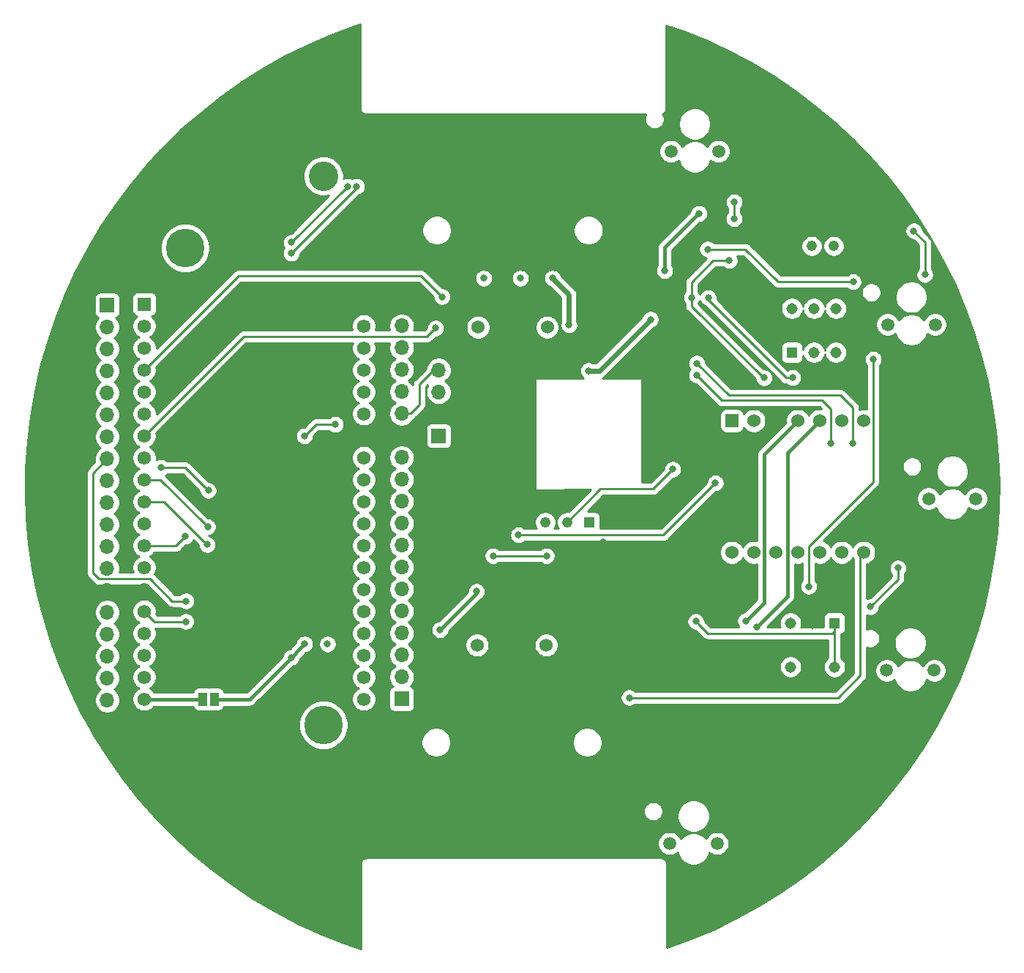
<source format=gbl>
%TF.GenerationSoftware,KiCad,Pcbnew,5.1.5+dfsg1-2build2*%
%TF.CreationDate,2021-11-19T21:10:00+05:30*%
%TF.ProjectId,Meshmerize,4d657368-6d65-4726-997a-652e6b696361,rev?*%
%TF.SameCoordinates,Original*%
%TF.FileFunction,Copper,L2,Bot*%
%TF.FilePolarity,Positive*%
%FSLAX46Y46*%
G04 Gerber Fmt 4.6, Leading zero omitted, Abs format (unit mm)*
G04 Created by KiCad (PCBNEW 5.1.5+dfsg1-2build2) date 2021-11-19 21:10:00*
%MOMM*%
%LPD*%
G04 APERTURE LIST*
%TA.AperFunction,SMDPad,CuDef*%
%ADD10R,1.000000X1.500000*%
%TD*%
%TA.AperFunction,ComponentPad*%
%ADD11C,1.218000*%
%TD*%
%TA.AperFunction,ComponentPad*%
%ADD12R,1.218000X1.218000*%
%TD*%
%TA.AperFunction,ComponentPad*%
%ADD13C,1.560000*%
%TD*%
%TA.AperFunction,ComponentPad*%
%ADD14R,1.560000X1.560000*%
%TD*%
%TA.AperFunction,ComponentPad*%
%ADD15R,1.308000X1.308000*%
%TD*%
%TA.AperFunction,ComponentPad*%
%ADD16C,1.308000*%
%TD*%
%TA.AperFunction,ComponentPad*%
%ADD17C,1.524000*%
%TD*%
%TA.AperFunction,ComponentPad*%
%ADD18C,1.500000*%
%TD*%
%TA.AperFunction,ComponentPad*%
%ADD19R,1.524000X1.524000*%
%TD*%
%TA.AperFunction,ComponentPad*%
%ADD20C,3.406000*%
%TD*%
%TA.AperFunction,ComponentPad*%
%ADD21C,4.466000*%
%TD*%
%TA.AperFunction,ComponentPad*%
%ADD22O,1.700000X1.700000*%
%TD*%
%TA.AperFunction,ComponentPad*%
%ADD23R,1.700000X1.700000*%
%TD*%
%TA.AperFunction,ViaPad*%
%ADD24C,0.800000*%
%TD*%
%TA.AperFunction,Conductor*%
%ADD25C,0.400000*%
%TD*%
%TA.AperFunction,Conductor*%
%ADD26C,0.250000*%
%TD*%
%TA.AperFunction,Conductor*%
%ADD27C,0.200000*%
%TD*%
%TA.AperFunction,Conductor*%
%ADD28C,0.600000*%
%TD*%
%TA.AperFunction,Conductor*%
%ADD29C,0.254000*%
%TD*%
G04 APERTURE END LIST*
D10*
%TO.P,JP1,1*%
%TO.N,+V*%
X116575600Y-116039900D03*
%TO.P,JP1,2*%
%TO.N,Vin_ESP*%
X115275600Y-116039900D03*
%TD*%
D11*
%TO.P,RV2,3*%
%TO.N,3V3*%
X188239400Y-63601600D03*
%TO.P,RV2,2*%
%TO.N,POT_CON*%
X185699400Y-63601600D03*
D12*
%TO.P,RV2,1*%
%TO.N,GND*%
X183159400Y-63601600D03*
%TD*%
D13*
%TO.P,U2,38*%
%TO.N,Net-(J2-Pad1)*%
X133893560Y-116028400D03*
%TO.P,U2,37*%
%TO.N,Net-(J2-Pad2)*%
X133893560Y-113488400D03*
%TO.P,U2,36*%
%TO.N,Net-(J2-Pad3)*%
X133893560Y-110948400D03*
%TO.P,U2,35*%
%TO.N,Net-(J2-Pad4)*%
X133893560Y-108408400D03*
%TO.P,U2,34*%
%TO.N,Net-(J2-Pad5)*%
X133893560Y-105868400D03*
%TO.P,U2,33*%
%TO.N,Net-(J2-Pad6)*%
X133893560Y-103328400D03*
%TO.P,U2,32*%
%TO.N,Net-(J2-Pad7)*%
X133893560Y-100788400D03*
%TO.P,U2,31*%
%TO.N,Net-(J2-Pad8)*%
X133893560Y-98248400D03*
%TO.P,U2,30*%
%TO.N,Net-(J2-Pad9)*%
X133893560Y-95708400D03*
%TO.P,U2,29*%
%TO.N,Net-(J2-Pad10)*%
X133893560Y-93168400D03*
%TO.P,U2,28*%
%TO.N,Net-(J2-Pad11)*%
X133893560Y-90628400D03*
%TO.P,U2,27*%
%TO.N,Net-(J2-Pad12)*%
X133893560Y-88088400D03*
%TO.P,U2,26*%
%TO.N,GND*%
X133893560Y-85548400D03*
%TO.P,U2,25*%
%TO.N,SDA_OLED*%
X133893560Y-83008400D03*
%TO.P,U2,24*%
%TO.N,Net-(J2-Pad15)*%
X133893560Y-80468400D03*
%TO.P,U2,23*%
%TO.N,Net-(J2-Pad16)*%
X133893560Y-77928400D03*
%TO.P,U2,22*%
%TO.N,SCL_OLED*%
X133893560Y-75388400D03*
%TO.P,U2,21*%
%TO.N,Net-(J2-Pad18)*%
X133893560Y-72848400D03*
%TO.P,U2,20*%
%TO.N,GND*%
X133893560Y-70308400D03*
%TO.P,U2,18*%
%TO.N,Net-(J1-Pad18)*%
X108493560Y-113488400D03*
%TO.P,U2,17*%
%TO.N,END_LED*%
X108493560Y-110948400D03*
%TO.P,U2,16*%
%TO.N,Net-(J1-Pad16)*%
X108493560Y-108408400D03*
%TO.P,U2,15*%
%TO.N,DEB*%
X108493560Y-105868400D03*
%TO.P,U2,14*%
%TO.N,GND*%
X108493560Y-103328400D03*
%TO.P,U2,13*%
%TO.N,PWMB*%
X108493560Y-100788400D03*
%TO.P,U2,12*%
%TO.N,B2*%
X108493560Y-98248400D03*
%TO.P,U2,11*%
%TO.N,B1*%
X108493560Y-95708400D03*
%TO.P,U2,10*%
%TO.N,A2*%
X108493560Y-93168400D03*
%TO.P,U2,9*%
%TO.N,A1*%
X108493560Y-90628400D03*
%TO.P,U2,8*%
%TO.N,PWMA*%
X108493560Y-88088400D03*
%TO.P,U2,7*%
%TO.N,D1*%
X108493560Y-85548400D03*
%TO.P,U2,6*%
%TO.N,D2*%
X108493560Y-83008400D03*
%TO.P,U2,5*%
%TO.N,D3*%
X108493560Y-80468400D03*
%TO.P,U2,4*%
%TO.N,D4*%
X108493560Y-77928400D03*
%TO.P,U2,3*%
%TO.N,D5*%
X108493560Y-75388400D03*
%TO.P,U2,19*%
%TO.N,Vin_ESP*%
X108493560Y-116028400D03*
%TO.P,U2,2*%
%TO.N,Net-(J1-Pad2)*%
X108493560Y-72848400D03*
D14*
%TO.P,U2,1*%
%TO.N,3V3*%
X108493560Y-70308400D03*
%TD*%
D15*
%TO.P,S2,1*%
%TO.N,DEB*%
X188328300Y-107226100D03*
D16*
%TO.P,S2,2*%
%TO.N,GND*%
X185788300Y-107226100D03*
%TO.P,S2,3*%
%TO.N,Net-(S2-Pad3)*%
X183248300Y-107226100D03*
%TO.P,S2,4*%
%TO.N,DEB*%
X188328300Y-112306100D03*
%TO.P,S2,5*%
%TO.N,GND*%
X185788300Y-112306100D03*
%TO.P,S2,6*%
%TO.N,Net-(S2-Pad6)*%
X183248300Y-112306100D03*
%TD*%
D17*
%TO.P,M2,2*%
%TO.N,Net-(M2-Pad2)*%
X154997920Y-109791220D03*
%TO.P,M2,1*%
%TO.N,Net-(M2-Pad1)*%
X146997920Y-109791220D03*
%TD*%
D18*
%TO.P,U8,CATH*%
%TO.N,GND*%
X174761340Y-130202940D03*
%TO.P,U8,A*%
%TO.N,Net-(R13-Pad2)*%
X174761340Y-132742940D03*
%TO.P,U8,E*%
%TO.N,GND*%
X169261340Y-130202940D03*
%TO.P,U8,COLL*%
%TO.N,An5*%
X169261340Y-132742940D03*
%TD*%
D19*
%TO.P,TB1,1*%
%TO.N,+V*%
X176469900Y-83810780D03*
D17*
%TO.P,TB1,2*%
%TO.N,3V3*%
X179009900Y-83810780D03*
%TO.P,TB1,3*%
%TO.N,GND*%
X181549900Y-83810780D03*
%TO.P,TB1,4*%
%TO.N,Net-(M2-Pad2)*%
X184089900Y-83810780D03*
%TO.P,TB1,5*%
%TO.N,Net-(M2-Pad1)*%
X186629900Y-83810780D03*
%TO.P,TB1,6*%
%TO.N,Net-(M1-Pad2)*%
X189169900Y-83810780D03*
%TO.P,TB1,7*%
%TO.N,Net-(M1-Pad1)*%
X191709900Y-83810780D03*
%TO.P,TB1,8*%
%TO.N,GND*%
X194249900Y-83810780D03*
%TO.P,TB1,9*%
X194249900Y-99050780D03*
%TO.P,TB1,10*%
%TO.N,PWMB*%
X191709900Y-99050780D03*
%TO.P,TB1,11*%
%TO.N,Net-(R3-Pad1)*%
X189169900Y-99050780D03*
%TO.P,TB1,12*%
%TO.N,Net-(R4-Pad1)*%
X186629900Y-99050780D03*
%TO.P,TB1,13*%
%TO.N,3V3*%
X184089900Y-99050780D03*
%TO.P,TB1,14*%
%TO.N,Net-(R5-Pad1)*%
X181549900Y-99050780D03*
%TO.P,TB1,15*%
%TO.N,Net-(R6-Pad1)*%
X179009900Y-99050780D03*
%TO.P,TB1,16*%
%TO.N,PWMA*%
X176469900Y-99050780D03*
%TD*%
%TO.P,M1,1*%
%TO.N,Net-(M1-Pad1)*%
X155096980Y-72997340D03*
%TO.P,M1,2*%
%TO.N,Net-(M1-Pad2)*%
X147096980Y-72997340D03*
%TD*%
D20*
%TO.P,BT2,P$3*%
%TO.N,N/C*%
X129219100Y-55500780D03*
D21*
%TO.P,BT2,P$2*%
X113219100Y-63830780D03*
%TO.P,BT2,P$1*%
X129219100Y-119030780D03*
%TD*%
D15*
%TO.P,S1,1*%
%TO.N,SWO*%
X183413400Y-75907900D03*
D16*
%TO.P,S1,2*%
%TO.N,SW*%
X185953400Y-75907900D03*
%TO.P,S1,3*%
%TO.N,Net-(S1-Pad3)*%
X188493400Y-75907900D03*
%TO.P,S1,4*%
%TO.N,SWO*%
X183413400Y-70827900D03*
%TO.P,S1,5*%
%TO.N,SW*%
X185953400Y-70827900D03*
%TO.P,S1,6*%
%TO.N,Net-(S1-Pad6)*%
X188493400Y-70827900D03*
%TD*%
D18*
%TO.P,U4,CATH*%
%TO.N,GND*%
X199971700Y-70145580D03*
%TO.P,U4,A*%
%TO.N,Net-(R7-Pad2)*%
X199971700Y-72685580D03*
%TO.P,U4,E*%
%TO.N,GND*%
X194471700Y-70145580D03*
%TO.P,U4,COLL*%
%TO.N,An2*%
X194471700Y-72685580D03*
%TD*%
%TO.P,U3,COLL*%
%TO.N,An1*%
X169408660Y-52644040D03*
%TO.P,U3,E*%
%TO.N,GND*%
X169408660Y-50104040D03*
%TO.P,U3,A*%
%TO.N,Net-(R1-Pad2)*%
X174908660Y-52644040D03*
%TO.P,U3,CATH*%
%TO.N,GND*%
X174908660Y-50104040D03*
%TD*%
%TO.P,U6,COLL*%
%TO.N,An3*%
X199207940Y-92834460D03*
%TO.P,U6,E*%
%TO.N,GND*%
X199207940Y-90294460D03*
%TO.P,U6,A*%
%TO.N,Net-(R9-Pad2)*%
X204707940Y-92834460D03*
%TO.P,U6,CATH*%
%TO.N,GND*%
X204707940Y-90294460D03*
%TD*%
%TO.P,U7,COLL*%
%TO.N,An4*%
X194370100Y-112715980D03*
%TO.P,U7,E*%
%TO.N,GND*%
X194370100Y-110175980D03*
%TO.P,U7,A*%
%TO.N,Net-(R11-Pad2)*%
X199870100Y-112715980D03*
%TO.P,U7,CATH*%
%TO.N,GND*%
X199870100Y-110175980D03*
%TD*%
D11*
%TO.P,RV1,3*%
%TO.N,+V*%
X154889200Y-95554800D03*
%TO.P,RV1,2*%
%TO.N,Net-(RV1-Pad2)*%
X157429200Y-95554800D03*
D12*
%TO.P,RV1,1*%
%TO.N,Net-(R20-Pad1)*%
X159969200Y-95554800D03*
%TD*%
D22*
%TO.P,J1,19*%
%TO.N,Vin_ESP*%
X104203500Y-116154200D03*
%TO.P,J1,18*%
%TO.N,Net-(J1-Pad18)*%
X104203500Y-113614200D03*
%TO.P,J1,17*%
%TO.N,END_LED*%
X104203500Y-111074200D03*
%TO.P,J1,16*%
%TO.N,Net-(J1-Pad16)*%
X104203500Y-108534200D03*
%TO.P,J1,15*%
%TO.N,DEB*%
X104203500Y-105994200D03*
%TO.P,J1,14*%
%TO.N,GND*%
X104203500Y-103454200D03*
%TO.P,J1,13*%
%TO.N,PWMB*%
X104203500Y-100914200D03*
%TO.P,J1,12*%
%TO.N,B2*%
X104203500Y-98374200D03*
%TO.P,J1,11*%
%TO.N,B1*%
X104203500Y-95834200D03*
%TO.P,J1,10*%
%TO.N,A2*%
X104203500Y-93294200D03*
%TO.P,J1,9*%
%TO.N,A1*%
X104203500Y-90754200D03*
%TO.P,J1,8*%
%TO.N,PWMA*%
X104203500Y-88214200D03*
%TO.P,J1,7*%
%TO.N,D1*%
X104203500Y-85674200D03*
%TO.P,J1,6*%
%TO.N,D2*%
X104203500Y-83134200D03*
%TO.P,J1,5*%
%TO.N,D3*%
X104203500Y-80594200D03*
%TO.P,J1,4*%
%TO.N,D4*%
X104203500Y-78054200D03*
%TO.P,J1,3*%
%TO.N,D5*%
X104203500Y-75514200D03*
%TO.P,J1,2*%
%TO.N,Net-(J1-Pad2)*%
X104203500Y-72974200D03*
D23*
%TO.P,J1,1*%
%TO.N,3V3*%
X104203500Y-70434200D03*
%TD*%
%TO.P,J2,1*%
%TO.N,Net-(J2-Pad1)*%
X138264900Y-116014500D03*
D22*
%TO.P,J2,2*%
%TO.N,Net-(J2-Pad2)*%
X138264900Y-113474500D03*
%TO.P,J2,3*%
%TO.N,Net-(J2-Pad3)*%
X138264900Y-110934500D03*
%TO.P,J2,4*%
%TO.N,Net-(J2-Pad4)*%
X138264900Y-108394500D03*
%TO.P,J2,5*%
%TO.N,Net-(J2-Pad5)*%
X138264900Y-105854500D03*
%TO.P,J2,6*%
%TO.N,Net-(J2-Pad6)*%
X138264900Y-103314500D03*
%TO.P,J2,7*%
%TO.N,Net-(J2-Pad7)*%
X138264900Y-100774500D03*
%TO.P,J2,8*%
%TO.N,Net-(J2-Pad8)*%
X138264900Y-98234500D03*
%TO.P,J2,9*%
%TO.N,Net-(J2-Pad9)*%
X138264900Y-95694500D03*
%TO.P,J2,10*%
%TO.N,Net-(J2-Pad10)*%
X138264900Y-93154500D03*
%TO.P,J2,11*%
%TO.N,Net-(J2-Pad11)*%
X138264900Y-90614500D03*
%TO.P,J2,12*%
%TO.N,Net-(J2-Pad12)*%
X138264900Y-88074500D03*
%TO.P,J2,13*%
%TO.N,GND*%
X138264900Y-85534500D03*
%TO.P,J2,14*%
%TO.N,SDA_OLED*%
X138264900Y-82994500D03*
%TO.P,J2,15*%
%TO.N,Net-(J2-Pad15)*%
X138264900Y-80454500D03*
%TO.P,J2,16*%
%TO.N,Net-(J2-Pad16)*%
X138264900Y-77914500D03*
%TO.P,J2,17*%
%TO.N,SCL_OLED*%
X138264900Y-75374500D03*
%TO.P,J2,18*%
%TO.N,Net-(J2-Pad18)*%
X138264900Y-72834500D03*
%TO.P,J2,19*%
%TO.N,GND*%
X138264900Y-70294500D03*
%TD*%
D23*
%TO.P,J3,1*%
%TO.N,3V3*%
X142544800Y-85572600D03*
D22*
%TO.P,J3,2*%
%TO.N,GND*%
X142544800Y-83032600D03*
%TO.P,J3,3*%
%TO.N,SCL_OLED*%
X142544800Y-80492600D03*
%TO.P,J3,4*%
%TO.N,SDA_OLED*%
X142544800Y-77952600D03*
%TD*%
D24*
%TO.N,GND*%
X162953700Y-66751200D03*
X120942100Y-132727700D03*
X120916700Y-131229100D03*
X120904000Y-129654300D03*
X120891300Y-128308100D03*
X174967900Y-69088000D03*
X96342200Y-97663000D03*
X175056800Y-114046000D03*
X164211000Y-94996000D03*
X172669200Y-101384100D03*
X126837440Y-68773040D03*
X126832360Y-65511680D03*
X181000400Y-69128640D03*
X153664920Y-98287840D03*
X153695400Y-103088440D03*
X161554160Y-95885000D03*
X161554160Y-97856040D03*
X171983400Y-84896960D03*
X171983400Y-83301840D03*
X167675560Y-89408000D03*
%TO.N,3V3*%
X172643800Y-59842400D03*
X168691984Y-66449093D03*
%TO.N,Net-(M2-Pad1)*%
X179374800Y-107670600D03*
%TO.N,Net-(M2-Pad2)*%
X178054000Y-106972100D03*
%TO.N,B2*%
X113258600Y-97193100D03*
X127025400Y-85572600D03*
X172402500Y-77165200D03*
X130586480Y-84251800D03*
X190459360Y-86405720D03*
%TO.N,B1*%
X172402500Y-78536800D03*
X110423960Y-89230200D03*
X187888880Y-86400640D03*
X115905280Y-91881960D03*
%TO.N,A1*%
X151775160Y-97033080D03*
X115813840Y-96088200D03*
X174561410Y-91023440D03*
%TO.N,A2*%
X148833840Y-99451160D03*
X115783360Y-98150680D03*
X155016200Y-99466400D03*
%TO.N,D1*%
X142194280Y-73085960D03*
%TO.N,D2*%
X125501400Y-63182500D03*
X132029202Y-56692800D03*
%TO.N,D3*%
X125488700Y-64439800D03*
X133057900Y-56692798D03*
%TO.N,D4*%
X142925800Y-69469000D03*
%TO.N,PWMA*%
X113324640Y-104683560D03*
%TO.N,PWMB*%
X164592000Y-115862100D03*
%TO.N,Net-(R7-Pad2)*%
X197497700Y-61849000D03*
X198796701Y-66905201D03*
%TO.N,SW*%
X155714700Y-67322700D03*
X151993600Y-67322700D03*
X147764500Y-67322700D03*
X157617160Y-72725280D03*
%TO.N,SWO*%
X167050720Y-72095360D03*
X159877760Y-78013559D03*
%TO.N,+V*%
X142690850Y-108019850D03*
X129692400Y-109656880D03*
X125483620Y-111213900D03*
X127040640Y-109656880D03*
X146923760Y-103565960D03*
%TO.N,Net-(RV1-Pad2)*%
X169631360Y-89438480D03*
%TO.N,DEB*%
X172288200Y-107035600D03*
X113294160Y-107061000D03*
%TO.N,An1*%
X176733200Y-58508900D03*
X176720500Y-60439200D03*
%TO.N,An2*%
X190487300Y-67729100D03*
X173654720Y-63967360D03*
%TO.N,An3*%
X183484520Y-78831442D03*
X173725840Y-69565520D03*
%TO.N,An4*%
X176164240Y-65283080D03*
X171800520Y-69550280D03*
X192481200Y-105354120D03*
X195681600Y-100863400D03*
X180177440Y-78851760D03*
%TO.N,POT_CON*%
X185343800Y-102997000D03*
X192816480Y-76708000D03*
%TD*%
D25*
%TO.N,3V3*%
X168676320Y-66433429D02*
X168691984Y-66449093D01*
X168676320Y-63748920D02*
X168676320Y-66433429D01*
X172582840Y-59842400D02*
X168676320Y-63748920D01*
X172643800Y-59842400D02*
X172582840Y-59842400D01*
%TO.N,Net-(M2-Pad1)*%
X182927899Y-87512781D02*
X186629900Y-83810780D01*
X182927899Y-104117501D02*
X182927899Y-87512781D01*
X179374800Y-107670600D02*
X182927899Y-104117501D01*
%TO.N,Net-(M2-Pad2)*%
X180171901Y-87728779D02*
X184089900Y-83810780D01*
X180171901Y-104854199D02*
X180171901Y-87728779D01*
X178054000Y-106972100D02*
X180171901Y-104854199D01*
D26*
%TO.N,B2*%
X108543160Y-98298000D02*
X108493560Y-98248400D01*
X112153700Y-98298000D02*
X108543160Y-98298000D01*
X113258600Y-97193100D02*
X112153700Y-98298000D01*
X128346200Y-84251800D02*
X130586480Y-84251800D01*
X127025400Y-85572600D02*
X128346200Y-84251800D01*
X172402500Y-77165200D02*
X176110900Y-80873600D01*
X176110900Y-80873600D02*
X189039500Y-80873600D01*
X189039500Y-80873600D02*
X190459360Y-82293460D01*
X190459360Y-82293460D02*
X190459360Y-85840035D01*
X190459360Y-85840035D02*
X190459360Y-86405720D01*
%TO.N,B1*%
X172402500Y-78536800D02*
X172821600Y-78955900D01*
X175323500Y-81457800D02*
X172821600Y-78955900D01*
D27*
X175342550Y-81457800D02*
X175323500Y-81457800D01*
D26*
X175342550Y-81457800D02*
X186905900Y-81457800D01*
X186905900Y-81457800D02*
X187888880Y-82440780D01*
X187888880Y-82440780D02*
X187888880Y-85834955D01*
X187888880Y-85834955D02*
X187888880Y-86400640D01*
X110423960Y-89230200D02*
X113253520Y-89230200D01*
X113253520Y-89230200D02*
X115505281Y-91481961D01*
X115505281Y-91481961D02*
X115905280Y-91881960D01*
%TO.N,A1*%
X108493560Y-90628400D02*
X110354040Y-90628400D01*
X110354040Y-90628400D02*
X115413841Y-95688201D01*
X115413841Y-95688201D02*
X115813840Y-96088200D01*
X168551770Y-97033080D02*
X174561410Y-91023440D01*
X151775160Y-97033080D02*
X168551770Y-97033080D01*
%TO.N,A2*%
X110801080Y-93168400D02*
X115383361Y-97750681D01*
X108493560Y-93168400D02*
X110801080Y-93168400D01*
X115383361Y-97750681D02*
X115783360Y-98150680D01*
X148833840Y-99451160D02*
X155000960Y-99451160D01*
X155000960Y-99451160D02*
X155016200Y-99466400D01*
%TO.N,D1*%
X119965400Y-74076560D02*
X141203680Y-74076560D01*
X108493560Y-85548400D02*
X119965400Y-74076560D01*
X141203680Y-74076560D02*
X141794281Y-73485959D01*
X141794281Y-73485959D02*
X142194280Y-73085960D01*
%TO.N,D2*%
X125501400Y-63182500D02*
X131991100Y-56692800D01*
X131991100Y-56692800D02*
X132029202Y-56692800D01*
%TO.N,D3*%
X125488700Y-64439800D02*
X133057900Y-56870600D01*
X133057900Y-56870600D02*
X133057900Y-56692798D01*
%TO.N,D4*%
X142525801Y-69069001D02*
X142925800Y-69469000D01*
X140512800Y-67056000D02*
X142525801Y-69069001D01*
X119365960Y-67056000D02*
X140512800Y-67056000D01*
X108493560Y-77928400D02*
X119365960Y-67056000D01*
%TO.N,PWMA*%
X111732060Y-104683560D02*
X113324640Y-104683560D01*
X109169200Y-102120700D02*
X111732060Y-104683560D01*
X103263700Y-102120700D02*
X109169200Y-102120700D01*
X102552500Y-101409500D02*
X103263700Y-102120700D01*
X102552500Y-89865200D02*
X102552500Y-101409500D01*
X104203500Y-88214200D02*
X102552500Y-89865200D01*
%TO.N,PWMB*%
X191312800Y-99447880D02*
X191709900Y-99050780D01*
X191312800Y-113309400D02*
X191312800Y-99447880D01*
X188760100Y-115862100D02*
X191312800Y-113309400D01*
X164592000Y-115862100D02*
X188760100Y-115862100D01*
%TO.N,Net-(R7-Pad2)*%
X198818500Y-66883402D02*
X198796701Y-66905201D01*
X198818500Y-63169800D02*
X198818500Y-66883402D01*
X197497700Y-61849000D02*
X198818500Y-63169800D01*
D28*
%TO.N,SW*%
X157617160Y-72159595D02*
X157617160Y-72725280D01*
X155714700Y-67322700D02*
X157617160Y-69225160D01*
X157617160Y-69225160D02*
X157617160Y-72159595D01*
%TO.N,SWO*%
X167050720Y-72095360D02*
X161132521Y-78013559D01*
X161132521Y-78013559D02*
X159877760Y-78013559D01*
D25*
%TO.N,+V*%
X120657620Y-116039900D02*
X125483620Y-111213900D01*
X126640641Y-110056879D02*
X127040640Y-109656880D01*
X125483620Y-111213900D02*
X126640641Y-110056879D01*
X116575600Y-116039900D02*
X120657620Y-116039900D01*
X142690850Y-108019850D02*
X146923760Y-103786940D01*
X146923760Y-103786940D02*
X146923760Y-103565960D01*
D26*
%TO.N,Net-(RV1-Pad2)*%
X167350440Y-91719400D02*
X169231361Y-89838479D01*
X161264600Y-91719400D02*
X167350440Y-91719400D01*
X169231361Y-89838479D02*
X169631360Y-89438480D01*
X157429200Y-95554800D02*
X161264600Y-91719400D01*
%TO.N,DEB*%
X188328300Y-112306100D02*
X188328300Y-107226100D01*
X173666099Y-108413499D02*
X172688199Y-107435599D01*
X188328300Y-107226100D02*
X188328300Y-108130100D01*
X188328300Y-108130100D02*
X188044901Y-108413499D01*
X188044901Y-108413499D02*
X173666099Y-108413499D01*
X172688199Y-107435599D02*
X172288200Y-107035600D01*
X113294160Y-107061000D02*
X109686160Y-107061000D01*
X109686160Y-107061000D02*
X108493560Y-105868400D01*
%TO.N,An1*%
X176733200Y-60426500D02*
X176720500Y-60439200D01*
X176733200Y-58508900D02*
X176733200Y-60426500D01*
%TO.N,An2*%
X178033680Y-63967360D02*
X174220405Y-63967360D01*
X190487300Y-67729100D02*
X181795420Y-67729100D01*
X174220405Y-63967360D02*
X173654720Y-63967360D01*
X181795420Y-67729100D02*
X178033680Y-63967360D01*
%TO.N,An3*%
X173725840Y-69834760D02*
X173725840Y-69565520D01*
X182722522Y-78831442D02*
X173725840Y-69834760D01*
X183484520Y-78831442D02*
X182722522Y-78831442D01*
%TO.N,An4*%
X171800520Y-67787520D02*
X171800520Y-69550280D01*
X174304960Y-65283080D02*
X171800520Y-67787520D01*
X176164240Y-65283080D02*
X174304960Y-65283080D01*
X192481200Y-105354120D02*
X195686680Y-102148640D01*
X195681600Y-102143560D02*
X195681600Y-100863400D01*
X195686680Y-102148640D02*
X195681600Y-102143560D01*
X180075840Y-78851760D02*
X180177440Y-78851760D01*
X171800520Y-70576440D02*
X180075840Y-78851760D01*
X171800520Y-69550280D02*
X171800520Y-70576440D01*
%TO.N,SDA_OLED*%
X141960600Y-77952600D02*
X142544800Y-77952600D01*
X140296900Y-79616300D02*
X141960600Y-77952600D01*
X139280900Y-82994500D02*
X140296900Y-81978500D01*
X140296900Y-81978500D02*
X140296900Y-79616300D01*
X138264900Y-82994500D02*
X139280900Y-82994500D01*
%TO.N,POT_CON*%
X185343800Y-102997000D02*
X185343800Y-98362120D01*
X185343800Y-98362120D02*
X192816480Y-90889440D01*
X192816480Y-90889440D02*
X192816480Y-77273685D01*
X192816480Y-77273685D02*
X192816480Y-76708000D01*
D25*
%TO.N,Vin_ESP*%
X108505060Y-116039900D02*
X108493560Y-116028400D01*
X115275600Y-116039900D02*
X108505060Y-116039900D01*
%TD*%
D29*
%TO.N,GND*%
G36*
X133461692Y-47678440D02*
G01*
X133458507Y-47710780D01*
X133461708Y-47743280D01*
X133461708Y-47743359D01*
X133464756Y-47774226D01*
X133471250Y-47840163D01*
X133471274Y-47840244D01*
X133471282Y-47840320D01*
X133489314Y-47899712D01*
X133508990Y-47964573D01*
X133509030Y-47964647D01*
X133509052Y-47964721D01*
X133538173Y-48019172D01*
X133570275Y-48079230D01*
X133570329Y-48079296D01*
X133570365Y-48079363D01*
X133608516Y-48125827D01*
X133652752Y-48179728D01*
X133652820Y-48179784D01*
X133652867Y-48179841D01*
X133699183Y-48217833D01*
X133753250Y-48262205D01*
X133753326Y-48262246D01*
X133753385Y-48262294D01*
X133807005Y-48290937D01*
X133867907Y-48323490D01*
X133867990Y-48323515D01*
X133868057Y-48323551D01*
X133926967Y-48341406D01*
X133992317Y-48361230D01*
X133992401Y-48361238D01*
X133992476Y-48361261D01*
X134054212Y-48367326D01*
X134089281Y-48370780D01*
X134089370Y-48370780D01*
X134121861Y-48373972D01*
X134154191Y-48370780D01*
X166513284Y-48370780D01*
X166502836Y-48386416D01*
X166417277Y-48592973D01*
X166373660Y-48812252D01*
X166373660Y-49035828D01*
X166417277Y-49255107D01*
X166502836Y-49461664D01*
X166627048Y-49647560D01*
X166785140Y-49805652D01*
X166971036Y-49929864D01*
X167177593Y-50015423D01*
X167396872Y-50059040D01*
X167620448Y-50059040D01*
X167839727Y-50015423D01*
X168046284Y-49929864D01*
X168232180Y-49805652D01*
X168390272Y-49647560D01*
X168514484Y-49461664D01*
X168586259Y-49288384D01*
X170273660Y-49288384D01*
X170273660Y-49659696D01*
X170346099Y-50023874D01*
X170488194Y-50366922D01*
X170694485Y-50675658D01*
X170957042Y-50938215D01*
X171265778Y-51144506D01*
X171608826Y-51286601D01*
X171973004Y-51359040D01*
X172344316Y-51359040D01*
X172708494Y-51286601D01*
X173051542Y-51144506D01*
X173360278Y-50938215D01*
X173622835Y-50675658D01*
X173829126Y-50366922D01*
X173971221Y-50023874D01*
X174043660Y-49659696D01*
X174043660Y-49288384D01*
X173971221Y-48924206D01*
X173829126Y-48581158D01*
X173622835Y-48272422D01*
X173360278Y-48009865D01*
X173051542Y-47803574D01*
X172708494Y-47661479D01*
X172344316Y-47589040D01*
X171973004Y-47589040D01*
X171608826Y-47661479D01*
X171265778Y-47803574D01*
X170957042Y-48009865D01*
X170694485Y-48272422D01*
X170488194Y-48581158D01*
X170346099Y-48924206D01*
X170273660Y-49288384D01*
X168586259Y-49288384D01*
X168600043Y-49255107D01*
X168643660Y-49035828D01*
X168643660Y-48812252D01*
X168600043Y-48592973D01*
X168514484Y-48386416D01*
X168469897Y-48319688D01*
X168520581Y-48292334D01*
X168576950Y-48262205D01*
X168577988Y-48261353D01*
X168579163Y-48260719D01*
X168628052Y-48220266D01*
X168677448Y-48179728D01*
X168678301Y-48178689D01*
X168679329Y-48177838D01*
X168719448Y-48128551D01*
X168759925Y-48079230D01*
X168760558Y-48078045D01*
X168761401Y-48077010D01*
X168791110Y-48020887D01*
X168821210Y-47964573D01*
X168821600Y-47963288D01*
X168822225Y-47962107D01*
X168840414Y-47901267D01*
X168858950Y-47840163D01*
X168859082Y-47838826D01*
X168859464Y-47837547D01*
X168865427Y-47774399D01*
X168871693Y-47710780D01*
X168868369Y-47677027D01*
X168829706Y-38058030D01*
X170753571Y-38719242D01*
X173485385Y-39821154D01*
X176155804Y-41064536D01*
X178757495Y-42445976D01*
X181283313Y-43961681D01*
X183726334Y-45607491D01*
X186079891Y-47378919D01*
X188337509Y-49271093D01*
X190492983Y-51278805D01*
X192540452Y-53396602D01*
X194474268Y-55618641D01*
X196289147Y-57938850D01*
X197980107Y-60350864D01*
X199542506Y-62848051D01*
X200972074Y-65423596D01*
X202264894Y-68070432D01*
X203417417Y-70781306D01*
X204426480Y-73548770D01*
X205289327Y-76365268D01*
X206003586Y-79223055D01*
X206567301Y-82114314D01*
X206978924Y-85031082D01*
X207237334Y-87965438D01*
X207341817Y-90909282D01*
X207292089Y-93854561D01*
X207088285Y-96793184D01*
X206730963Y-99717133D01*
X206221106Y-102618353D01*
X205560102Y-105488948D01*
X204749780Y-108320974D01*
X203792338Y-111106751D01*
X202690426Y-113838565D01*
X201447040Y-116508992D01*
X200065604Y-119110675D01*
X198549905Y-121636485D01*
X196904089Y-124079514D01*
X195132668Y-126433061D01*
X193240497Y-128690679D01*
X191232775Y-130846163D01*
X189114977Y-132893632D01*
X186892939Y-134827448D01*
X184572739Y-136642320D01*
X182160729Y-138333278D01*
X179663529Y-139895686D01*
X177087991Y-141325251D01*
X174441140Y-142618077D01*
X171730274Y-143770597D01*
X168957305Y-144781668D01*
X168918500Y-144794313D01*
X168918500Y-135083199D01*
X168921693Y-135050780D01*
X168908950Y-134921397D01*
X168871210Y-134796987D01*
X168809925Y-134682330D01*
X168727448Y-134581832D01*
X168626950Y-134499355D01*
X168512293Y-134438070D01*
X168387883Y-134400330D01*
X168290919Y-134390780D01*
X168258500Y-134387587D01*
X168226081Y-134390780D01*
X134204325Y-134390780D01*
X134172130Y-134387588D01*
X134139504Y-134390780D01*
X134139281Y-134390780D01*
X134105933Y-134394064D01*
X134042740Y-134400247D01*
X134042538Y-134400308D01*
X134042317Y-134400330D01*
X133979081Y-134419513D01*
X133918305Y-134437906D01*
X133918117Y-134438006D01*
X133917907Y-134438070D01*
X133859372Y-134469358D01*
X133803609Y-134499117D01*
X133803447Y-134499250D01*
X133803250Y-134499355D01*
X133752057Y-134541368D01*
X133703057Y-134581528D01*
X133702921Y-134581693D01*
X133702752Y-134581832D01*
X133660824Y-134632921D01*
X133620515Y-134681973D01*
X133620416Y-134682159D01*
X133620275Y-134682330D01*
X133589204Y-134740460D01*
X133559155Y-134796590D01*
X133559093Y-134796795D01*
X133558990Y-134796987D01*
X133539842Y-134860107D01*
X133521335Y-134920976D01*
X133521314Y-134921185D01*
X133521250Y-134921397D01*
X133514760Y-134987289D01*
X133511722Y-135017933D01*
X133511722Y-135018139D01*
X133508507Y-135050780D01*
X133511680Y-135082994D01*
X133505292Y-144924001D01*
X131568645Y-144266296D01*
X128830171Y-143173311D01*
X126152654Y-141938504D01*
X123543433Y-140565260D01*
X121009643Y-139057333D01*
X118558259Y-137418873D01*
X116195995Y-135654371D01*
X113929299Y-133768642D01*
X112672485Y-132606529D01*
X167876340Y-132606529D01*
X167876340Y-132879351D01*
X167929565Y-133146929D01*
X168033969Y-133398983D01*
X168185541Y-133625826D01*
X168378454Y-133818739D01*
X168605297Y-133970311D01*
X168857351Y-134074715D01*
X169124929Y-134127940D01*
X169397751Y-134127940D01*
X169665329Y-134074715D01*
X169917383Y-133970311D01*
X170144226Y-133818739D01*
X170172468Y-133790497D01*
X170198779Y-133922774D01*
X170340874Y-134265822D01*
X170547165Y-134574558D01*
X170809722Y-134837115D01*
X171118458Y-135043406D01*
X171461506Y-135185501D01*
X171825684Y-135257940D01*
X172196996Y-135257940D01*
X172561174Y-135185501D01*
X172904222Y-135043406D01*
X173212958Y-134837115D01*
X173475515Y-134574558D01*
X173681806Y-134265822D01*
X173823901Y-133922774D01*
X173850212Y-133790497D01*
X173878454Y-133818739D01*
X174105297Y-133970311D01*
X174357351Y-134074715D01*
X174624929Y-134127940D01*
X174897751Y-134127940D01*
X175165329Y-134074715D01*
X175417383Y-133970311D01*
X175644226Y-133818739D01*
X175837139Y-133625826D01*
X175988711Y-133398983D01*
X176093115Y-133146929D01*
X176146340Y-132879351D01*
X176146340Y-132606529D01*
X176093115Y-132338951D01*
X175988711Y-132086897D01*
X175837139Y-131860054D01*
X175644226Y-131667141D01*
X175417383Y-131515569D01*
X175165329Y-131411165D01*
X174897751Y-131357940D01*
X174624929Y-131357940D01*
X174357351Y-131411165D01*
X174105297Y-131515569D01*
X173878454Y-131667141D01*
X173685541Y-131860054D01*
X173533969Y-132086897D01*
X173490012Y-132193018D01*
X173475515Y-132171322D01*
X173212958Y-131908765D01*
X172904222Y-131702474D01*
X172561174Y-131560379D01*
X172196996Y-131487940D01*
X171825684Y-131487940D01*
X171461506Y-131560379D01*
X171118458Y-131702474D01*
X170809722Y-131908765D01*
X170547165Y-132171322D01*
X170532668Y-132193018D01*
X170488711Y-132086897D01*
X170337139Y-131860054D01*
X170144226Y-131667141D01*
X169917383Y-131515569D01*
X169665329Y-131411165D01*
X169397751Y-131357940D01*
X169124929Y-131357940D01*
X168857351Y-131411165D01*
X168605297Y-131515569D01*
X168378454Y-131667141D01*
X168185541Y-131860054D01*
X168033969Y-132086897D01*
X167929565Y-132338951D01*
X167876340Y-132606529D01*
X112672485Y-132606529D01*
X111764418Y-131766886D01*
X109707247Y-129654550D01*
X109055489Y-128911152D01*
X166226340Y-128911152D01*
X166226340Y-129134728D01*
X166269957Y-129354007D01*
X166355516Y-129560564D01*
X166479728Y-129746460D01*
X166637820Y-129904552D01*
X166823716Y-130028764D01*
X167030273Y-130114323D01*
X167249552Y-130157940D01*
X167473128Y-130157940D01*
X167692407Y-130114323D01*
X167898964Y-130028764D01*
X168084860Y-129904552D01*
X168242952Y-129746460D01*
X168367164Y-129560564D01*
X168438939Y-129387284D01*
X170126340Y-129387284D01*
X170126340Y-129758596D01*
X170198779Y-130122774D01*
X170340874Y-130465822D01*
X170547165Y-130774558D01*
X170809722Y-131037115D01*
X171118458Y-131243406D01*
X171461506Y-131385501D01*
X171825684Y-131457940D01*
X172196996Y-131457940D01*
X172561174Y-131385501D01*
X172904222Y-131243406D01*
X173212958Y-131037115D01*
X173475515Y-130774558D01*
X173681806Y-130465822D01*
X173823901Y-130122774D01*
X173896340Y-129758596D01*
X173896340Y-129387284D01*
X173823901Y-129023106D01*
X173681806Y-128680058D01*
X173475515Y-128371322D01*
X173212958Y-128108765D01*
X172904222Y-127902474D01*
X172561174Y-127760379D01*
X172196996Y-127687940D01*
X171825684Y-127687940D01*
X171461506Y-127760379D01*
X171118458Y-127902474D01*
X170809722Y-128108765D01*
X170547165Y-128371322D01*
X170340874Y-128680058D01*
X170198779Y-129023106D01*
X170126340Y-129387284D01*
X168438939Y-129387284D01*
X168452723Y-129354007D01*
X168496340Y-129134728D01*
X168496340Y-128911152D01*
X168452723Y-128691873D01*
X168367164Y-128485316D01*
X168242952Y-128299420D01*
X168084860Y-128141328D01*
X167898964Y-128017116D01*
X167692407Y-127931557D01*
X167473128Y-127887940D01*
X167249552Y-127887940D01*
X167030273Y-127931557D01*
X166823716Y-128017116D01*
X166637820Y-128141328D01*
X166479728Y-128299420D01*
X166355516Y-128485316D01*
X166269957Y-128691873D01*
X166226340Y-128911152D01*
X109055489Y-128911152D01*
X107763452Y-127437451D01*
X105938360Y-125121668D01*
X104236963Y-122713531D01*
X102663930Y-120219649D01*
X101840209Y-118748307D01*
X126351100Y-118748307D01*
X126351100Y-119313253D01*
X126461316Y-119867345D01*
X126677511Y-120389287D01*
X126991379Y-120859023D01*
X127390857Y-121258501D01*
X127860593Y-121572369D01*
X128382535Y-121788564D01*
X128936627Y-121898780D01*
X129501573Y-121898780D01*
X130055665Y-121788564D01*
X130577607Y-121572369D01*
X131047343Y-121258501D01*
X131445727Y-120860117D01*
X140505000Y-120860117D01*
X140505000Y-121201883D01*
X140571675Y-121537081D01*
X140702463Y-121852831D01*
X140892337Y-122136998D01*
X141134002Y-122378663D01*
X141418169Y-122568537D01*
X141733919Y-122699325D01*
X142069117Y-122766000D01*
X142410883Y-122766000D01*
X142746081Y-122699325D01*
X143061831Y-122568537D01*
X143345998Y-122378663D01*
X143587663Y-122136998D01*
X143777537Y-121852831D01*
X143908325Y-121537081D01*
X143975000Y-121201883D01*
X143975000Y-120860117D01*
X158005600Y-120860117D01*
X158005600Y-121201883D01*
X158072275Y-121537081D01*
X158203063Y-121852831D01*
X158392937Y-122136998D01*
X158634602Y-122378663D01*
X158918769Y-122568537D01*
X159234519Y-122699325D01*
X159569717Y-122766000D01*
X159911483Y-122766000D01*
X160246681Y-122699325D01*
X160562431Y-122568537D01*
X160846598Y-122378663D01*
X161088263Y-122136998D01*
X161278137Y-121852831D01*
X161408925Y-121537081D01*
X161475600Y-121201883D01*
X161475600Y-120860117D01*
X161408925Y-120524919D01*
X161278137Y-120209169D01*
X161088263Y-119925002D01*
X160846598Y-119683337D01*
X160562431Y-119493463D01*
X160246681Y-119362675D01*
X159911483Y-119296000D01*
X159569717Y-119296000D01*
X159234519Y-119362675D01*
X158918769Y-119493463D01*
X158634602Y-119683337D01*
X158392937Y-119925002D01*
X158203063Y-120209169D01*
X158072275Y-120524919D01*
X158005600Y-120860117D01*
X143975000Y-120860117D01*
X143908325Y-120524919D01*
X143777537Y-120209169D01*
X143587663Y-119925002D01*
X143345998Y-119683337D01*
X143061831Y-119493463D01*
X142746081Y-119362675D01*
X142410883Y-119296000D01*
X142069117Y-119296000D01*
X141733919Y-119362675D01*
X141418169Y-119493463D01*
X141134002Y-119683337D01*
X140892337Y-119925002D01*
X140702463Y-120209169D01*
X140571675Y-120524919D01*
X140505000Y-120860117D01*
X131445727Y-120860117D01*
X131446821Y-120859023D01*
X131760689Y-120389287D01*
X131976884Y-119867345D01*
X132087100Y-119313253D01*
X132087100Y-118748307D01*
X131976884Y-118194215D01*
X131760689Y-117672273D01*
X131446821Y-117202537D01*
X131047343Y-116803059D01*
X130577607Y-116489191D01*
X130055665Y-116272996D01*
X129501573Y-116162780D01*
X128936627Y-116162780D01*
X128382535Y-116272996D01*
X127860593Y-116489191D01*
X127390857Y-116803059D01*
X126991379Y-117202537D01*
X126677511Y-117672273D01*
X126461316Y-118194215D01*
X126351100Y-118748307D01*
X101840209Y-118748307D01*
X101223584Y-117646883D01*
X99919844Y-115002227D01*
X98756303Y-112292964D01*
X97736154Y-109526538D01*
X96862187Y-106710509D01*
X96643252Y-105847940D01*
X102718500Y-105847940D01*
X102718500Y-106140460D01*
X102775568Y-106427358D01*
X102887510Y-106697611D01*
X103050025Y-106940832D01*
X103256868Y-107147675D01*
X103431260Y-107264200D01*
X103256868Y-107380725D01*
X103050025Y-107587568D01*
X102887510Y-107830789D01*
X102775568Y-108101042D01*
X102718500Y-108387940D01*
X102718500Y-108680460D01*
X102775568Y-108967358D01*
X102887510Y-109237611D01*
X103050025Y-109480832D01*
X103256868Y-109687675D01*
X103431260Y-109804200D01*
X103256868Y-109920725D01*
X103050025Y-110127568D01*
X102887510Y-110370789D01*
X102775568Y-110641042D01*
X102718500Y-110927940D01*
X102718500Y-111220460D01*
X102775568Y-111507358D01*
X102887510Y-111777611D01*
X103050025Y-112020832D01*
X103256868Y-112227675D01*
X103431260Y-112344200D01*
X103256868Y-112460725D01*
X103050025Y-112667568D01*
X102887510Y-112910789D01*
X102775568Y-113181042D01*
X102718500Y-113467940D01*
X102718500Y-113760460D01*
X102775568Y-114047358D01*
X102887510Y-114317611D01*
X103050025Y-114560832D01*
X103256868Y-114767675D01*
X103431260Y-114884200D01*
X103256868Y-115000725D01*
X103050025Y-115207568D01*
X102887510Y-115450789D01*
X102775568Y-115721042D01*
X102718500Y-116007940D01*
X102718500Y-116300460D01*
X102775568Y-116587358D01*
X102887510Y-116857611D01*
X103050025Y-117100832D01*
X103256868Y-117307675D01*
X103500089Y-117470190D01*
X103770342Y-117582132D01*
X104057240Y-117639200D01*
X104349760Y-117639200D01*
X104636658Y-117582132D01*
X104906911Y-117470190D01*
X105150132Y-117307675D01*
X105356975Y-117100832D01*
X105519490Y-116857611D01*
X105631432Y-116587358D01*
X105688500Y-116300460D01*
X105688500Y-116007940D01*
X105631432Y-115721042D01*
X105519490Y-115450789D01*
X105356975Y-115207568D01*
X105150132Y-115000725D01*
X104975740Y-114884200D01*
X105150132Y-114767675D01*
X105356975Y-114560832D01*
X105519490Y-114317611D01*
X105631432Y-114047358D01*
X105688500Y-113760460D01*
X105688500Y-113467940D01*
X105631432Y-113181042D01*
X105519490Y-112910789D01*
X105356975Y-112667568D01*
X105150132Y-112460725D01*
X104975740Y-112344200D01*
X105150132Y-112227675D01*
X105356975Y-112020832D01*
X105519490Y-111777611D01*
X105631432Y-111507358D01*
X105688500Y-111220460D01*
X105688500Y-110927940D01*
X105631432Y-110641042D01*
X105519490Y-110370789D01*
X105356975Y-110127568D01*
X105150132Y-109920725D01*
X104975740Y-109804200D01*
X105150132Y-109687675D01*
X105356975Y-109480832D01*
X105519490Y-109237611D01*
X105631432Y-108967358D01*
X105688500Y-108680460D01*
X105688500Y-108387940D01*
X105631432Y-108101042D01*
X105519490Y-107830789D01*
X105356975Y-107587568D01*
X105150132Y-107380725D01*
X104975740Y-107264200D01*
X105150132Y-107147675D01*
X105356975Y-106940832D01*
X105519490Y-106697611D01*
X105631432Y-106427358D01*
X105688500Y-106140460D01*
X105688500Y-105847940D01*
X105664849Y-105729035D01*
X107078560Y-105729035D01*
X107078560Y-106007765D01*
X107132937Y-106281140D01*
X107239603Y-106538654D01*
X107394457Y-106770410D01*
X107591550Y-106967503D01*
X107823306Y-107122357D01*
X107862037Y-107138400D01*
X107823306Y-107154443D01*
X107591550Y-107309297D01*
X107394457Y-107506390D01*
X107239603Y-107738146D01*
X107132937Y-107995660D01*
X107078560Y-108269035D01*
X107078560Y-108547765D01*
X107132937Y-108821140D01*
X107239603Y-109078654D01*
X107394457Y-109310410D01*
X107591550Y-109507503D01*
X107823306Y-109662357D01*
X107862037Y-109678400D01*
X107823306Y-109694443D01*
X107591550Y-109849297D01*
X107394457Y-110046390D01*
X107239603Y-110278146D01*
X107132937Y-110535660D01*
X107078560Y-110809035D01*
X107078560Y-111087765D01*
X107132937Y-111361140D01*
X107239603Y-111618654D01*
X107394457Y-111850410D01*
X107591550Y-112047503D01*
X107823306Y-112202357D01*
X107862037Y-112218400D01*
X107823306Y-112234443D01*
X107591550Y-112389297D01*
X107394457Y-112586390D01*
X107239603Y-112818146D01*
X107132937Y-113075660D01*
X107078560Y-113349035D01*
X107078560Y-113627765D01*
X107132937Y-113901140D01*
X107239603Y-114158654D01*
X107394457Y-114390410D01*
X107591550Y-114587503D01*
X107823306Y-114742357D01*
X107862037Y-114758400D01*
X107823306Y-114774443D01*
X107591550Y-114929297D01*
X107394457Y-115126390D01*
X107239603Y-115358146D01*
X107132937Y-115615660D01*
X107078560Y-115889035D01*
X107078560Y-116167765D01*
X107132937Y-116441140D01*
X107239603Y-116698654D01*
X107394457Y-116930410D01*
X107591550Y-117127503D01*
X107823306Y-117282357D01*
X108080820Y-117389023D01*
X108354195Y-117443400D01*
X108632925Y-117443400D01*
X108906300Y-117389023D01*
X109163814Y-117282357D01*
X109395570Y-117127503D01*
X109592663Y-116930410D01*
X109629753Y-116874900D01*
X114145899Y-116874900D01*
X114149788Y-116914382D01*
X114186098Y-117034080D01*
X114245063Y-117144394D01*
X114324415Y-117241085D01*
X114421106Y-117320437D01*
X114531420Y-117379402D01*
X114651118Y-117415712D01*
X114775600Y-117427972D01*
X115775600Y-117427972D01*
X115900082Y-117415712D01*
X115925600Y-117407971D01*
X115951118Y-117415712D01*
X116075600Y-117427972D01*
X117075600Y-117427972D01*
X117200082Y-117415712D01*
X117319780Y-117379402D01*
X117430094Y-117320437D01*
X117526785Y-117241085D01*
X117606137Y-117144394D01*
X117665102Y-117034080D01*
X117701412Y-116914382D01*
X117705301Y-116874900D01*
X120616602Y-116874900D01*
X120657620Y-116878940D01*
X120698638Y-116874900D01*
X120698639Y-116874900D01*
X120821309Y-116862818D01*
X120978707Y-116815072D01*
X121123766Y-116737536D01*
X121250911Y-116633191D01*
X121277066Y-116601321D01*
X125640397Y-112237992D01*
X125785518Y-112209126D01*
X125973876Y-112131105D01*
X126143394Y-112017837D01*
X126287557Y-111873674D01*
X126400825Y-111704156D01*
X126478846Y-111515798D01*
X126507712Y-111370675D01*
X127197417Y-110680972D01*
X127342538Y-110652106D01*
X127530896Y-110574085D01*
X127700414Y-110460817D01*
X127844577Y-110316654D01*
X127957845Y-110147136D01*
X128035866Y-109958778D01*
X128075640Y-109758819D01*
X128075640Y-109554941D01*
X128657400Y-109554941D01*
X128657400Y-109758819D01*
X128697174Y-109958778D01*
X128775195Y-110147136D01*
X128888463Y-110316654D01*
X129032626Y-110460817D01*
X129202144Y-110574085D01*
X129390502Y-110652106D01*
X129590461Y-110691880D01*
X129794339Y-110691880D01*
X129994298Y-110652106D01*
X130182656Y-110574085D01*
X130352174Y-110460817D01*
X130496337Y-110316654D01*
X130609605Y-110147136D01*
X130687626Y-109958778D01*
X130727400Y-109758819D01*
X130727400Y-109554941D01*
X130687626Y-109354982D01*
X130609605Y-109166624D01*
X130496337Y-108997106D01*
X130352174Y-108852943D01*
X130182656Y-108739675D01*
X129994298Y-108661654D01*
X129794339Y-108621880D01*
X129590461Y-108621880D01*
X129390502Y-108661654D01*
X129202144Y-108739675D01*
X129032626Y-108852943D01*
X128888463Y-108997106D01*
X128775195Y-109166624D01*
X128697174Y-109354982D01*
X128657400Y-109554941D01*
X128075640Y-109554941D01*
X128035866Y-109354982D01*
X127957845Y-109166624D01*
X127844577Y-108997106D01*
X127700414Y-108852943D01*
X127530896Y-108739675D01*
X127342538Y-108661654D01*
X127142579Y-108621880D01*
X126938701Y-108621880D01*
X126738742Y-108661654D01*
X126550384Y-108739675D01*
X126380866Y-108852943D01*
X126236703Y-108997106D01*
X126123435Y-109166624D01*
X126045414Y-109354982D01*
X126016548Y-109500103D01*
X125326845Y-110189808D01*
X125181722Y-110218674D01*
X124993364Y-110296695D01*
X124823846Y-110409963D01*
X124679683Y-110554126D01*
X124566415Y-110723644D01*
X124488394Y-110912002D01*
X124459528Y-111057123D01*
X120311753Y-115204900D01*
X117705301Y-115204900D01*
X117701412Y-115165418D01*
X117665102Y-115045720D01*
X117606137Y-114935406D01*
X117526785Y-114838715D01*
X117430094Y-114759363D01*
X117319780Y-114700398D01*
X117200082Y-114664088D01*
X117075600Y-114651828D01*
X116075600Y-114651828D01*
X115951118Y-114664088D01*
X115925600Y-114671829D01*
X115900082Y-114664088D01*
X115775600Y-114651828D01*
X114775600Y-114651828D01*
X114651118Y-114664088D01*
X114531420Y-114700398D01*
X114421106Y-114759363D01*
X114324415Y-114838715D01*
X114245063Y-114935406D01*
X114186098Y-115045720D01*
X114149788Y-115165418D01*
X114145899Y-115204900D01*
X109645122Y-115204900D01*
X109592663Y-115126390D01*
X109395570Y-114929297D01*
X109163814Y-114774443D01*
X109125083Y-114758400D01*
X109163814Y-114742357D01*
X109395570Y-114587503D01*
X109592663Y-114390410D01*
X109747517Y-114158654D01*
X109854183Y-113901140D01*
X109908560Y-113627765D01*
X109908560Y-113349035D01*
X109854183Y-113075660D01*
X109747517Y-112818146D01*
X109592663Y-112586390D01*
X109395570Y-112389297D01*
X109163814Y-112234443D01*
X109125083Y-112218400D01*
X109163814Y-112202357D01*
X109395570Y-112047503D01*
X109592663Y-111850410D01*
X109747517Y-111618654D01*
X109854183Y-111361140D01*
X109908560Y-111087765D01*
X109908560Y-110809035D01*
X109854183Y-110535660D01*
X109747517Y-110278146D01*
X109592663Y-110046390D01*
X109395570Y-109849297D01*
X109163814Y-109694443D01*
X109125083Y-109678400D01*
X109163814Y-109662357D01*
X109395570Y-109507503D01*
X109592663Y-109310410D01*
X109747517Y-109078654D01*
X109854183Y-108821140D01*
X109908560Y-108547765D01*
X109908560Y-108269035D01*
X109854183Y-107995660D01*
X109781836Y-107821000D01*
X112590449Y-107821000D01*
X112634386Y-107864937D01*
X112803904Y-107978205D01*
X112992262Y-108056226D01*
X113192221Y-108096000D01*
X113396099Y-108096000D01*
X113596058Y-108056226D01*
X113784416Y-107978205D01*
X113953934Y-107864937D01*
X114098097Y-107720774D01*
X114211365Y-107551256D01*
X114289386Y-107362898D01*
X114329160Y-107162939D01*
X114329160Y-106959061D01*
X114289386Y-106759102D01*
X114211365Y-106570744D01*
X114098097Y-106401226D01*
X113953934Y-106257063D01*
X113784416Y-106143795D01*
X113596058Y-106065774D01*
X113396099Y-106026000D01*
X113192221Y-106026000D01*
X112992262Y-106065774D01*
X112803904Y-106143795D01*
X112634386Y-106257063D01*
X112590449Y-106301000D01*
X110000962Y-106301000D01*
X109875240Y-106175278D01*
X109908560Y-106007765D01*
X109908560Y-105729035D01*
X109854183Y-105455660D01*
X109747517Y-105198146D01*
X109592663Y-104966390D01*
X109395570Y-104769297D01*
X109163814Y-104614443D01*
X108906300Y-104507777D01*
X108632925Y-104453400D01*
X108354195Y-104453400D01*
X108080820Y-104507777D01*
X107823306Y-104614443D01*
X107591550Y-104769297D01*
X107394457Y-104966390D01*
X107239603Y-105198146D01*
X107132937Y-105455660D01*
X107078560Y-105729035D01*
X105664849Y-105729035D01*
X105631432Y-105561042D01*
X105519490Y-105290789D01*
X105356975Y-105047568D01*
X105150132Y-104840725D01*
X104906911Y-104678210D01*
X104636658Y-104566268D01*
X104349760Y-104509200D01*
X104057240Y-104509200D01*
X103770342Y-104566268D01*
X103500089Y-104678210D01*
X103256868Y-104840725D01*
X103050025Y-105047568D01*
X102887510Y-105290789D01*
X102775568Y-105561042D01*
X102718500Y-105847940D01*
X96643252Y-105847940D01*
X96136799Y-103852606D01*
X95561974Y-100960650D01*
X95139291Y-98042576D01*
X94869905Y-95106366D01*
X94754559Y-92160083D01*
X94784921Y-89865200D01*
X101788824Y-89865200D01*
X101792500Y-89902522D01*
X101792501Y-101372168D01*
X101788824Y-101409500D01*
X101792501Y-101446833D01*
X101803498Y-101558486D01*
X101809946Y-101579741D01*
X101846954Y-101701746D01*
X101917526Y-101833776D01*
X101988701Y-101920502D01*
X102012500Y-101949501D01*
X102041498Y-101973299D01*
X102699901Y-102631702D01*
X102723699Y-102660701D01*
X102839424Y-102755674D01*
X102971453Y-102826246D01*
X103114714Y-102869703D01*
X103226367Y-102880700D01*
X103226375Y-102880700D01*
X103263700Y-102884376D01*
X103301025Y-102880700D01*
X108854399Y-102880700D01*
X111168261Y-105194563D01*
X111192059Y-105223561D01*
X111307784Y-105318534D01*
X111439813Y-105389106D01*
X111583074Y-105432563D01*
X111694727Y-105443560D01*
X111694736Y-105443560D01*
X111732059Y-105447236D01*
X111769382Y-105443560D01*
X112620929Y-105443560D01*
X112664866Y-105487497D01*
X112834384Y-105600765D01*
X113022742Y-105678786D01*
X113222701Y-105718560D01*
X113426579Y-105718560D01*
X113626538Y-105678786D01*
X113814896Y-105600765D01*
X113984414Y-105487497D01*
X114128577Y-105343334D01*
X114241845Y-105173816D01*
X114319866Y-104985458D01*
X114359640Y-104785499D01*
X114359640Y-104581621D01*
X114319866Y-104381662D01*
X114241845Y-104193304D01*
X114128577Y-104023786D01*
X113984414Y-103879623D01*
X113814896Y-103766355D01*
X113626538Y-103688334D01*
X113426579Y-103648560D01*
X113222701Y-103648560D01*
X113022742Y-103688334D01*
X112834384Y-103766355D01*
X112664866Y-103879623D01*
X112620929Y-103923560D01*
X112046862Y-103923560D01*
X109733004Y-101609703D01*
X109709201Y-101580699D01*
X109681280Y-101557785D01*
X109747517Y-101458654D01*
X109854183Y-101201140D01*
X109908560Y-100927765D01*
X109908560Y-100649035D01*
X109854183Y-100375660D01*
X109747517Y-100118146D01*
X109592663Y-99886390D01*
X109395570Y-99689297D01*
X109163814Y-99534443D01*
X109125083Y-99518400D01*
X109163814Y-99502357D01*
X109395570Y-99347503D01*
X109592663Y-99150410D01*
X109654409Y-99058000D01*
X112116378Y-99058000D01*
X112153700Y-99061676D01*
X112191022Y-99058000D01*
X112191033Y-99058000D01*
X112302686Y-99047003D01*
X112445947Y-99003546D01*
X112577976Y-98932974D01*
X112693701Y-98838001D01*
X112717504Y-98808998D01*
X113298402Y-98228100D01*
X113360539Y-98228100D01*
X113560498Y-98188326D01*
X113748856Y-98110305D01*
X113918374Y-97997037D01*
X114062537Y-97852874D01*
X114175805Y-97683356D01*
X114194969Y-97637091D01*
X114748360Y-98190482D01*
X114748360Y-98252619D01*
X114788134Y-98452578D01*
X114866155Y-98640936D01*
X114979423Y-98810454D01*
X115123586Y-98954617D01*
X115293104Y-99067885D01*
X115481462Y-99145906D01*
X115681421Y-99185680D01*
X115885299Y-99185680D01*
X116085258Y-99145906D01*
X116273616Y-99067885D01*
X116443134Y-98954617D01*
X116587297Y-98810454D01*
X116700565Y-98640936D01*
X116778586Y-98452578D01*
X116818360Y-98252619D01*
X116818360Y-98048741D01*
X116778586Y-97848782D01*
X116700565Y-97660424D01*
X116587297Y-97490906D01*
X116443134Y-97346743D01*
X116273616Y-97233475D01*
X116085258Y-97155454D01*
X115919442Y-97122471D01*
X116115738Y-97083426D01*
X116304096Y-97005405D01*
X116473614Y-96892137D01*
X116617777Y-96747974D01*
X116731045Y-96578456D01*
X116809066Y-96390098D01*
X116848840Y-96190139D01*
X116848840Y-95986261D01*
X116809066Y-95786302D01*
X116731045Y-95597944D01*
X116617777Y-95428426D01*
X116473614Y-95284263D01*
X116304096Y-95170995D01*
X116115738Y-95092974D01*
X115915779Y-95053200D01*
X115853642Y-95053200D01*
X110934376Y-90133935D01*
X111083734Y-90034137D01*
X111127671Y-89990200D01*
X112938719Y-89990200D01*
X114870280Y-91921762D01*
X114870280Y-91983899D01*
X114910054Y-92183858D01*
X114988075Y-92372216D01*
X115101343Y-92541734D01*
X115245506Y-92685897D01*
X115415024Y-92799165D01*
X115603382Y-92877186D01*
X115803341Y-92916960D01*
X116007219Y-92916960D01*
X116207178Y-92877186D01*
X116395536Y-92799165D01*
X116565054Y-92685897D01*
X116709217Y-92541734D01*
X116822485Y-92372216D01*
X116900506Y-92183858D01*
X116940280Y-91983899D01*
X116940280Y-91780021D01*
X116900506Y-91580062D01*
X116822485Y-91391704D01*
X116709217Y-91222186D01*
X116565054Y-91078023D01*
X116395536Y-90964755D01*
X116207178Y-90886734D01*
X116007219Y-90846960D01*
X115945082Y-90846960D01*
X113817324Y-88719203D01*
X113793521Y-88690199D01*
X113677796Y-88595226D01*
X113545767Y-88524654D01*
X113402506Y-88481197D01*
X113290853Y-88470200D01*
X113290842Y-88470200D01*
X113253520Y-88466524D01*
X113216198Y-88470200D01*
X111127671Y-88470200D01*
X111083734Y-88426263D01*
X110914216Y-88312995D01*
X110725858Y-88234974D01*
X110525899Y-88195200D01*
X110322021Y-88195200D01*
X110122062Y-88234974D01*
X109933704Y-88312995D01*
X109885154Y-88345435D01*
X109908560Y-88227765D01*
X109908560Y-87949035D01*
X132478560Y-87949035D01*
X132478560Y-88227765D01*
X132532937Y-88501140D01*
X132639603Y-88758654D01*
X132794457Y-88990410D01*
X132991550Y-89187503D01*
X133223306Y-89342357D01*
X133262037Y-89358400D01*
X133223306Y-89374443D01*
X132991550Y-89529297D01*
X132794457Y-89726390D01*
X132639603Y-89958146D01*
X132532937Y-90215660D01*
X132478560Y-90489035D01*
X132478560Y-90767765D01*
X132532937Y-91041140D01*
X132639603Y-91298654D01*
X132794457Y-91530410D01*
X132991550Y-91727503D01*
X133223306Y-91882357D01*
X133262037Y-91898400D01*
X133223306Y-91914443D01*
X132991550Y-92069297D01*
X132794457Y-92266390D01*
X132639603Y-92498146D01*
X132532937Y-92755660D01*
X132478560Y-93029035D01*
X132478560Y-93307765D01*
X132532937Y-93581140D01*
X132639603Y-93838654D01*
X132794457Y-94070410D01*
X132991550Y-94267503D01*
X133223306Y-94422357D01*
X133262037Y-94438400D01*
X133223306Y-94454443D01*
X132991550Y-94609297D01*
X132794457Y-94806390D01*
X132639603Y-95038146D01*
X132532937Y-95295660D01*
X132478560Y-95569035D01*
X132478560Y-95847765D01*
X132532937Y-96121140D01*
X132639603Y-96378654D01*
X132794457Y-96610410D01*
X132991550Y-96807503D01*
X133223306Y-96962357D01*
X133262037Y-96978400D01*
X133223306Y-96994443D01*
X132991550Y-97149297D01*
X132794457Y-97346390D01*
X132639603Y-97578146D01*
X132532937Y-97835660D01*
X132478560Y-98109035D01*
X132478560Y-98387765D01*
X132532937Y-98661140D01*
X132639603Y-98918654D01*
X132794457Y-99150410D01*
X132991550Y-99347503D01*
X133223306Y-99502357D01*
X133262037Y-99518400D01*
X133223306Y-99534443D01*
X132991550Y-99689297D01*
X132794457Y-99886390D01*
X132639603Y-100118146D01*
X132532937Y-100375660D01*
X132478560Y-100649035D01*
X132478560Y-100927765D01*
X132532937Y-101201140D01*
X132639603Y-101458654D01*
X132794457Y-101690410D01*
X132991550Y-101887503D01*
X133223306Y-102042357D01*
X133262037Y-102058400D01*
X133223306Y-102074443D01*
X132991550Y-102229297D01*
X132794457Y-102426390D01*
X132639603Y-102658146D01*
X132532937Y-102915660D01*
X132478560Y-103189035D01*
X132478560Y-103467765D01*
X132532937Y-103741140D01*
X132639603Y-103998654D01*
X132794457Y-104230410D01*
X132991550Y-104427503D01*
X133223306Y-104582357D01*
X133262037Y-104598400D01*
X133223306Y-104614443D01*
X132991550Y-104769297D01*
X132794457Y-104966390D01*
X132639603Y-105198146D01*
X132532937Y-105455660D01*
X132478560Y-105729035D01*
X132478560Y-106007765D01*
X132532937Y-106281140D01*
X132639603Y-106538654D01*
X132794457Y-106770410D01*
X132991550Y-106967503D01*
X133223306Y-107122357D01*
X133262037Y-107138400D01*
X133223306Y-107154443D01*
X132991550Y-107309297D01*
X132794457Y-107506390D01*
X132639603Y-107738146D01*
X132532937Y-107995660D01*
X132478560Y-108269035D01*
X132478560Y-108547765D01*
X132532937Y-108821140D01*
X132639603Y-109078654D01*
X132794457Y-109310410D01*
X132991550Y-109507503D01*
X133223306Y-109662357D01*
X133262037Y-109678400D01*
X133223306Y-109694443D01*
X132991550Y-109849297D01*
X132794457Y-110046390D01*
X132639603Y-110278146D01*
X132532937Y-110535660D01*
X132478560Y-110809035D01*
X132478560Y-111087765D01*
X132532937Y-111361140D01*
X132639603Y-111618654D01*
X132794457Y-111850410D01*
X132991550Y-112047503D01*
X133223306Y-112202357D01*
X133262037Y-112218400D01*
X133223306Y-112234443D01*
X132991550Y-112389297D01*
X132794457Y-112586390D01*
X132639603Y-112818146D01*
X132532937Y-113075660D01*
X132478560Y-113349035D01*
X132478560Y-113627765D01*
X132532937Y-113901140D01*
X132639603Y-114158654D01*
X132794457Y-114390410D01*
X132991550Y-114587503D01*
X133223306Y-114742357D01*
X133262037Y-114758400D01*
X133223306Y-114774443D01*
X132991550Y-114929297D01*
X132794457Y-115126390D01*
X132639603Y-115358146D01*
X132532937Y-115615660D01*
X132478560Y-115889035D01*
X132478560Y-116167765D01*
X132532937Y-116441140D01*
X132639603Y-116698654D01*
X132794457Y-116930410D01*
X132991550Y-117127503D01*
X133223306Y-117282357D01*
X133480820Y-117389023D01*
X133754195Y-117443400D01*
X134032925Y-117443400D01*
X134306300Y-117389023D01*
X134563814Y-117282357D01*
X134795570Y-117127503D01*
X134992663Y-116930410D01*
X135147517Y-116698654D01*
X135254183Y-116441140D01*
X135308560Y-116167765D01*
X135308560Y-115889035D01*
X135254183Y-115615660D01*
X135147517Y-115358146D01*
X135018128Y-115164500D01*
X136776828Y-115164500D01*
X136776828Y-116864500D01*
X136789088Y-116988982D01*
X136825398Y-117108680D01*
X136884363Y-117218994D01*
X136963715Y-117315685D01*
X137060406Y-117395037D01*
X137170720Y-117454002D01*
X137290418Y-117490312D01*
X137414900Y-117502572D01*
X139114900Y-117502572D01*
X139239382Y-117490312D01*
X139359080Y-117454002D01*
X139469394Y-117395037D01*
X139566085Y-117315685D01*
X139645437Y-117218994D01*
X139704402Y-117108680D01*
X139740712Y-116988982D01*
X139752972Y-116864500D01*
X139752972Y-115760161D01*
X163557000Y-115760161D01*
X163557000Y-115964039D01*
X163596774Y-116163998D01*
X163674795Y-116352356D01*
X163788063Y-116521874D01*
X163932226Y-116666037D01*
X164101744Y-116779305D01*
X164290102Y-116857326D01*
X164490061Y-116897100D01*
X164693939Y-116897100D01*
X164893898Y-116857326D01*
X165082256Y-116779305D01*
X165251774Y-116666037D01*
X165295711Y-116622100D01*
X188722778Y-116622100D01*
X188760100Y-116625776D01*
X188797422Y-116622100D01*
X188797433Y-116622100D01*
X188909086Y-116611103D01*
X189052347Y-116567646D01*
X189184376Y-116497074D01*
X189300101Y-116402101D01*
X189323904Y-116373097D01*
X191823804Y-113873198D01*
X191852801Y-113849401D01*
X191883638Y-113811826D01*
X191947774Y-113733677D01*
X192018346Y-113601647D01*
X192030656Y-113561065D01*
X192061803Y-113458386D01*
X192072800Y-113346733D01*
X192072800Y-113346723D01*
X192076476Y-113309400D01*
X192072800Y-113272077D01*
X192072800Y-112579569D01*
X192985100Y-112579569D01*
X192985100Y-112852391D01*
X193038325Y-113119969D01*
X193142729Y-113372023D01*
X193294301Y-113598866D01*
X193487214Y-113791779D01*
X193714057Y-113943351D01*
X193966111Y-114047755D01*
X194233689Y-114100980D01*
X194506511Y-114100980D01*
X194774089Y-114047755D01*
X195026143Y-113943351D01*
X195252986Y-113791779D01*
X195281228Y-113763537D01*
X195307539Y-113895814D01*
X195449634Y-114238862D01*
X195655925Y-114547598D01*
X195918482Y-114810155D01*
X196227218Y-115016446D01*
X196570266Y-115158541D01*
X196934444Y-115230980D01*
X197305756Y-115230980D01*
X197669934Y-115158541D01*
X198012982Y-115016446D01*
X198321718Y-114810155D01*
X198584275Y-114547598D01*
X198790566Y-114238862D01*
X198932661Y-113895814D01*
X198958972Y-113763537D01*
X198987214Y-113791779D01*
X199214057Y-113943351D01*
X199466111Y-114047755D01*
X199733689Y-114100980D01*
X200006511Y-114100980D01*
X200274089Y-114047755D01*
X200526143Y-113943351D01*
X200752986Y-113791779D01*
X200945899Y-113598866D01*
X201097471Y-113372023D01*
X201201875Y-113119969D01*
X201255100Y-112852391D01*
X201255100Y-112579569D01*
X201201875Y-112311991D01*
X201097471Y-112059937D01*
X200945899Y-111833094D01*
X200752986Y-111640181D01*
X200526143Y-111488609D01*
X200274089Y-111384205D01*
X200006511Y-111330980D01*
X199733689Y-111330980D01*
X199466111Y-111384205D01*
X199214057Y-111488609D01*
X198987214Y-111640181D01*
X198794301Y-111833094D01*
X198642729Y-112059937D01*
X198598772Y-112166058D01*
X198584275Y-112144362D01*
X198321718Y-111881805D01*
X198012982Y-111675514D01*
X197669934Y-111533419D01*
X197305756Y-111460980D01*
X196934444Y-111460980D01*
X196570266Y-111533419D01*
X196227218Y-111675514D01*
X195918482Y-111881805D01*
X195655925Y-112144362D01*
X195641428Y-112166058D01*
X195597471Y-112059937D01*
X195445899Y-111833094D01*
X195252986Y-111640181D01*
X195026143Y-111488609D01*
X194774089Y-111384205D01*
X194506511Y-111330980D01*
X194233689Y-111330980D01*
X193966111Y-111384205D01*
X193714057Y-111488609D01*
X193487214Y-111640181D01*
X193294301Y-111833094D01*
X193142729Y-112059937D01*
X193038325Y-112311991D01*
X192985100Y-112579569D01*
X192072800Y-112579569D01*
X192072800Y-110059928D01*
X192139033Y-110087363D01*
X192358312Y-110130980D01*
X192581888Y-110130980D01*
X192801167Y-110087363D01*
X193007724Y-110001804D01*
X193193620Y-109877592D01*
X193351712Y-109719500D01*
X193475924Y-109533604D01*
X193547699Y-109360324D01*
X195235100Y-109360324D01*
X195235100Y-109731636D01*
X195307539Y-110095814D01*
X195449634Y-110438862D01*
X195655925Y-110747598D01*
X195918482Y-111010155D01*
X196227218Y-111216446D01*
X196570266Y-111358541D01*
X196934444Y-111430980D01*
X197305756Y-111430980D01*
X197669934Y-111358541D01*
X198012982Y-111216446D01*
X198321718Y-111010155D01*
X198584275Y-110747598D01*
X198790566Y-110438862D01*
X198932661Y-110095814D01*
X199005100Y-109731636D01*
X199005100Y-109360324D01*
X198932661Y-108996146D01*
X198790566Y-108653098D01*
X198584275Y-108344362D01*
X198321718Y-108081805D01*
X198012982Y-107875514D01*
X197669934Y-107733419D01*
X197305756Y-107660980D01*
X196934444Y-107660980D01*
X196570266Y-107733419D01*
X196227218Y-107875514D01*
X195918482Y-108081805D01*
X195655925Y-108344362D01*
X195449634Y-108653098D01*
X195307539Y-108996146D01*
X195235100Y-109360324D01*
X193547699Y-109360324D01*
X193561483Y-109327047D01*
X193605100Y-109107768D01*
X193605100Y-108884192D01*
X193561483Y-108664913D01*
X193475924Y-108458356D01*
X193351712Y-108272460D01*
X193193620Y-108114368D01*
X193007724Y-107990156D01*
X192801167Y-107904597D01*
X192581888Y-107860980D01*
X192358312Y-107860980D01*
X192139033Y-107904597D01*
X192072800Y-107932032D01*
X192072800Y-106305231D01*
X192179302Y-106349346D01*
X192379261Y-106389120D01*
X192583139Y-106389120D01*
X192783098Y-106349346D01*
X192971456Y-106271325D01*
X193140974Y-106158057D01*
X193285137Y-106013894D01*
X193398405Y-105844376D01*
X193476426Y-105656018D01*
X193516200Y-105456059D01*
X193516200Y-105393921D01*
X196197685Y-102712437D01*
X196226681Y-102688641D01*
X196250479Y-102659643D01*
X196321653Y-102572917D01*
X196392225Y-102440887D01*
X196392226Y-102440886D01*
X196421921Y-102342990D01*
X196435682Y-102297627D01*
X196450356Y-102148641D01*
X196447395Y-102118572D01*
X196441600Y-102059739D01*
X196441600Y-101567111D01*
X196485537Y-101523174D01*
X196598805Y-101353656D01*
X196676826Y-101165298D01*
X196716600Y-100965339D01*
X196716600Y-100761461D01*
X196676826Y-100561502D01*
X196598805Y-100373144D01*
X196485537Y-100203626D01*
X196341374Y-100059463D01*
X196171856Y-99946195D01*
X195983498Y-99868174D01*
X195783539Y-99828400D01*
X195579661Y-99828400D01*
X195379702Y-99868174D01*
X195191344Y-99946195D01*
X195021826Y-100059463D01*
X194877663Y-100203626D01*
X194764395Y-100373144D01*
X194686374Y-100561502D01*
X194646600Y-100761461D01*
X194646600Y-100965339D01*
X194686374Y-101165298D01*
X194764395Y-101353656D01*
X194877663Y-101523174D01*
X194921600Y-101567111D01*
X194921600Y-101838918D01*
X192441399Y-104319120D01*
X192379261Y-104319120D01*
X192179302Y-104358894D01*
X192072800Y-104403009D01*
X192072800Y-100402963D01*
X192117390Y-100394094D01*
X192371627Y-100288785D01*
X192600435Y-100135900D01*
X192795020Y-99941315D01*
X192947905Y-99712507D01*
X193053214Y-99458270D01*
X193106900Y-99188372D01*
X193106900Y-98913188D01*
X193053214Y-98643290D01*
X192947905Y-98389053D01*
X192795020Y-98160245D01*
X192600435Y-97965660D01*
X192371627Y-97812775D01*
X192117390Y-97707466D01*
X191847492Y-97653780D01*
X191572308Y-97653780D01*
X191302410Y-97707466D01*
X191048173Y-97812775D01*
X190819365Y-97965660D01*
X190624780Y-98160245D01*
X190471895Y-98389053D01*
X190439900Y-98466295D01*
X190407905Y-98389053D01*
X190255020Y-98160245D01*
X190060435Y-97965660D01*
X189831627Y-97812775D01*
X189577390Y-97707466D01*
X189307492Y-97653780D01*
X189032308Y-97653780D01*
X188762410Y-97707466D01*
X188508173Y-97812775D01*
X188279365Y-97965660D01*
X188084780Y-98160245D01*
X187931895Y-98389053D01*
X187899900Y-98466295D01*
X187867905Y-98389053D01*
X187715020Y-98160245D01*
X187520435Y-97965660D01*
X187291627Y-97812775D01*
X187062751Y-97717971D01*
X192082673Y-92698049D01*
X197822940Y-92698049D01*
X197822940Y-92970871D01*
X197876165Y-93238449D01*
X197980569Y-93490503D01*
X198132141Y-93717346D01*
X198325054Y-93910259D01*
X198551897Y-94061831D01*
X198803951Y-94166235D01*
X199071529Y-94219460D01*
X199344351Y-94219460D01*
X199611929Y-94166235D01*
X199863983Y-94061831D01*
X200090826Y-93910259D01*
X200119068Y-93882017D01*
X200145379Y-94014294D01*
X200287474Y-94357342D01*
X200493765Y-94666078D01*
X200756322Y-94928635D01*
X201065058Y-95134926D01*
X201408106Y-95277021D01*
X201772284Y-95349460D01*
X202143596Y-95349460D01*
X202507774Y-95277021D01*
X202850822Y-95134926D01*
X203159558Y-94928635D01*
X203422115Y-94666078D01*
X203628406Y-94357342D01*
X203770501Y-94014294D01*
X203796812Y-93882017D01*
X203825054Y-93910259D01*
X204051897Y-94061831D01*
X204303951Y-94166235D01*
X204571529Y-94219460D01*
X204844351Y-94219460D01*
X205111929Y-94166235D01*
X205363983Y-94061831D01*
X205590826Y-93910259D01*
X205783739Y-93717346D01*
X205935311Y-93490503D01*
X206039715Y-93238449D01*
X206092940Y-92970871D01*
X206092940Y-92698049D01*
X206039715Y-92430471D01*
X205935311Y-92178417D01*
X205783739Y-91951574D01*
X205590826Y-91758661D01*
X205363983Y-91607089D01*
X205111929Y-91502685D01*
X204844351Y-91449460D01*
X204571529Y-91449460D01*
X204303951Y-91502685D01*
X204051897Y-91607089D01*
X203825054Y-91758661D01*
X203632141Y-91951574D01*
X203480569Y-92178417D01*
X203436612Y-92284538D01*
X203422115Y-92262842D01*
X203159558Y-92000285D01*
X202850822Y-91793994D01*
X202507774Y-91651899D01*
X202143596Y-91579460D01*
X201772284Y-91579460D01*
X201408106Y-91651899D01*
X201065058Y-91793994D01*
X200756322Y-92000285D01*
X200493765Y-92262842D01*
X200479268Y-92284538D01*
X200435311Y-92178417D01*
X200283739Y-91951574D01*
X200090826Y-91758661D01*
X199863983Y-91607089D01*
X199611929Y-91502685D01*
X199344351Y-91449460D01*
X199071529Y-91449460D01*
X198803951Y-91502685D01*
X198551897Y-91607089D01*
X198325054Y-91758661D01*
X198132141Y-91951574D01*
X197980569Y-92178417D01*
X197876165Y-92430471D01*
X197822940Y-92698049D01*
X192082673Y-92698049D01*
X193327489Y-91453234D01*
X193356481Y-91429441D01*
X193380275Y-91400448D01*
X193380279Y-91400444D01*
X193451453Y-91313717D01*
X193451454Y-91313716D01*
X193522026Y-91181687D01*
X193565483Y-91038426D01*
X193576480Y-90926773D01*
X193576480Y-90926764D01*
X193580156Y-90889441D01*
X193576480Y-90852118D01*
X193576480Y-89002672D01*
X196172940Y-89002672D01*
X196172940Y-89226248D01*
X196216557Y-89445527D01*
X196302116Y-89652084D01*
X196426328Y-89837980D01*
X196584420Y-89996072D01*
X196770316Y-90120284D01*
X196976873Y-90205843D01*
X197196152Y-90249460D01*
X197419728Y-90249460D01*
X197639007Y-90205843D01*
X197845564Y-90120284D01*
X198031460Y-89996072D01*
X198189552Y-89837980D01*
X198313764Y-89652084D01*
X198385539Y-89478804D01*
X200072940Y-89478804D01*
X200072940Y-89850116D01*
X200145379Y-90214294D01*
X200287474Y-90557342D01*
X200493765Y-90866078D01*
X200756322Y-91128635D01*
X201065058Y-91334926D01*
X201408106Y-91477021D01*
X201772284Y-91549460D01*
X202143596Y-91549460D01*
X202507774Y-91477021D01*
X202850822Y-91334926D01*
X203159558Y-91128635D01*
X203422115Y-90866078D01*
X203628406Y-90557342D01*
X203770501Y-90214294D01*
X203842940Y-89850116D01*
X203842940Y-89478804D01*
X203770501Y-89114626D01*
X203628406Y-88771578D01*
X203422115Y-88462842D01*
X203159558Y-88200285D01*
X202850822Y-87993994D01*
X202507774Y-87851899D01*
X202143596Y-87779460D01*
X201772284Y-87779460D01*
X201408106Y-87851899D01*
X201065058Y-87993994D01*
X200756322Y-88200285D01*
X200493765Y-88462842D01*
X200287474Y-88771578D01*
X200145379Y-89114626D01*
X200072940Y-89478804D01*
X198385539Y-89478804D01*
X198399323Y-89445527D01*
X198442940Y-89226248D01*
X198442940Y-89002672D01*
X198399323Y-88783393D01*
X198313764Y-88576836D01*
X198189552Y-88390940D01*
X198031460Y-88232848D01*
X197845564Y-88108636D01*
X197639007Y-88023077D01*
X197419728Y-87979460D01*
X197196152Y-87979460D01*
X196976873Y-88023077D01*
X196770316Y-88108636D01*
X196584420Y-88232848D01*
X196426328Y-88390940D01*
X196302116Y-88576836D01*
X196216557Y-88783393D01*
X196172940Y-89002672D01*
X193576480Y-89002672D01*
X193576480Y-77411711D01*
X193620417Y-77367774D01*
X193733685Y-77198256D01*
X193811706Y-77009898D01*
X193851480Y-76809939D01*
X193851480Y-76606061D01*
X193811706Y-76406102D01*
X193733685Y-76217744D01*
X193620417Y-76048226D01*
X193476254Y-75904063D01*
X193306736Y-75790795D01*
X193118378Y-75712774D01*
X192918419Y-75673000D01*
X192714541Y-75673000D01*
X192514582Y-75712774D01*
X192326224Y-75790795D01*
X192156706Y-75904063D01*
X192012543Y-76048226D01*
X191899275Y-76217744D01*
X191821254Y-76406102D01*
X191781480Y-76606061D01*
X191781480Y-76809939D01*
X191821254Y-77009898D01*
X191899275Y-77198256D01*
X192012543Y-77367774D01*
X192056481Y-77411712D01*
X192056481Y-82455350D01*
X191847492Y-82413780D01*
X191572308Y-82413780D01*
X191302410Y-82467466D01*
X191219360Y-82501867D01*
X191219360Y-82330782D01*
X191223036Y-82293459D01*
X191219360Y-82256136D01*
X191219360Y-82256127D01*
X191208363Y-82144474D01*
X191164906Y-82001213D01*
X191094334Y-81869184D01*
X190999361Y-81753459D01*
X190970364Y-81729662D01*
X189603304Y-80362603D01*
X189579501Y-80333599D01*
X189463776Y-80238626D01*
X189331747Y-80168054D01*
X189188486Y-80124597D01*
X189076833Y-80113600D01*
X189076822Y-80113600D01*
X189039500Y-80109924D01*
X189002178Y-80113600D01*
X176425702Y-80113600D01*
X173437500Y-77125399D01*
X173437500Y-77063261D01*
X173397726Y-76863302D01*
X173319705Y-76674944D01*
X173206437Y-76505426D01*
X173062274Y-76361263D01*
X172892756Y-76247995D01*
X172704398Y-76169974D01*
X172504439Y-76130200D01*
X172300561Y-76130200D01*
X172100602Y-76169974D01*
X171912244Y-76247995D01*
X171742726Y-76361263D01*
X171598563Y-76505426D01*
X171485295Y-76674944D01*
X171407274Y-76863302D01*
X171367500Y-77063261D01*
X171367500Y-77267139D01*
X171407274Y-77467098D01*
X171485295Y-77655456D01*
X171598563Y-77824974D01*
X171624589Y-77851000D01*
X171598563Y-77877026D01*
X171485295Y-78046544D01*
X171407274Y-78234902D01*
X171367500Y-78434861D01*
X171367500Y-78638739D01*
X171407274Y-78838698D01*
X171485295Y-79027056D01*
X171598563Y-79196574D01*
X171742726Y-79340737D01*
X171912244Y-79454005D01*
X172100602Y-79532026D01*
X172300561Y-79571800D01*
X172362699Y-79571800D01*
X174812497Y-82021599D01*
X174899223Y-82092774D01*
X175031253Y-82163346D01*
X175174514Y-82206802D01*
X175323500Y-82221476D01*
X175360823Y-82217800D01*
X186591099Y-82217800D01*
X186791942Y-82418643D01*
X186767492Y-82413780D01*
X186492308Y-82413780D01*
X186222410Y-82467466D01*
X185968173Y-82572775D01*
X185739365Y-82725660D01*
X185544780Y-82920245D01*
X185391895Y-83149053D01*
X185359900Y-83226295D01*
X185327905Y-83149053D01*
X185175020Y-82920245D01*
X184980435Y-82725660D01*
X184751627Y-82572775D01*
X184497390Y-82467466D01*
X184227492Y-82413780D01*
X183952308Y-82413780D01*
X183682410Y-82467466D01*
X183428173Y-82572775D01*
X183199365Y-82725660D01*
X183004780Y-82920245D01*
X182851895Y-83149053D01*
X182746586Y-83403290D01*
X182692900Y-83673188D01*
X182692900Y-83948372D01*
X182705931Y-84013882D01*
X179610475Y-87109338D01*
X179578611Y-87135488D01*
X179552463Y-87167350D01*
X179474265Y-87262634D01*
X179396729Y-87407693D01*
X179348983Y-87565091D01*
X179332861Y-87728779D01*
X179336902Y-87769808D01*
X179336901Y-97691456D01*
X179147492Y-97653780D01*
X178872308Y-97653780D01*
X178602410Y-97707466D01*
X178348173Y-97812775D01*
X178119365Y-97965660D01*
X177924780Y-98160245D01*
X177771895Y-98389053D01*
X177739900Y-98466295D01*
X177707905Y-98389053D01*
X177555020Y-98160245D01*
X177360435Y-97965660D01*
X177131627Y-97812775D01*
X176877390Y-97707466D01*
X176607492Y-97653780D01*
X176332308Y-97653780D01*
X176062410Y-97707466D01*
X175808173Y-97812775D01*
X175579365Y-97965660D01*
X175384780Y-98160245D01*
X175231895Y-98389053D01*
X175126586Y-98643290D01*
X175072900Y-98913188D01*
X175072900Y-99188372D01*
X175126586Y-99458270D01*
X175231895Y-99712507D01*
X175384780Y-99941315D01*
X175579365Y-100135900D01*
X175808173Y-100288785D01*
X176062410Y-100394094D01*
X176332308Y-100447780D01*
X176607492Y-100447780D01*
X176877390Y-100394094D01*
X177131627Y-100288785D01*
X177360435Y-100135900D01*
X177555020Y-99941315D01*
X177707905Y-99712507D01*
X177739900Y-99635265D01*
X177771895Y-99712507D01*
X177924780Y-99941315D01*
X178119365Y-100135900D01*
X178348173Y-100288785D01*
X178602410Y-100394094D01*
X178872308Y-100447780D01*
X179147492Y-100447780D01*
X179336901Y-100410104D01*
X179336901Y-104508331D01*
X177897225Y-105948007D01*
X177752102Y-105976874D01*
X177563744Y-106054895D01*
X177394226Y-106168163D01*
X177250063Y-106312326D01*
X177136795Y-106481844D01*
X177058774Y-106670202D01*
X177019000Y-106870161D01*
X177019000Y-107074039D01*
X177058774Y-107273998D01*
X177136795Y-107462356D01*
X177250063Y-107631874D01*
X177271688Y-107653499D01*
X173980902Y-107653499D01*
X173323200Y-106995799D01*
X173323200Y-106933661D01*
X173283426Y-106733702D01*
X173205405Y-106545344D01*
X173092137Y-106375826D01*
X172947974Y-106231663D01*
X172778456Y-106118395D01*
X172590098Y-106040374D01*
X172390139Y-106000600D01*
X172186261Y-106000600D01*
X171986302Y-106040374D01*
X171797944Y-106118395D01*
X171628426Y-106231663D01*
X171484263Y-106375826D01*
X171370995Y-106545344D01*
X171292974Y-106733702D01*
X171253200Y-106933661D01*
X171253200Y-107137539D01*
X171292974Y-107337498D01*
X171370995Y-107525856D01*
X171484263Y-107695374D01*
X171628426Y-107839537D01*
X171797944Y-107952805D01*
X171986302Y-108030826D01*
X172186261Y-108070600D01*
X172248399Y-108070600D01*
X173102304Y-108924507D01*
X173126098Y-108953500D01*
X173155091Y-108977294D01*
X173155095Y-108977298D01*
X173203497Y-109017020D01*
X173241823Y-109048473D01*
X173373852Y-109119045D01*
X173517113Y-109162502D01*
X173628766Y-109173499D01*
X173628775Y-109173499D01*
X173666098Y-109177175D01*
X173703421Y-109173499D01*
X187568301Y-109173499D01*
X187568300Y-111263648D01*
X187506610Y-111304868D01*
X187327068Y-111484410D01*
X187186003Y-111695530D01*
X187088835Y-111930113D01*
X187039300Y-112179145D01*
X187039300Y-112433055D01*
X187088835Y-112682087D01*
X187186003Y-112916670D01*
X187327068Y-113127790D01*
X187506610Y-113307332D01*
X187717730Y-113448397D01*
X187952313Y-113545565D01*
X188201345Y-113595100D01*
X188455255Y-113595100D01*
X188704287Y-113545565D01*
X188938870Y-113448397D01*
X189149990Y-113307332D01*
X189329532Y-113127790D01*
X189470597Y-112916670D01*
X189567765Y-112682087D01*
X189617300Y-112433055D01*
X189617300Y-112179145D01*
X189567765Y-111930113D01*
X189470597Y-111695530D01*
X189329532Y-111484410D01*
X189149990Y-111304868D01*
X189088300Y-111263648D01*
X189088300Y-108507732D01*
X189106782Y-108505912D01*
X189226480Y-108469602D01*
X189336794Y-108410637D01*
X189433485Y-108331285D01*
X189512837Y-108234594D01*
X189571802Y-108124280D01*
X189608112Y-108004582D01*
X189620372Y-107880100D01*
X189620372Y-106572100D01*
X189608112Y-106447618D01*
X189571802Y-106327920D01*
X189512837Y-106217606D01*
X189433485Y-106120915D01*
X189336794Y-106041563D01*
X189226480Y-105982598D01*
X189106782Y-105946288D01*
X188982300Y-105934028D01*
X187674300Y-105934028D01*
X187549818Y-105946288D01*
X187430120Y-105982598D01*
X187319806Y-106041563D01*
X187223115Y-106120915D01*
X187143763Y-106217606D01*
X187084798Y-106327920D01*
X187048488Y-106447618D01*
X187036228Y-106572100D01*
X187036228Y-107653499D01*
X184466469Y-107653499D01*
X184487765Y-107602087D01*
X184537300Y-107353055D01*
X184537300Y-107099145D01*
X184487765Y-106850113D01*
X184390597Y-106615530D01*
X184249532Y-106404410D01*
X184069990Y-106224868D01*
X183858870Y-106083803D01*
X183624287Y-105986635D01*
X183375255Y-105937100D01*
X183121345Y-105937100D01*
X182872313Y-105986635D01*
X182637730Y-106083803D01*
X182426610Y-106224868D01*
X182247068Y-106404410D01*
X182106003Y-106615530D01*
X182008835Y-106850113D01*
X181959300Y-107099145D01*
X181959300Y-107353055D01*
X182008835Y-107602087D01*
X182030131Y-107653499D01*
X180572768Y-107653499D01*
X183489332Y-104736937D01*
X183521190Y-104710792D01*
X183547930Y-104678210D01*
X183625535Y-104583647D01*
X183703071Y-104438588D01*
X183750817Y-104281190D01*
X183766939Y-104117501D01*
X183762899Y-104076483D01*
X183762899Y-100410104D01*
X183952308Y-100447780D01*
X184227492Y-100447780D01*
X184497390Y-100394094D01*
X184583801Y-100358301D01*
X184583800Y-102293289D01*
X184539863Y-102337226D01*
X184426595Y-102506744D01*
X184348574Y-102695102D01*
X184308800Y-102895061D01*
X184308800Y-103098939D01*
X184348574Y-103298898D01*
X184426595Y-103487256D01*
X184539863Y-103656774D01*
X184684026Y-103800937D01*
X184853544Y-103914205D01*
X185041902Y-103992226D01*
X185241861Y-104032000D01*
X185445739Y-104032000D01*
X185645698Y-103992226D01*
X185834056Y-103914205D01*
X186003574Y-103800937D01*
X186147737Y-103656774D01*
X186261005Y-103487256D01*
X186339026Y-103298898D01*
X186378800Y-103098939D01*
X186378800Y-102895061D01*
X186339026Y-102695102D01*
X186261005Y-102506744D01*
X186147737Y-102337226D01*
X186103800Y-102293289D01*
X186103800Y-100344964D01*
X186222410Y-100394094D01*
X186492308Y-100447780D01*
X186767492Y-100447780D01*
X187037390Y-100394094D01*
X187291627Y-100288785D01*
X187520435Y-100135900D01*
X187715020Y-99941315D01*
X187867905Y-99712507D01*
X187899900Y-99635265D01*
X187931895Y-99712507D01*
X188084780Y-99941315D01*
X188279365Y-100135900D01*
X188508173Y-100288785D01*
X188762410Y-100394094D01*
X189032308Y-100447780D01*
X189307492Y-100447780D01*
X189577390Y-100394094D01*
X189831627Y-100288785D01*
X190060435Y-100135900D01*
X190255020Y-99941315D01*
X190407905Y-99712507D01*
X190439900Y-99635265D01*
X190471895Y-99712507D01*
X190552801Y-99833591D01*
X190552800Y-112994598D01*
X188445299Y-115102100D01*
X165295711Y-115102100D01*
X165251774Y-115058163D01*
X165082256Y-114944895D01*
X164893898Y-114866874D01*
X164693939Y-114827100D01*
X164490061Y-114827100D01*
X164290102Y-114866874D01*
X164101744Y-114944895D01*
X163932226Y-115058163D01*
X163788063Y-115202326D01*
X163674795Y-115371844D01*
X163596774Y-115560202D01*
X163557000Y-115760161D01*
X139752972Y-115760161D01*
X139752972Y-115164500D01*
X139740712Y-115040018D01*
X139704402Y-114920320D01*
X139645437Y-114810006D01*
X139566085Y-114713315D01*
X139469394Y-114633963D01*
X139359080Y-114574998D01*
X139286520Y-114552987D01*
X139418375Y-114421132D01*
X139580890Y-114177911D01*
X139692832Y-113907658D01*
X139749900Y-113620760D01*
X139749900Y-113328240D01*
X139692832Y-113041342D01*
X139580890Y-112771089D01*
X139418375Y-112527868D01*
X139211532Y-112321025D01*
X139037140Y-112204500D01*
X139075086Y-112179145D01*
X181959300Y-112179145D01*
X181959300Y-112433055D01*
X182008835Y-112682087D01*
X182106003Y-112916670D01*
X182247068Y-113127790D01*
X182426610Y-113307332D01*
X182637730Y-113448397D01*
X182872313Y-113545565D01*
X183121345Y-113595100D01*
X183375255Y-113595100D01*
X183624287Y-113545565D01*
X183858870Y-113448397D01*
X184069990Y-113307332D01*
X184249532Y-113127790D01*
X184390597Y-112916670D01*
X184487765Y-112682087D01*
X184537300Y-112433055D01*
X184537300Y-112179145D01*
X184487765Y-111930113D01*
X184390597Y-111695530D01*
X184249532Y-111484410D01*
X184069990Y-111304868D01*
X183858870Y-111163803D01*
X183624287Y-111066635D01*
X183375255Y-111017100D01*
X183121345Y-111017100D01*
X182872313Y-111066635D01*
X182637730Y-111163803D01*
X182426610Y-111304868D01*
X182247068Y-111484410D01*
X182106003Y-111695530D01*
X182008835Y-111930113D01*
X181959300Y-112179145D01*
X139075086Y-112179145D01*
X139211532Y-112087975D01*
X139418375Y-111881132D01*
X139580890Y-111637911D01*
X139692832Y-111367658D01*
X139749900Y-111080760D01*
X139749900Y-110788240D01*
X139692832Y-110501342D01*
X139580890Y-110231089D01*
X139418375Y-109987868D01*
X139211532Y-109781025D01*
X139037140Y-109664500D01*
X139053411Y-109653628D01*
X145600920Y-109653628D01*
X145600920Y-109928812D01*
X145654606Y-110198710D01*
X145759915Y-110452947D01*
X145912800Y-110681755D01*
X146107385Y-110876340D01*
X146336193Y-111029225D01*
X146590430Y-111134534D01*
X146860328Y-111188220D01*
X147135512Y-111188220D01*
X147405410Y-111134534D01*
X147659647Y-111029225D01*
X147888455Y-110876340D01*
X148083040Y-110681755D01*
X148235925Y-110452947D01*
X148341234Y-110198710D01*
X148394920Y-109928812D01*
X148394920Y-109653628D01*
X153600920Y-109653628D01*
X153600920Y-109928812D01*
X153654606Y-110198710D01*
X153759915Y-110452947D01*
X153912800Y-110681755D01*
X154107385Y-110876340D01*
X154336193Y-111029225D01*
X154590430Y-111134534D01*
X154860328Y-111188220D01*
X155135512Y-111188220D01*
X155405410Y-111134534D01*
X155659647Y-111029225D01*
X155888455Y-110876340D01*
X156083040Y-110681755D01*
X156235925Y-110452947D01*
X156341234Y-110198710D01*
X156394920Y-109928812D01*
X156394920Y-109653628D01*
X156341234Y-109383730D01*
X156235925Y-109129493D01*
X156083040Y-108900685D01*
X155888455Y-108706100D01*
X155659647Y-108553215D01*
X155405410Y-108447906D01*
X155135512Y-108394220D01*
X154860328Y-108394220D01*
X154590430Y-108447906D01*
X154336193Y-108553215D01*
X154107385Y-108706100D01*
X153912800Y-108900685D01*
X153759915Y-109129493D01*
X153654606Y-109383730D01*
X153600920Y-109653628D01*
X148394920Y-109653628D01*
X148341234Y-109383730D01*
X148235925Y-109129493D01*
X148083040Y-108900685D01*
X147888455Y-108706100D01*
X147659647Y-108553215D01*
X147405410Y-108447906D01*
X147135512Y-108394220D01*
X146860328Y-108394220D01*
X146590430Y-108447906D01*
X146336193Y-108553215D01*
X146107385Y-108706100D01*
X145912800Y-108900685D01*
X145759915Y-109129493D01*
X145654606Y-109383730D01*
X145600920Y-109653628D01*
X139053411Y-109653628D01*
X139211532Y-109547975D01*
X139418375Y-109341132D01*
X139580890Y-109097911D01*
X139692832Y-108827658D01*
X139749900Y-108540760D01*
X139749900Y-108248240D01*
X139692832Y-107961342D01*
X139674843Y-107917911D01*
X141655850Y-107917911D01*
X141655850Y-108121789D01*
X141695624Y-108321748D01*
X141773645Y-108510106D01*
X141886913Y-108679624D01*
X142031076Y-108823787D01*
X142200594Y-108937055D01*
X142388952Y-109015076D01*
X142588911Y-109054850D01*
X142792789Y-109054850D01*
X142992748Y-109015076D01*
X143181106Y-108937055D01*
X143350624Y-108823787D01*
X143494787Y-108679624D01*
X143608055Y-108510106D01*
X143686076Y-108321748D01*
X143714943Y-108176625D01*
X147404436Y-104487133D01*
X147414016Y-104483165D01*
X147583534Y-104369897D01*
X147727697Y-104225734D01*
X147840965Y-104056216D01*
X147918986Y-103867858D01*
X147958760Y-103667899D01*
X147958760Y-103464021D01*
X147918986Y-103264062D01*
X147840965Y-103075704D01*
X147727697Y-102906186D01*
X147583534Y-102762023D01*
X147414016Y-102648755D01*
X147225658Y-102570734D01*
X147025699Y-102530960D01*
X146821821Y-102530960D01*
X146621862Y-102570734D01*
X146433504Y-102648755D01*
X146263986Y-102762023D01*
X146119823Y-102906186D01*
X146006555Y-103075704D01*
X145928534Y-103264062D01*
X145888760Y-103464021D01*
X145888760Y-103641071D01*
X142534075Y-106995757D01*
X142388952Y-107024624D01*
X142200594Y-107102645D01*
X142031076Y-107215913D01*
X141886913Y-107360076D01*
X141773645Y-107529594D01*
X141695624Y-107717952D01*
X141655850Y-107917911D01*
X139674843Y-107917911D01*
X139580890Y-107691089D01*
X139418375Y-107447868D01*
X139211532Y-107241025D01*
X139037140Y-107124500D01*
X139211532Y-107007975D01*
X139418375Y-106801132D01*
X139580890Y-106557911D01*
X139692832Y-106287658D01*
X139749900Y-106000760D01*
X139749900Y-105708240D01*
X139692832Y-105421342D01*
X139580890Y-105151089D01*
X139418375Y-104907868D01*
X139211532Y-104701025D01*
X139037140Y-104584500D01*
X139211532Y-104467975D01*
X139418375Y-104261132D01*
X139580890Y-104017911D01*
X139692832Y-103747658D01*
X139749900Y-103460760D01*
X139749900Y-103168240D01*
X139692832Y-102881342D01*
X139580890Y-102611089D01*
X139418375Y-102367868D01*
X139211532Y-102161025D01*
X139037140Y-102044500D01*
X139211532Y-101927975D01*
X139418375Y-101721132D01*
X139580890Y-101477911D01*
X139692832Y-101207658D01*
X139749900Y-100920760D01*
X139749900Y-100628240D01*
X139692832Y-100341342D01*
X139580890Y-100071089D01*
X139418375Y-99827868D01*
X139211532Y-99621025D01*
X139037140Y-99504500D01*
X139211532Y-99387975D01*
X139250286Y-99349221D01*
X147798840Y-99349221D01*
X147798840Y-99553099D01*
X147838614Y-99753058D01*
X147916635Y-99941416D01*
X148029903Y-100110934D01*
X148174066Y-100255097D01*
X148343584Y-100368365D01*
X148531942Y-100446386D01*
X148731901Y-100486160D01*
X148935779Y-100486160D01*
X149135738Y-100446386D01*
X149324096Y-100368365D01*
X149493614Y-100255097D01*
X149537551Y-100211160D01*
X154297249Y-100211160D01*
X154356426Y-100270337D01*
X154525944Y-100383605D01*
X154714302Y-100461626D01*
X154914261Y-100501400D01*
X155118139Y-100501400D01*
X155318098Y-100461626D01*
X155506456Y-100383605D01*
X155675974Y-100270337D01*
X155820137Y-100126174D01*
X155933405Y-99956656D01*
X156011426Y-99768298D01*
X156051200Y-99568339D01*
X156051200Y-99364461D01*
X156011426Y-99164502D01*
X155933405Y-98976144D01*
X155820137Y-98806626D01*
X155675974Y-98662463D01*
X155506456Y-98549195D01*
X155318098Y-98471174D01*
X155118139Y-98431400D01*
X154914261Y-98431400D01*
X154714302Y-98471174D01*
X154525944Y-98549195D01*
X154356426Y-98662463D01*
X154327729Y-98691160D01*
X149537551Y-98691160D01*
X149493614Y-98647223D01*
X149324096Y-98533955D01*
X149135738Y-98455934D01*
X148935779Y-98416160D01*
X148731901Y-98416160D01*
X148531942Y-98455934D01*
X148343584Y-98533955D01*
X148174066Y-98647223D01*
X148029903Y-98791386D01*
X147916635Y-98960904D01*
X147838614Y-99149262D01*
X147798840Y-99349221D01*
X139250286Y-99349221D01*
X139418375Y-99181132D01*
X139580890Y-98937911D01*
X139692832Y-98667658D01*
X139749900Y-98380760D01*
X139749900Y-98088240D01*
X139692832Y-97801342D01*
X139580890Y-97531089D01*
X139418375Y-97287868D01*
X139211532Y-97081025D01*
X139037140Y-96964500D01*
X139087065Y-96931141D01*
X150740160Y-96931141D01*
X150740160Y-97135019D01*
X150779934Y-97334978D01*
X150857955Y-97523336D01*
X150971223Y-97692854D01*
X151115386Y-97837017D01*
X151284904Y-97950285D01*
X151473262Y-98028306D01*
X151673221Y-98068080D01*
X151877099Y-98068080D01*
X152077058Y-98028306D01*
X152265416Y-97950285D01*
X152434934Y-97837017D01*
X152478871Y-97793080D01*
X168514448Y-97793080D01*
X168551770Y-97796756D01*
X168589092Y-97793080D01*
X168589103Y-97793080D01*
X168700756Y-97782083D01*
X168844017Y-97738626D01*
X168976046Y-97668054D01*
X169091771Y-97573081D01*
X169115574Y-97544077D01*
X174601213Y-92058440D01*
X174663349Y-92058440D01*
X174863308Y-92018666D01*
X175051666Y-91940645D01*
X175221184Y-91827377D01*
X175365347Y-91683214D01*
X175478615Y-91513696D01*
X175556636Y-91325338D01*
X175596410Y-91125379D01*
X175596410Y-90921501D01*
X175556636Y-90721542D01*
X175478615Y-90533184D01*
X175365347Y-90363666D01*
X175221184Y-90219503D01*
X175051666Y-90106235D01*
X174863308Y-90028214D01*
X174663349Y-89988440D01*
X174459471Y-89988440D01*
X174259512Y-90028214D01*
X174071154Y-90106235D01*
X173901636Y-90219503D01*
X173757473Y-90363666D01*
X173644205Y-90533184D01*
X173566184Y-90721542D01*
X173526410Y-90921501D01*
X173526410Y-90983637D01*
X168236969Y-96273080D01*
X161205509Y-96273080D01*
X161216272Y-96163800D01*
X161216272Y-94945800D01*
X161204012Y-94821318D01*
X161167702Y-94701620D01*
X161108737Y-94591306D01*
X161029385Y-94494615D01*
X160932694Y-94415263D01*
X160822380Y-94356298D01*
X160702682Y-94319988D01*
X160578200Y-94307728D01*
X159751073Y-94307728D01*
X161579402Y-92479400D01*
X167313118Y-92479400D01*
X167350440Y-92483076D01*
X167387762Y-92479400D01*
X167387773Y-92479400D01*
X167499426Y-92468403D01*
X167642687Y-92424946D01*
X167774716Y-92354374D01*
X167890441Y-92259401D01*
X167914244Y-92230397D01*
X169671162Y-90473480D01*
X169733299Y-90473480D01*
X169933258Y-90433706D01*
X170121616Y-90355685D01*
X170291134Y-90242417D01*
X170435297Y-90098254D01*
X170548565Y-89928736D01*
X170626586Y-89740378D01*
X170666360Y-89540419D01*
X170666360Y-89336541D01*
X170626586Y-89136582D01*
X170548565Y-88948224D01*
X170435297Y-88778706D01*
X170291134Y-88634543D01*
X170121616Y-88521275D01*
X169933258Y-88443254D01*
X169733299Y-88403480D01*
X169529421Y-88403480D01*
X169329462Y-88443254D01*
X169141104Y-88521275D01*
X168971586Y-88634543D01*
X168827423Y-88778706D01*
X168714155Y-88948224D01*
X168636134Y-89136582D01*
X168596360Y-89336541D01*
X168596360Y-89398678D01*
X167035639Y-90959400D01*
X166077190Y-90959400D01*
X166069264Y-83048780D01*
X175069828Y-83048780D01*
X175069828Y-84572780D01*
X175082088Y-84697262D01*
X175118398Y-84816960D01*
X175177363Y-84927274D01*
X175256715Y-85023965D01*
X175353406Y-85103317D01*
X175463720Y-85162282D01*
X175583418Y-85198592D01*
X175707900Y-85210852D01*
X177231900Y-85210852D01*
X177356382Y-85198592D01*
X177476080Y-85162282D01*
X177586394Y-85103317D01*
X177683085Y-85023965D01*
X177762437Y-84927274D01*
X177821402Y-84816960D01*
X177857712Y-84697262D01*
X177865980Y-84613315D01*
X177924780Y-84701315D01*
X178119365Y-84895900D01*
X178348173Y-85048785D01*
X178602410Y-85154094D01*
X178872308Y-85207780D01*
X179147492Y-85207780D01*
X179417390Y-85154094D01*
X179671627Y-85048785D01*
X179900435Y-84895900D01*
X180095020Y-84701315D01*
X180247905Y-84472507D01*
X180353214Y-84218270D01*
X180406900Y-83948372D01*
X180406900Y-83673188D01*
X180353214Y-83403290D01*
X180247905Y-83149053D01*
X180095020Y-82920245D01*
X179900435Y-82725660D01*
X179671627Y-82572775D01*
X179417390Y-82467466D01*
X179147492Y-82413780D01*
X178872308Y-82413780D01*
X178602410Y-82467466D01*
X178348173Y-82572775D01*
X178119365Y-82725660D01*
X177924780Y-82920245D01*
X177865980Y-83008245D01*
X177857712Y-82924298D01*
X177821402Y-82804600D01*
X177762437Y-82694286D01*
X177683085Y-82597595D01*
X177586394Y-82518243D01*
X177476080Y-82459278D01*
X177356382Y-82422968D01*
X177231900Y-82410708D01*
X175707900Y-82410708D01*
X175583418Y-82422968D01*
X175463720Y-82459278D01*
X175353406Y-82518243D01*
X175256715Y-82597595D01*
X175177363Y-82694286D01*
X175118398Y-82804600D01*
X175082088Y-82924298D01*
X175069828Y-83048780D01*
X166069264Y-83048780D01*
X166065200Y-78993873D01*
X166062760Y-78969224D01*
X166055533Y-78945399D01*
X166043797Y-78923443D01*
X166028003Y-78904197D01*
X166008757Y-78888403D01*
X165986801Y-78876667D01*
X165962976Y-78869440D01*
X165938200Y-78867000D01*
X161519312Y-78867000D01*
X161654493Y-78794745D01*
X161796865Y-78677903D01*
X161826151Y-78642218D01*
X167395579Y-73072791D01*
X167540976Y-73012565D01*
X167710494Y-72899297D01*
X167854657Y-72755134D01*
X167967925Y-72585616D01*
X168045946Y-72397258D01*
X168085720Y-72197299D01*
X168085720Y-71993421D01*
X168045946Y-71793462D01*
X167967925Y-71605104D01*
X167854657Y-71435586D01*
X167710494Y-71291423D01*
X167540976Y-71178155D01*
X167352618Y-71100134D01*
X167152659Y-71060360D01*
X166948781Y-71060360D01*
X166748822Y-71100134D01*
X166560464Y-71178155D01*
X166390946Y-71291423D01*
X166246783Y-71435586D01*
X166133515Y-71605104D01*
X166073289Y-71750501D01*
X160745232Y-77078559D01*
X160325055Y-77078559D01*
X160179658Y-77018333D01*
X159979699Y-76978559D01*
X159775821Y-76978559D01*
X159575862Y-77018333D01*
X159387504Y-77096354D01*
X159217986Y-77209622D01*
X159073823Y-77353785D01*
X158960555Y-77523303D01*
X158882534Y-77711661D01*
X158842760Y-77911620D01*
X158842760Y-78115498D01*
X158882534Y-78315457D01*
X158960555Y-78503815D01*
X159073823Y-78673333D01*
X159217986Y-78817496D01*
X159292074Y-78867000D01*
X153847800Y-78867000D01*
X153823024Y-78869440D01*
X153799199Y-78876667D01*
X153777243Y-78888403D01*
X153757997Y-78904197D01*
X153742203Y-78923443D01*
X153730467Y-78945399D01*
X153723240Y-78969224D01*
X153720800Y-78994000D01*
X153720800Y-91694000D01*
X153723293Y-91719038D01*
X153730570Y-91742847D01*
X153742352Y-91764779D01*
X153758186Y-91783991D01*
X153777464Y-91799744D01*
X153799446Y-91811434D01*
X153823285Y-91818611D01*
X153848067Y-91821000D01*
X160101321Y-91807877D01*
X157590655Y-94318544D01*
X157551723Y-94310800D01*
X157306677Y-94310800D01*
X157066339Y-94358606D01*
X156839945Y-94452382D01*
X156636196Y-94588522D01*
X156462922Y-94761796D01*
X156326782Y-94965545D01*
X156233006Y-95191939D01*
X156185200Y-95432277D01*
X156185200Y-95677323D01*
X156233006Y-95917661D01*
X156326782Y-96144055D01*
X156412993Y-96273080D01*
X155905407Y-96273080D01*
X155991618Y-96144055D01*
X156085394Y-95917661D01*
X156133200Y-95677323D01*
X156133200Y-95432277D01*
X156085394Y-95191939D01*
X155991618Y-94965545D01*
X155855478Y-94761796D01*
X155682204Y-94588522D01*
X155478455Y-94452382D01*
X155252061Y-94358606D01*
X155011723Y-94310800D01*
X154766677Y-94310800D01*
X154526339Y-94358606D01*
X154299945Y-94452382D01*
X154096196Y-94588522D01*
X153922922Y-94761796D01*
X153786782Y-94965545D01*
X153693006Y-95191939D01*
X153645200Y-95432277D01*
X153645200Y-95677323D01*
X153693006Y-95917661D01*
X153786782Y-96144055D01*
X153872993Y-96273080D01*
X152478871Y-96273080D01*
X152434934Y-96229143D01*
X152265416Y-96115875D01*
X152077058Y-96037854D01*
X151877099Y-95998080D01*
X151673221Y-95998080D01*
X151473262Y-96037854D01*
X151284904Y-96115875D01*
X151115386Y-96229143D01*
X150971223Y-96373306D01*
X150857955Y-96542824D01*
X150779934Y-96731182D01*
X150740160Y-96931141D01*
X139087065Y-96931141D01*
X139211532Y-96847975D01*
X139418375Y-96641132D01*
X139580890Y-96397911D01*
X139692832Y-96127658D01*
X139749900Y-95840760D01*
X139749900Y-95548240D01*
X139692832Y-95261342D01*
X139580890Y-94991089D01*
X139418375Y-94747868D01*
X139211532Y-94541025D01*
X139037140Y-94424500D01*
X139211532Y-94307975D01*
X139418375Y-94101132D01*
X139580890Y-93857911D01*
X139692832Y-93587658D01*
X139749900Y-93300760D01*
X139749900Y-93008240D01*
X139692832Y-92721342D01*
X139580890Y-92451089D01*
X139418375Y-92207868D01*
X139211532Y-92001025D01*
X139037140Y-91884500D01*
X139211532Y-91767975D01*
X139418375Y-91561132D01*
X139580890Y-91317911D01*
X139692832Y-91047658D01*
X139749900Y-90760760D01*
X139749900Y-90468240D01*
X139692832Y-90181342D01*
X139580890Y-89911089D01*
X139418375Y-89667868D01*
X139211532Y-89461025D01*
X139037140Y-89344500D01*
X139211532Y-89227975D01*
X139418375Y-89021132D01*
X139580890Y-88777911D01*
X139692832Y-88507658D01*
X139749900Y-88220760D01*
X139749900Y-87928240D01*
X139692832Y-87641342D01*
X139580890Y-87371089D01*
X139418375Y-87127868D01*
X139211532Y-86921025D01*
X138968311Y-86758510D01*
X138698058Y-86646568D01*
X138411160Y-86589500D01*
X138118640Y-86589500D01*
X137831742Y-86646568D01*
X137561489Y-86758510D01*
X137318268Y-86921025D01*
X137111425Y-87127868D01*
X136948910Y-87371089D01*
X136836968Y-87641342D01*
X136779900Y-87928240D01*
X136779900Y-88220760D01*
X136836968Y-88507658D01*
X136948910Y-88777911D01*
X137111425Y-89021132D01*
X137318268Y-89227975D01*
X137492660Y-89344500D01*
X137318268Y-89461025D01*
X137111425Y-89667868D01*
X136948910Y-89911089D01*
X136836968Y-90181342D01*
X136779900Y-90468240D01*
X136779900Y-90760760D01*
X136836968Y-91047658D01*
X136948910Y-91317911D01*
X137111425Y-91561132D01*
X137318268Y-91767975D01*
X137492660Y-91884500D01*
X137318268Y-92001025D01*
X137111425Y-92207868D01*
X136948910Y-92451089D01*
X136836968Y-92721342D01*
X136779900Y-93008240D01*
X136779900Y-93300760D01*
X136836968Y-93587658D01*
X136948910Y-93857911D01*
X137111425Y-94101132D01*
X137318268Y-94307975D01*
X137492660Y-94424500D01*
X137318268Y-94541025D01*
X137111425Y-94747868D01*
X136948910Y-94991089D01*
X136836968Y-95261342D01*
X136779900Y-95548240D01*
X136779900Y-95840760D01*
X136836968Y-96127658D01*
X136948910Y-96397911D01*
X137111425Y-96641132D01*
X137318268Y-96847975D01*
X137492660Y-96964500D01*
X137318268Y-97081025D01*
X137111425Y-97287868D01*
X136948910Y-97531089D01*
X136836968Y-97801342D01*
X136779900Y-98088240D01*
X136779900Y-98380760D01*
X136836968Y-98667658D01*
X136948910Y-98937911D01*
X137111425Y-99181132D01*
X137318268Y-99387975D01*
X137492660Y-99504500D01*
X137318268Y-99621025D01*
X137111425Y-99827868D01*
X136948910Y-100071089D01*
X136836968Y-100341342D01*
X136779900Y-100628240D01*
X136779900Y-100920760D01*
X136836968Y-101207658D01*
X136948910Y-101477911D01*
X137111425Y-101721132D01*
X137318268Y-101927975D01*
X137492660Y-102044500D01*
X137318268Y-102161025D01*
X137111425Y-102367868D01*
X136948910Y-102611089D01*
X136836968Y-102881342D01*
X136779900Y-103168240D01*
X136779900Y-103460760D01*
X136836968Y-103747658D01*
X136948910Y-104017911D01*
X137111425Y-104261132D01*
X137318268Y-104467975D01*
X137492660Y-104584500D01*
X137318268Y-104701025D01*
X137111425Y-104907868D01*
X136948910Y-105151089D01*
X136836968Y-105421342D01*
X136779900Y-105708240D01*
X136779900Y-106000760D01*
X136836968Y-106287658D01*
X136948910Y-106557911D01*
X137111425Y-106801132D01*
X137318268Y-107007975D01*
X137492660Y-107124500D01*
X137318268Y-107241025D01*
X137111425Y-107447868D01*
X136948910Y-107691089D01*
X136836968Y-107961342D01*
X136779900Y-108248240D01*
X136779900Y-108540760D01*
X136836968Y-108827658D01*
X136948910Y-109097911D01*
X137111425Y-109341132D01*
X137318268Y-109547975D01*
X137492660Y-109664500D01*
X137318268Y-109781025D01*
X137111425Y-109987868D01*
X136948910Y-110231089D01*
X136836968Y-110501342D01*
X136779900Y-110788240D01*
X136779900Y-111080760D01*
X136836968Y-111367658D01*
X136948910Y-111637911D01*
X137111425Y-111881132D01*
X137318268Y-112087975D01*
X137492660Y-112204500D01*
X137318268Y-112321025D01*
X137111425Y-112527868D01*
X136948910Y-112771089D01*
X136836968Y-113041342D01*
X136779900Y-113328240D01*
X136779900Y-113620760D01*
X136836968Y-113907658D01*
X136948910Y-114177911D01*
X137111425Y-114421132D01*
X137243280Y-114552987D01*
X137170720Y-114574998D01*
X137060406Y-114633963D01*
X136963715Y-114713315D01*
X136884363Y-114810006D01*
X136825398Y-114920320D01*
X136789088Y-115040018D01*
X136776828Y-115164500D01*
X135018128Y-115164500D01*
X134992663Y-115126390D01*
X134795570Y-114929297D01*
X134563814Y-114774443D01*
X134525083Y-114758400D01*
X134563814Y-114742357D01*
X134795570Y-114587503D01*
X134992663Y-114390410D01*
X135147517Y-114158654D01*
X135254183Y-113901140D01*
X135308560Y-113627765D01*
X135308560Y-113349035D01*
X135254183Y-113075660D01*
X135147517Y-112818146D01*
X134992663Y-112586390D01*
X134795570Y-112389297D01*
X134563814Y-112234443D01*
X134525083Y-112218400D01*
X134563814Y-112202357D01*
X134795570Y-112047503D01*
X134992663Y-111850410D01*
X135147517Y-111618654D01*
X135254183Y-111361140D01*
X135308560Y-111087765D01*
X135308560Y-110809035D01*
X135254183Y-110535660D01*
X135147517Y-110278146D01*
X134992663Y-110046390D01*
X134795570Y-109849297D01*
X134563814Y-109694443D01*
X134525083Y-109678400D01*
X134563814Y-109662357D01*
X134795570Y-109507503D01*
X134992663Y-109310410D01*
X135147517Y-109078654D01*
X135254183Y-108821140D01*
X135308560Y-108547765D01*
X135308560Y-108269035D01*
X135254183Y-107995660D01*
X135147517Y-107738146D01*
X134992663Y-107506390D01*
X134795570Y-107309297D01*
X134563814Y-107154443D01*
X134525083Y-107138400D01*
X134563814Y-107122357D01*
X134795570Y-106967503D01*
X134992663Y-106770410D01*
X135147517Y-106538654D01*
X135254183Y-106281140D01*
X135308560Y-106007765D01*
X135308560Y-105729035D01*
X135254183Y-105455660D01*
X135147517Y-105198146D01*
X134992663Y-104966390D01*
X134795570Y-104769297D01*
X134563814Y-104614443D01*
X134525083Y-104598400D01*
X134563814Y-104582357D01*
X134795570Y-104427503D01*
X134992663Y-104230410D01*
X135147517Y-103998654D01*
X135254183Y-103741140D01*
X135308560Y-103467765D01*
X135308560Y-103189035D01*
X135254183Y-102915660D01*
X135147517Y-102658146D01*
X134992663Y-102426390D01*
X134795570Y-102229297D01*
X134563814Y-102074443D01*
X134525083Y-102058400D01*
X134563814Y-102042357D01*
X134795570Y-101887503D01*
X134992663Y-101690410D01*
X135147517Y-101458654D01*
X135254183Y-101201140D01*
X135308560Y-100927765D01*
X135308560Y-100649035D01*
X135254183Y-100375660D01*
X135147517Y-100118146D01*
X134992663Y-99886390D01*
X134795570Y-99689297D01*
X134563814Y-99534443D01*
X134525083Y-99518400D01*
X134563814Y-99502357D01*
X134795570Y-99347503D01*
X134992663Y-99150410D01*
X135147517Y-98918654D01*
X135254183Y-98661140D01*
X135308560Y-98387765D01*
X135308560Y-98109035D01*
X135254183Y-97835660D01*
X135147517Y-97578146D01*
X134992663Y-97346390D01*
X134795570Y-97149297D01*
X134563814Y-96994443D01*
X134525083Y-96978400D01*
X134563814Y-96962357D01*
X134795570Y-96807503D01*
X134992663Y-96610410D01*
X135147517Y-96378654D01*
X135254183Y-96121140D01*
X135308560Y-95847765D01*
X135308560Y-95569035D01*
X135254183Y-95295660D01*
X135147517Y-95038146D01*
X134992663Y-94806390D01*
X134795570Y-94609297D01*
X134563814Y-94454443D01*
X134525083Y-94438400D01*
X134563814Y-94422357D01*
X134795570Y-94267503D01*
X134992663Y-94070410D01*
X135147517Y-93838654D01*
X135254183Y-93581140D01*
X135308560Y-93307765D01*
X135308560Y-93029035D01*
X135254183Y-92755660D01*
X135147517Y-92498146D01*
X134992663Y-92266390D01*
X134795570Y-92069297D01*
X134563814Y-91914443D01*
X134525083Y-91898400D01*
X134563814Y-91882357D01*
X134795570Y-91727503D01*
X134992663Y-91530410D01*
X135147517Y-91298654D01*
X135254183Y-91041140D01*
X135308560Y-90767765D01*
X135308560Y-90489035D01*
X135254183Y-90215660D01*
X135147517Y-89958146D01*
X134992663Y-89726390D01*
X134795570Y-89529297D01*
X134563814Y-89374443D01*
X134525083Y-89358400D01*
X134563814Y-89342357D01*
X134795570Y-89187503D01*
X134992663Y-88990410D01*
X135147517Y-88758654D01*
X135254183Y-88501140D01*
X135308560Y-88227765D01*
X135308560Y-87949035D01*
X135254183Y-87675660D01*
X135147517Y-87418146D01*
X134992663Y-87186390D01*
X134795570Y-86989297D01*
X134563814Y-86834443D01*
X134306300Y-86727777D01*
X134032925Y-86673400D01*
X133754195Y-86673400D01*
X133480820Y-86727777D01*
X133223306Y-86834443D01*
X132991550Y-86989297D01*
X132794457Y-87186390D01*
X132639603Y-87418146D01*
X132532937Y-87675660D01*
X132478560Y-87949035D01*
X109908560Y-87949035D01*
X109854183Y-87675660D01*
X109747517Y-87418146D01*
X109592663Y-87186390D01*
X109395570Y-86989297D01*
X109163814Y-86834443D01*
X109125083Y-86818400D01*
X109163814Y-86802357D01*
X109395570Y-86647503D01*
X109592663Y-86450410D01*
X109747517Y-86218654D01*
X109854183Y-85961140D01*
X109908560Y-85687765D01*
X109908560Y-85470661D01*
X125990400Y-85470661D01*
X125990400Y-85674539D01*
X126030174Y-85874498D01*
X126108195Y-86062856D01*
X126221463Y-86232374D01*
X126365626Y-86376537D01*
X126535144Y-86489805D01*
X126723502Y-86567826D01*
X126923461Y-86607600D01*
X127127339Y-86607600D01*
X127327298Y-86567826D01*
X127515656Y-86489805D01*
X127685174Y-86376537D01*
X127829337Y-86232374D01*
X127942605Y-86062856D01*
X128020626Y-85874498D01*
X128060400Y-85674539D01*
X128060400Y-85612401D01*
X128661002Y-85011800D01*
X129882769Y-85011800D01*
X129926706Y-85055737D01*
X130096224Y-85169005D01*
X130284582Y-85247026D01*
X130484541Y-85286800D01*
X130688419Y-85286800D01*
X130888378Y-85247026D01*
X131076736Y-85169005D01*
X131246254Y-85055737D01*
X131390417Y-84911574D01*
X131503685Y-84742056D01*
X131511743Y-84722600D01*
X141056728Y-84722600D01*
X141056728Y-86422600D01*
X141068988Y-86547082D01*
X141105298Y-86666780D01*
X141164263Y-86777094D01*
X141243615Y-86873785D01*
X141340306Y-86953137D01*
X141450620Y-87012102D01*
X141570318Y-87048412D01*
X141694800Y-87060672D01*
X143394800Y-87060672D01*
X143519282Y-87048412D01*
X143638980Y-87012102D01*
X143749294Y-86953137D01*
X143845985Y-86873785D01*
X143925337Y-86777094D01*
X143984302Y-86666780D01*
X144020612Y-86547082D01*
X144032872Y-86422600D01*
X144032872Y-84722600D01*
X144020612Y-84598118D01*
X143984302Y-84478420D01*
X143925337Y-84368106D01*
X143845985Y-84271415D01*
X143749294Y-84192063D01*
X143638980Y-84133098D01*
X143519282Y-84096788D01*
X143394800Y-84084528D01*
X141694800Y-84084528D01*
X141570318Y-84096788D01*
X141450620Y-84133098D01*
X141340306Y-84192063D01*
X141243615Y-84271415D01*
X141164263Y-84368106D01*
X141105298Y-84478420D01*
X141068988Y-84598118D01*
X141056728Y-84722600D01*
X131511743Y-84722600D01*
X131581706Y-84553698D01*
X131621480Y-84353739D01*
X131621480Y-84149861D01*
X131581706Y-83949902D01*
X131503685Y-83761544D01*
X131390417Y-83592026D01*
X131246254Y-83447863D01*
X131076736Y-83334595D01*
X130888378Y-83256574D01*
X130688419Y-83216800D01*
X130484541Y-83216800D01*
X130284582Y-83256574D01*
X130096224Y-83334595D01*
X129926706Y-83447863D01*
X129882769Y-83491800D01*
X128383522Y-83491800D01*
X128346199Y-83488124D01*
X128308876Y-83491800D01*
X128308867Y-83491800D01*
X128197214Y-83502797D01*
X128053953Y-83546254D01*
X127921924Y-83616826D01*
X127806199Y-83711799D01*
X127782401Y-83740797D01*
X126985599Y-84537600D01*
X126923461Y-84537600D01*
X126723502Y-84577374D01*
X126535144Y-84655395D01*
X126365626Y-84768663D01*
X126221463Y-84912826D01*
X126108195Y-85082344D01*
X126030174Y-85270702D01*
X125990400Y-85470661D01*
X109908560Y-85470661D01*
X109908560Y-85409035D01*
X109875240Y-85241521D01*
X120280202Y-74836560D01*
X132590554Y-74836560D01*
X132532937Y-74975660D01*
X132478560Y-75249035D01*
X132478560Y-75527765D01*
X132532937Y-75801140D01*
X132639603Y-76058654D01*
X132794457Y-76290410D01*
X132991550Y-76487503D01*
X133223306Y-76642357D01*
X133262037Y-76658400D01*
X133223306Y-76674443D01*
X132991550Y-76829297D01*
X132794457Y-77026390D01*
X132639603Y-77258146D01*
X132532937Y-77515660D01*
X132478560Y-77789035D01*
X132478560Y-78067765D01*
X132532937Y-78341140D01*
X132639603Y-78598654D01*
X132794457Y-78830410D01*
X132991550Y-79027503D01*
X133223306Y-79182357D01*
X133262037Y-79198400D01*
X133223306Y-79214443D01*
X132991550Y-79369297D01*
X132794457Y-79566390D01*
X132639603Y-79798146D01*
X132532937Y-80055660D01*
X132478560Y-80329035D01*
X132478560Y-80607765D01*
X132532937Y-80881140D01*
X132639603Y-81138654D01*
X132794457Y-81370410D01*
X132991550Y-81567503D01*
X133223306Y-81722357D01*
X133262037Y-81738400D01*
X133223306Y-81754443D01*
X132991550Y-81909297D01*
X132794457Y-82106390D01*
X132639603Y-82338146D01*
X132532937Y-82595660D01*
X132478560Y-82869035D01*
X132478560Y-83147765D01*
X132532937Y-83421140D01*
X132639603Y-83678654D01*
X132794457Y-83910410D01*
X132991550Y-84107503D01*
X133223306Y-84262357D01*
X133480820Y-84369023D01*
X133754195Y-84423400D01*
X134032925Y-84423400D01*
X134306300Y-84369023D01*
X134563814Y-84262357D01*
X134795570Y-84107503D01*
X134992663Y-83910410D01*
X135147517Y-83678654D01*
X135254183Y-83421140D01*
X135308560Y-83147765D01*
X135308560Y-82869035D01*
X135254183Y-82595660D01*
X135147517Y-82338146D01*
X134992663Y-82106390D01*
X134795570Y-81909297D01*
X134563814Y-81754443D01*
X134525083Y-81738400D01*
X134563814Y-81722357D01*
X134795570Y-81567503D01*
X134992663Y-81370410D01*
X135147517Y-81138654D01*
X135254183Y-80881140D01*
X135308560Y-80607765D01*
X135308560Y-80329035D01*
X135254183Y-80055660D01*
X135147517Y-79798146D01*
X134992663Y-79566390D01*
X134795570Y-79369297D01*
X134563814Y-79214443D01*
X134525083Y-79198400D01*
X134563814Y-79182357D01*
X134795570Y-79027503D01*
X134992663Y-78830410D01*
X135147517Y-78598654D01*
X135254183Y-78341140D01*
X135308560Y-78067765D01*
X135308560Y-77789035D01*
X135254183Y-77515660D01*
X135147517Y-77258146D01*
X134992663Y-77026390D01*
X134795570Y-76829297D01*
X134563814Y-76674443D01*
X134525083Y-76658400D01*
X134563814Y-76642357D01*
X134795570Y-76487503D01*
X134992663Y-76290410D01*
X135147517Y-76058654D01*
X135254183Y-75801140D01*
X135308560Y-75527765D01*
X135308560Y-75249035D01*
X135254183Y-74975660D01*
X135196566Y-74836560D01*
X136880370Y-74836560D01*
X136836968Y-74941342D01*
X136779900Y-75228240D01*
X136779900Y-75520760D01*
X136836968Y-75807658D01*
X136948910Y-76077911D01*
X137111425Y-76321132D01*
X137318268Y-76527975D01*
X137492660Y-76644500D01*
X137318268Y-76761025D01*
X137111425Y-76967868D01*
X136948910Y-77211089D01*
X136836968Y-77481342D01*
X136779900Y-77768240D01*
X136779900Y-78060760D01*
X136836968Y-78347658D01*
X136948910Y-78617911D01*
X137111425Y-78861132D01*
X137318268Y-79067975D01*
X137492660Y-79184500D01*
X137318268Y-79301025D01*
X137111425Y-79507868D01*
X136948910Y-79751089D01*
X136836968Y-80021342D01*
X136779900Y-80308240D01*
X136779900Y-80600760D01*
X136836968Y-80887658D01*
X136948910Y-81157911D01*
X137111425Y-81401132D01*
X137318268Y-81607975D01*
X137492660Y-81724500D01*
X137318268Y-81841025D01*
X137111425Y-82047868D01*
X136948910Y-82291089D01*
X136836968Y-82561342D01*
X136779900Y-82848240D01*
X136779900Y-83140760D01*
X136836968Y-83427658D01*
X136948910Y-83697911D01*
X137111425Y-83941132D01*
X137318268Y-84147975D01*
X137561489Y-84310490D01*
X137831742Y-84422432D01*
X138118640Y-84479500D01*
X138411160Y-84479500D01*
X138698058Y-84422432D01*
X138968311Y-84310490D01*
X139211532Y-84147975D01*
X139418375Y-83941132D01*
X139580890Y-83697911D01*
X139581956Y-83695337D01*
X139705176Y-83629474D01*
X139820901Y-83534501D01*
X139844704Y-83505498D01*
X140807904Y-82542298D01*
X140836901Y-82518501D01*
X140868935Y-82479467D01*
X140931874Y-82402777D01*
X141002446Y-82270747D01*
X141004737Y-82263194D01*
X141045903Y-82127486D01*
X141056900Y-82015833D01*
X141056900Y-82015823D01*
X141060576Y-81978500D01*
X141056900Y-81941178D01*
X141056900Y-79931101D01*
X141289215Y-79698786D01*
X141228810Y-79789189D01*
X141116868Y-80059442D01*
X141059800Y-80346340D01*
X141059800Y-80638860D01*
X141116868Y-80925758D01*
X141228810Y-81196011D01*
X141391325Y-81439232D01*
X141598168Y-81646075D01*
X141841389Y-81808590D01*
X142111642Y-81920532D01*
X142398540Y-81977600D01*
X142691060Y-81977600D01*
X142977958Y-81920532D01*
X143248211Y-81808590D01*
X143491432Y-81646075D01*
X143698275Y-81439232D01*
X143860790Y-81196011D01*
X143972732Y-80925758D01*
X144029800Y-80638860D01*
X144029800Y-80346340D01*
X143972732Y-80059442D01*
X143860790Y-79789189D01*
X143698275Y-79545968D01*
X143491432Y-79339125D01*
X143317040Y-79222600D01*
X143491432Y-79106075D01*
X143698275Y-78899232D01*
X143860790Y-78656011D01*
X143972732Y-78385758D01*
X144029800Y-78098860D01*
X144029800Y-77806340D01*
X143972732Y-77519442D01*
X143860790Y-77249189D01*
X143698275Y-77005968D01*
X143491432Y-76799125D01*
X143248211Y-76636610D01*
X142977958Y-76524668D01*
X142691060Y-76467600D01*
X142398540Y-76467600D01*
X142111642Y-76524668D01*
X141841389Y-76636610D01*
X141598168Y-76799125D01*
X141391325Y-77005968D01*
X141228810Y-77249189D01*
X141116868Y-77519442D01*
X141066688Y-77771710D01*
X139785898Y-79052501D01*
X139756900Y-79076299D01*
X139733102Y-79105297D01*
X139733101Y-79105298D01*
X139661926Y-79192024D01*
X139591354Y-79324054D01*
X139571562Y-79389303D01*
X139547898Y-79467314D01*
X139538500Y-79562735D01*
X139533224Y-79616300D01*
X139536901Y-79653632D01*
X139536901Y-79685255D01*
X139418375Y-79507868D01*
X139211532Y-79301025D01*
X139037140Y-79184500D01*
X139211532Y-79067975D01*
X139418375Y-78861132D01*
X139580890Y-78617911D01*
X139692832Y-78347658D01*
X139749900Y-78060760D01*
X139749900Y-77768240D01*
X139692832Y-77481342D01*
X139580890Y-77211089D01*
X139418375Y-76967868D01*
X139211532Y-76761025D01*
X139037140Y-76644500D01*
X139211532Y-76527975D01*
X139418375Y-76321132D01*
X139580890Y-76077911D01*
X139692832Y-75807658D01*
X139749900Y-75520760D01*
X139749900Y-75228240D01*
X139692832Y-74941342D01*
X139649430Y-74836560D01*
X141166358Y-74836560D01*
X141203680Y-74840236D01*
X141241002Y-74836560D01*
X141241013Y-74836560D01*
X141352666Y-74825563D01*
X141495927Y-74782106D01*
X141627956Y-74711534D01*
X141743681Y-74616561D01*
X141767483Y-74587558D01*
X142234082Y-74120960D01*
X142296219Y-74120960D01*
X142496178Y-74081186D01*
X142684536Y-74003165D01*
X142854054Y-73889897D01*
X142998217Y-73745734D01*
X143111485Y-73576216D01*
X143189506Y-73387858D01*
X143229280Y-73187899D01*
X143229280Y-72984021D01*
X143204561Y-72859748D01*
X145699980Y-72859748D01*
X145699980Y-73134932D01*
X145753666Y-73404830D01*
X145858975Y-73659067D01*
X146011860Y-73887875D01*
X146206445Y-74082460D01*
X146435253Y-74235345D01*
X146689490Y-74340654D01*
X146959388Y-74394340D01*
X147234572Y-74394340D01*
X147504470Y-74340654D01*
X147758707Y-74235345D01*
X147987515Y-74082460D01*
X148182100Y-73887875D01*
X148334985Y-73659067D01*
X148440294Y-73404830D01*
X148493980Y-73134932D01*
X148493980Y-72859748D01*
X153699980Y-72859748D01*
X153699980Y-73134932D01*
X153753666Y-73404830D01*
X153858975Y-73659067D01*
X154011860Y-73887875D01*
X154206445Y-74082460D01*
X154435253Y-74235345D01*
X154689490Y-74340654D01*
X154959388Y-74394340D01*
X155234572Y-74394340D01*
X155504470Y-74340654D01*
X155758707Y-74235345D01*
X155987515Y-74082460D01*
X156182100Y-73887875D01*
X156334985Y-73659067D01*
X156440294Y-73404830D01*
X156493980Y-73134932D01*
X156493980Y-72859748D01*
X156440294Y-72589850D01*
X156334985Y-72335613D01*
X156182100Y-72106805D01*
X155987515Y-71912220D01*
X155758707Y-71759335D01*
X155504470Y-71654026D01*
X155234572Y-71600340D01*
X154959388Y-71600340D01*
X154689490Y-71654026D01*
X154435253Y-71759335D01*
X154206445Y-71912220D01*
X154011860Y-72106805D01*
X153858975Y-72335613D01*
X153753666Y-72589850D01*
X153699980Y-72859748D01*
X148493980Y-72859748D01*
X148440294Y-72589850D01*
X148334985Y-72335613D01*
X148182100Y-72106805D01*
X147987515Y-71912220D01*
X147758707Y-71759335D01*
X147504470Y-71654026D01*
X147234572Y-71600340D01*
X146959388Y-71600340D01*
X146689490Y-71654026D01*
X146435253Y-71759335D01*
X146206445Y-71912220D01*
X146011860Y-72106805D01*
X145858975Y-72335613D01*
X145753666Y-72589850D01*
X145699980Y-72859748D01*
X143204561Y-72859748D01*
X143189506Y-72784062D01*
X143111485Y-72595704D01*
X142998217Y-72426186D01*
X142854054Y-72282023D01*
X142684536Y-72168755D01*
X142496178Y-72090734D01*
X142296219Y-72050960D01*
X142092341Y-72050960D01*
X141892382Y-72090734D01*
X141704024Y-72168755D01*
X141534506Y-72282023D01*
X141390343Y-72426186D01*
X141277075Y-72595704D01*
X141199054Y-72784062D01*
X141159280Y-72984021D01*
X141159280Y-73046158D01*
X140888879Y-73316560D01*
X139672576Y-73316560D01*
X139692832Y-73267658D01*
X139749900Y-72980760D01*
X139749900Y-72688240D01*
X139692832Y-72401342D01*
X139580890Y-72131089D01*
X139418375Y-71887868D01*
X139211532Y-71681025D01*
X138968311Y-71518510D01*
X138698058Y-71406568D01*
X138411160Y-71349500D01*
X138118640Y-71349500D01*
X137831742Y-71406568D01*
X137561489Y-71518510D01*
X137318268Y-71681025D01*
X137111425Y-71887868D01*
X136948910Y-72131089D01*
X136836968Y-72401342D01*
X136779900Y-72688240D01*
X136779900Y-72980760D01*
X136836968Y-73267658D01*
X136857224Y-73316560D01*
X135231227Y-73316560D01*
X135254183Y-73261140D01*
X135308560Y-72987765D01*
X135308560Y-72709035D01*
X135254183Y-72435660D01*
X135147517Y-72178146D01*
X134992663Y-71946390D01*
X134795570Y-71749297D01*
X134563814Y-71594443D01*
X134306300Y-71487777D01*
X134032925Y-71433400D01*
X133754195Y-71433400D01*
X133480820Y-71487777D01*
X133223306Y-71594443D01*
X132991550Y-71749297D01*
X132794457Y-71946390D01*
X132639603Y-72178146D01*
X132532937Y-72435660D01*
X132478560Y-72709035D01*
X132478560Y-72987765D01*
X132532937Y-73261140D01*
X132555893Y-73316560D01*
X120002725Y-73316560D01*
X119965400Y-73312884D01*
X119928075Y-73316560D01*
X119928067Y-73316560D01*
X119816414Y-73327557D01*
X119673153Y-73371014D01*
X119541124Y-73441586D01*
X119425399Y-73536559D01*
X119401601Y-73565557D01*
X109908560Y-83058599D01*
X109908560Y-82869035D01*
X109854183Y-82595660D01*
X109747517Y-82338146D01*
X109592663Y-82106390D01*
X109395570Y-81909297D01*
X109163814Y-81754443D01*
X109125083Y-81738400D01*
X109163814Y-81722357D01*
X109395570Y-81567503D01*
X109592663Y-81370410D01*
X109747517Y-81138654D01*
X109854183Y-80881140D01*
X109908560Y-80607765D01*
X109908560Y-80329035D01*
X109854183Y-80055660D01*
X109747517Y-79798146D01*
X109592663Y-79566390D01*
X109395570Y-79369297D01*
X109163814Y-79214443D01*
X109125083Y-79198400D01*
X109163814Y-79182357D01*
X109395570Y-79027503D01*
X109592663Y-78830410D01*
X109747517Y-78598654D01*
X109854183Y-78341140D01*
X109908560Y-78067765D01*
X109908560Y-77789035D01*
X109875240Y-77621521D01*
X119680762Y-67816000D01*
X140197999Y-67816000D01*
X141890800Y-69508802D01*
X141890800Y-69570939D01*
X141930574Y-69770898D01*
X142008595Y-69959256D01*
X142121863Y-70128774D01*
X142266026Y-70272937D01*
X142435544Y-70386205D01*
X142623902Y-70464226D01*
X142823861Y-70504000D01*
X143027739Y-70504000D01*
X143227698Y-70464226D01*
X143416056Y-70386205D01*
X143585574Y-70272937D01*
X143729737Y-70128774D01*
X143843005Y-69959256D01*
X143921026Y-69770898D01*
X143960800Y-69570939D01*
X143960800Y-69367061D01*
X143921026Y-69167102D01*
X143843005Y-68978744D01*
X143729737Y-68809226D01*
X143585574Y-68665063D01*
X143416056Y-68551795D01*
X143227698Y-68473774D01*
X143027739Y-68434000D01*
X142965602Y-68434000D01*
X141752363Y-67220761D01*
X146729500Y-67220761D01*
X146729500Y-67424639D01*
X146769274Y-67624598D01*
X146847295Y-67812956D01*
X146960563Y-67982474D01*
X147104726Y-68126637D01*
X147274244Y-68239905D01*
X147462602Y-68317926D01*
X147662561Y-68357700D01*
X147866439Y-68357700D01*
X148066398Y-68317926D01*
X148254756Y-68239905D01*
X148424274Y-68126637D01*
X148568437Y-67982474D01*
X148681705Y-67812956D01*
X148759726Y-67624598D01*
X148799500Y-67424639D01*
X148799500Y-67220761D01*
X150958600Y-67220761D01*
X150958600Y-67424639D01*
X150998374Y-67624598D01*
X151076395Y-67812956D01*
X151189663Y-67982474D01*
X151333826Y-68126637D01*
X151503344Y-68239905D01*
X151691702Y-68317926D01*
X151891661Y-68357700D01*
X152095539Y-68357700D01*
X152295498Y-68317926D01*
X152483856Y-68239905D01*
X152653374Y-68126637D01*
X152797537Y-67982474D01*
X152910805Y-67812956D01*
X152988826Y-67624598D01*
X153028600Y-67424639D01*
X153028600Y-67220761D01*
X154679700Y-67220761D01*
X154679700Y-67424639D01*
X154719474Y-67624598D01*
X154797495Y-67812956D01*
X154910763Y-67982474D01*
X155054926Y-68126637D01*
X155224444Y-68239905D01*
X155369842Y-68300131D01*
X156682160Y-69612449D01*
X156682161Y-72113654D01*
X156682160Y-72113664D01*
X156682160Y-72277985D01*
X156621934Y-72423382D01*
X156582160Y-72623341D01*
X156582160Y-72827219D01*
X156621934Y-73027178D01*
X156699955Y-73215536D01*
X156813223Y-73385054D01*
X156957386Y-73529217D01*
X157126904Y-73642485D01*
X157315262Y-73720506D01*
X157515221Y-73760280D01*
X157719099Y-73760280D01*
X157919058Y-73720506D01*
X158107416Y-73642485D01*
X158276934Y-73529217D01*
X158421097Y-73385054D01*
X158534365Y-73215536D01*
X158612386Y-73027178D01*
X158652160Y-72827219D01*
X158652160Y-72623341D01*
X158612386Y-72423382D01*
X158552160Y-72277985D01*
X158552160Y-69448341D01*
X170765520Y-69448341D01*
X170765520Y-69652219D01*
X170805294Y-69852178D01*
X170883315Y-70040536D01*
X170996583Y-70210054D01*
X171040521Y-70253992D01*
X171040521Y-70539108D01*
X171036844Y-70576440D01*
X171040521Y-70613773D01*
X171051037Y-70720537D01*
X171051518Y-70725425D01*
X171094974Y-70868686D01*
X171165546Y-71000716D01*
X171223541Y-71071382D01*
X171260520Y-71116441D01*
X171289518Y-71140239D01*
X179152239Y-79002961D01*
X179182214Y-79153658D01*
X179260235Y-79342016D01*
X179373503Y-79511534D01*
X179517666Y-79655697D01*
X179687184Y-79768965D01*
X179875542Y-79846986D01*
X180075501Y-79886760D01*
X180279379Y-79886760D01*
X180479338Y-79846986D01*
X180667696Y-79768965D01*
X180837214Y-79655697D01*
X180981377Y-79511534D01*
X181094645Y-79342016D01*
X181172666Y-79153658D01*
X181212440Y-78953699D01*
X181212440Y-78749821D01*
X181172666Y-78549862D01*
X181094645Y-78361504D01*
X180981377Y-78191986D01*
X180837214Y-78047823D01*
X180667696Y-77934555D01*
X180479338Y-77856534D01*
X180279379Y-77816760D01*
X180115642Y-77816760D01*
X172560520Y-70261639D01*
X172560520Y-70253991D01*
X172604457Y-70210054D01*
X172717725Y-70040536D01*
X172760024Y-69938419D01*
X172808635Y-70055776D01*
X172921903Y-70225294D01*
X173066066Y-70369457D01*
X173235584Y-70482725D01*
X173343849Y-70527570D01*
X182158723Y-79342445D01*
X182182521Y-79371443D01*
X182298246Y-79466416D01*
X182430275Y-79536988D01*
X182573536Y-79580445D01*
X182685189Y-79591442D01*
X182685197Y-79591442D01*
X182722522Y-79595118D01*
X182759847Y-79591442D01*
X182780809Y-79591442D01*
X182824746Y-79635379D01*
X182994264Y-79748647D01*
X183182622Y-79826668D01*
X183382581Y-79866442D01*
X183586459Y-79866442D01*
X183786418Y-79826668D01*
X183974776Y-79748647D01*
X184144294Y-79635379D01*
X184288457Y-79491216D01*
X184401725Y-79321698D01*
X184479746Y-79133340D01*
X184519520Y-78933381D01*
X184519520Y-78729503D01*
X184479746Y-78529544D01*
X184401725Y-78341186D01*
X184288457Y-78171668D01*
X184144294Y-78027505D01*
X183974776Y-77914237D01*
X183786418Y-77836216D01*
X183586459Y-77796442D01*
X183382581Y-77796442D01*
X183182622Y-77836216D01*
X182994264Y-77914237D01*
X182925839Y-77959957D01*
X180219782Y-75253900D01*
X182121328Y-75253900D01*
X182121328Y-76561900D01*
X182133588Y-76686382D01*
X182169898Y-76806080D01*
X182228863Y-76916394D01*
X182308215Y-77013085D01*
X182404906Y-77092437D01*
X182515220Y-77151402D01*
X182634918Y-77187712D01*
X182759400Y-77199972D01*
X184067400Y-77199972D01*
X184191882Y-77187712D01*
X184311580Y-77151402D01*
X184421894Y-77092437D01*
X184518585Y-77013085D01*
X184597937Y-76916394D01*
X184656902Y-76806080D01*
X184693212Y-76686382D01*
X184705472Y-76561900D01*
X184705472Y-76241340D01*
X184713935Y-76283887D01*
X184811103Y-76518470D01*
X184952168Y-76729590D01*
X185131710Y-76909132D01*
X185342830Y-77050197D01*
X185577413Y-77147365D01*
X185826445Y-77196900D01*
X186080355Y-77196900D01*
X186329387Y-77147365D01*
X186563970Y-77050197D01*
X186775090Y-76909132D01*
X186954632Y-76729590D01*
X187095697Y-76518470D01*
X187192865Y-76283887D01*
X187223400Y-76130376D01*
X187253935Y-76283887D01*
X187351103Y-76518470D01*
X187492168Y-76729590D01*
X187671710Y-76909132D01*
X187882830Y-77050197D01*
X188117413Y-77147365D01*
X188366445Y-77196900D01*
X188620355Y-77196900D01*
X188869387Y-77147365D01*
X189103970Y-77050197D01*
X189315090Y-76909132D01*
X189494632Y-76729590D01*
X189635697Y-76518470D01*
X189732865Y-76283887D01*
X189782400Y-76034855D01*
X189782400Y-75780945D01*
X189732865Y-75531913D01*
X189635697Y-75297330D01*
X189494632Y-75086210D01*
X189315090Y-74906668D01*
X189103970Y-74765603D01*
X188869387Y-74668435D01*
X188620355Y-74618900D01*
X188366445Y-74618900D01*
X188117413Y-74668435D01*
X187882830Y-74765603D01*
X187671710Y-74906668D01*
X187492168Y-75086210D01*
X187351103Y-75297330D01*
X187253935Y-75531913D01*
X187223400Y-75685424D01*
X187192865Y-75531913D01*
X187095697Y-75297330D01*
X186954632Y-75086210D01*
X186775090Y-74906668D01*
X186563970Y-74765603D01*
X186329387Y-74668435D01*
X186080355Y-74618900D01*
X185826445Y-74618900D01*
X185577413Y-74668435D01*
X185342830Y-74765603D01*
X185131710Y-74906668D01*
X184952168Y-75086210D01*
X184811103Y-75297330D01*
X184713935Y-75531913D01*
X184705472Y-75574460D01*
X184705472Y-75253900D01*
X184693212Y-75129418D01*
X184656902Y-75009720D01*
X184597937Y-74899406D01*
X184518585Y-74802715D01*
X184421894Y-74723363D01*
X184311580Y-74664398D01*
X184191882Y-74628088D01*
X184067400Y-74615828D01*
X182759400Y-74615828D01*
X182634918Y-74628088D01*
X182515220Y-74664398D01*
X182404906Y-74723363D01*
X182308215Y-74802715D01*
X182228863Y-74899406D01*
X182169898Y-75009720D01*
X182133588Y-75129418D01*
X182121328Y-75253900D01*
X180219782Y-75253900D01*
X177515051Y-72549169D01*
X193086700Y-72549169D01*
X193086700Y-72821991D01*
X193139925Y-73089569D01*
X193244329Y-73341623D01*
X193395901Y-73568466D01*
X193588814Y-73761379D01*
X193815657Y-73912951D01*
X194067711Y-74017355D01*
X194335289Y-74070580D01*
X194608111Y-74070580D01*
X194875689Y-74017355D01*
X195127743Y-73912951D01*
X195354586Y-73761379D01*
X195382828Y-73733137D01*
X195409139Y-73865414D01*
X195551234Y-74208462D01*
X195757525Y-74517198D01*
X196020082Y-74779755D01*
X196328818Y-74986046D01*
X196671866Y-75128141D01*
X197036044Y-75200580D01*
X197407356Y-75200580D01*
X197771534Y-75128141D01*
X198114582Y-74986046D01*
X198423318Y-74779755D01*
X198685875Y-74517198D01*
X198892166Y-74208462D01*
X199034261Y-73865414D01*
X199060572Y-73733137D01*
X199088814Y-73761379D01*
X199315657Y-73912951D01*
X199567711Y-74017355D01*
X199835289Y-74070580D01*
X200108111Y-74070580D01*
X200375689Y-74017355D01*
X200627743Y-73912951D01*
X200854586Y-73761379D01*
X201047499Y-73568466D01*
X201199071Y-73341623D01*
X201303475Y-73089569D01*
X201356700Y-72821991D01*
X201356700Y-72549169D01*
X201303475Y-72281591D01*
X201199071Y-72029537D01*
X201047499Y-71802694D01*
X200854586Y-71609781D01*
X200627743Y-71458209D01*
X200375689Y-71353805D01*
X200108111Y-71300580D01*
X199835289Y-71300580D01*
X199567711Y-71353805D01*
X199315657Y-71458209D01*
X199088814Y-71609781D01*
X198895901Y-71802694D01*
X198744329Y-72029537D01*
X198700372Y-72135658D01*
X198685875Y-72113962D01*
X198423318Y-71851405D01*
X198114582Y-71645114D01*
X197771534Y-71503019D01*
X197407356Y-71430580D01*
X197036044Y-71430580D01*
X196671866Y-71503019D01*
X196328818Y-71645114D01*
X196020082Y-71851405D01*
X195757525Y-72113962D01*
X195743028Y-72135658D01*
X195699071Y-72029537D01*
X195547499Y-71802694D01*
X195354586Y-71609781D01*
X195127743Y-71458209D01*
X194875689Y-71353805D01*
X194608111Y-71300580D01*
X194335289Y-71300580D01*
X194067711Y-71353805D01*
X193815657Y-71458209D01*
X193588814Y-71609781D01*
X193395901Y-71802694D01*
X193244329Y-72029537D01*
X193139925Y-72281591D01*
X193086700Y-72549169D01*
X177515051Y-72549169D01*
X175666827Y-70700945D01*
X182124400Y-70700945D01*
X182124400Y-70954855D01*
X182173935Y-71203887D01*
X182271103Y-71438470D01*
X182412168Y-71649590D01*
X182591710Y-71829132D01*
X182802830Y-71970197D01*
X183037413Y-72067365D01*
X183286445Y-72116900D01*
X183540355Y-72116900D01*
X183789387Y-72067365D01*
X184023970Y-71970197D01*
X184235090Y-71829132D01*
X184414632Y-71649590D01*
X184555697Y-71438470D01*
X184652865Y-71203887D01*
X184683400Y-71050376D01*
X184713935Y-71203887D01*
X184811103Y-71438470D01*
X184952168Y-71649590D01*
X185131710Y-71829132D01*
X185342830Y-71970197D01*
X185577413Y-72067365D01*
X185826445Y-72116900D01*
X186080355Y-72116900D01*
X186329387Y-72067365D01*
X186563970Y-71970197D01*
X186775090Y-71829132D01*
X186954632Y-71649590D01*
X187095697Y-71438470D01*
X187192865Y-71203887D01*
X187223400Y-71050376D01*
X187253935Y-71203887D01*
X187351103Y-71438470D01*
X187492168Y-71649590D01*
X187671710Y-71829132D01*
X187882830Y-71970197D01*
X188117413Y-72067365D01*
X188366445Y-72116900D01*
X188620355Y-72116900D01*
X188869387Y-72067365D01*
X189103970Y-71970197D01*
X189315090Y-71829132D01*
X189494632Y-71649590D01*
X189635697Y-71438470D01*
X189732865Y-71203887D01*
X189782400Y-70954855D01*
X189782400Y-70700945D01*
X189732865Y-70451913D01*
X189635697Y-70217330D01*
X189494632Y-70006210D01*
X189315090Y-69826668D01*
X189103970Y-69685603D01*
X188869387Y-69588435D01*
X188620355Y-69538900D01*
X188366445Y-69538900D01*
X188117413Y-69588435D01*
X187882830Y-69685603D01*
X187671710Y-69826668D01*
X187492168Y-70006210D01*
X187351103Y-70217330D01*
X187253935Y-70451913D01*
X187223400Y-70605424D01*
X187192865Y-70451913D01*
X187095697Y-70217330D01*
X186954632Y-70006210D01*
X186775090Y-69826668D01*
X186563970Y-69685603D01*
X186329387Y-69588435D01*
X186080355Y-69538900D01*
X185826445Y-69538900D01*
X185577413Y-69588435D01*
X185342830Y-69685603D01*
X185131710Y-69826668D01*
X184952168Y-70006210D01*
X184811103Y-70217330D01*
X184713935Y-70451913D01*
X184683400Y-70605424D01*
X184652865Y-70451913D01*
X184555697Y-70217330D01*
X184414632Y-70006210D01*
X184235090Y-69826668D01*
X184023970Y-69685603D01*
X183789387Y-69588435D01*
X183540355Y-69538900D01*
X183286445Y-69538900D01*
X183037413Y-69588435D01*
X182802830Y-69685603D01*
X182591710Y-69826668D01*
X182412168Y-70006210D01*
X182271103Y-70217330D01*
X182173935Y-70451913D01*
X182124400Y-70700945D01*
X175666827Y-70700945D01*
X174739687Y-69773805D01*
X174760840Y-69667459D01*
X174760840Y-69463581D01*
X174721066Y-69263622D01*
X174643045Y-69075264D01*
X174529777Y-68905746D01*
X174477823Y-68853792D01*
X191436700Y-68853792D01*
X191436700Y-69077368D01*
X191480317Y-69296647D01*
X191565876Y-69503204D01*
X191690088Y-69689100D01*
X191848180Y-69847192D01*
X192034076Y-69971404D01*
X192240633Y-70056963D01*
X192459912Y-70100580D01*
X192683488Y-70100580D01*
X192902767Y-70056963D01*
X193109324Y-69971404D01*
X193295220Y-69847192D01*
X193453312Y-69689100D01*
X193577524Y-69503204D01*
X193649299Y-69329924D01*
X195336700Y-69329924D01*
X195336700Y-69701236D01*
X195409139Y-70065414D01*
X195551234Y-70408462D01*
X195757525Y-70717198D01*
X196020082Y-70979755D01*
X196328818Y-71186046D01*
X196671866Y-71328141D01*
X197036044Y-71400580D01*
X197407356Y-71400580D01*
X197771534Y-71328141D01*
X198114582Y-71186046D01*
X198423318Y-70979755D01*
X198685875Y-70717198D01*
X198892166Y-70408462D01*
X199034261Y-70065414D01*
X199106700Y-69701236D01*
X199106700Y-69329924D01*
X199034261Y-68965746D01*
X198892166Y-68622698D01*
X198685875Y-68313962D01*
X198423318Y-68051405D01*
X198114582Y-67845114D01*
X197771534Y-67703019D01*
X197407356Y-67630580D01*
X197036044Y-67630580D01*
X196671866Y-67703019D01*
X196328818Y-67845114D01*
X196020082Y-68051405D01*
X195757525Y-68313962D01*
X195551234Y-68622698D01*
X195409139Y-68965746D01*
X195336700Y-69329924D01*
X193649299Y-69329924D01*
X193663083Y-69296647D01*
X193706700Y-69077368D01*
X193706700Y-68853792D01*
X193663083Y-68634513D01*
X193577524Y-68427956D01*
X193453312Y-68242060D01*
X193295220Y-68083968D01*
X193109324Y-67959756D01*
X192902767Y-67874197D01*
X192683488Y-67830580D01*
X192459912Y-67830580D01*
X192240633Y-67874197D01*
X192034076Y-67959756D01*
X191848180Y-68083968D01*
X191690088Y-68242060D01*
X191565876Y-68427956D01*
X191480317Y-68634513D01*
X191436700Y-68853792D01*
X174477823Y-68853792D01*
X174385614Y-68761583D01*
X174216096Y-68648315D01*
X174027738Y-68570294D01*
X173827779Y-68530520D01*
X173623901Y-68530520D01*
X173423942Y-68570294D01*
X173235584Y-68648315D01*
X173066066Y-68761583D01*
X172921903Y-68905746D01*
X172808635Y-69075264D01*
X172766336Y-69177381D01*
X172717725Y-69060024D01*
X172604457Y-68890506D01*
X172560520Y-68846569D01*
X172560520Y-68102321D01*
X174619762Y-66043080D01*
X175460529Y-66043080D01*
X175504466Y-66087017D01*
X175673984Y-66200285D01*
X175862342Y-66278306D01*
X176062301Y-66318080D01*
X176266179Y-66318080D01*
X176466138Y-66278306D01*
X176654496Y-66200285D01*
X176824014Y-66087017D01*
X176968177Y-65942854D01*
X177081445Y-65773336D01*
X177159466Y-65584978D01*
X177199240Y-65385019D01*
X177199240Y-65181141D01*
X177159466Y-64981182D01*
X177081445Y-64792824D01*
X177037703Y-64727360D01*
X177718879Y-64727360D01*
X181231621Y-68240103D01*
X181255419Y-68269101D01*
X181371144Y-68364074D01*
X181503173Y-68434646D01*
X181646434Y-68478103D01*
X181758087Y-68489100D01*
X181758095Y-68489100D01*
X181795420Y-68492776D01*
X181832745Y-68489100D01*
X189783589Y-68489100D01*
X189827526Y-68533037D01*
X189997044Y-68646305D01*
X190185402Y-68724326D01*
X190385361Y-68764100D01*
X190589239Y-68764100D01*
X190789198Y-68724326D01*
X190977556Y-68646305D01*
X191147074Y-68533037D01*
X191291237Y-68388874D01*
X191404505Y-68219356D01*
X191482526Y-68030998D01*
X191522300Y-67831039D01*
X191522300Y-67627161D01*
X191482526Y-67427202D01*
X191404505Y-67238844D01*
X191291237Y-67069326D01*
X191147074Y-66925163D01*
X190977556Y-66811895D01*
X190789198Y-66733874D01*
X190589239Y-66694100D01*
X190385361Y-66694100D01*
X190185402Y-66733874D01*
X189997044Y-66811895D01*
X189827526Y-66925163D01*
X189783589Y-66969100D01*
X182110222Y-66969100D01*
X178620199Y-63479077D01*
X184455400Y-63479077D01*
X184455400Y-63724123D01*
X184503206Y-63964461D01*
X184596982Y-64190855D01*
X184733122Y-64394604D01*
X184906396Y-64567878D01*
X185110145Y-64704018D01*
X185336539Y-64797794D01*
X185576877Y-64845600D01*
X185821923Y-64845600D01*
X186062261Y-64797794D01*
X186288655Y-64704018D01*
X186492404Y-64567878D01*
X186665678Y-64394604D01*
X186801818Y-64190855D01*
X186895594Y-63964461D01*
X186943400Y-63724123D01*
X186943400Y-63479077D01*
X186995400Y-63479077D01*
X186995400Y-63724123D01*
X187043206Y-63964461D01*
X187136982Y-64190855D01*
X187273122Y-64394604D01*
X187446396Y-64567878D01*
X187650145Y-64704018D01*
X187876539Y-64797794D01*
X188116877Y-64845600D01*
X188361923Y-64845600D01*
X188602261Y-64797794D01*
X188828655Y-64704018D01*
X189032404Y-64567878D01*
X189205678Y-64394604D01*
X189341818Y-64190855D01*
X189435594Y-63964461D01*
X189483400Y-63724123D01*
X189483400Y-63479077D01*
X189435594Y-63238739D01*
X189341818Y-63012345D01*
X189205678Y-62808596D01*
X189032404Y-62635322D01*
X188828655Y-62499182D01*
X188602261Y-62405406D01*
X188361923Y-62357600D01*
X188116877Y-62357600D01*
X187876539Y-62405406D01*
X187650145Y-62499182D01*
X187446396Y-62635322D01*
X187273122Y-62808596D01*
X187136982Y-63012345D01*
X187043206Y-63238739D01*
X186995400Y-63479077D01*
X186943400Y-63479077D01*
X186895594Y-63238739D01*
X186801818Y-63012345D01*
X186665678Y-62808596D01*
X186492404Y-62635322D01*
X186288655Y-62499182D01*
X186062261Y-62405406D01*
X185821923Y-62357600D01*
X185576877Y-62357600D01*
X185336539Y-62405406D01*
X185110145Y-62499182D01*
X184906396Y-62635322D01*
X184733122Y-62808596D01*
X184596982Y-63012345D01*
X184503206Y-63238739D01*
X184455400Y-63479077D01*
X178620199Y-63479077D01*
X178597484Y-63456363D01*
X178573681Y-63427359D01*
X178457956Y-63332386D01*
X178325927Y-63261814D01*
X178182666Y-63218357D01*
X178071013Y-63207360D01*
X178071002Y-63207360D01*
X178033680Y-63203684D01*
X177996358Y-63207360D01*
X174358431Y-63207360D01*
X174314494Y-63163423D01*
X174144976Y-63050155D01*
X173956618Y-62972134D01*
X173756659Y-62932360D01*
X173552781Y-62932360D01*
X173352822Y-62972134D01*
X173164464Y-63050155D01*
X172994946Y-63163423D01*
X172850783Y-63307586D01*
X172737515Y-63477104D01*
X172659494Y-63665462D01*
X172619720Y-63865421D01*
X172619720Y-64069299D01*
X172659494Y-64269258D01*
X172737515Y-64457616D01*
X172850783Y-64627134D01*
X172994946Y-64771297D01*
X173164464Y-64884565D01*
X173352822Y-64962586D01*
X173517830Y-64995408D01*
X171289523Y-67223716D01*
X171260519Y-67247519D01*
X171211148Y-67307678D01*
X171165546Y-67363244D01*
X171131177Y-67427544D01*
X171094974Y-67495274D01*
X171051517Y-67638535D01*
X171040520Y-67750188D01*
X171040520Y-67750198D01*
X171036844Y-67787520D01*
X171040520Y-67824843D01*
X171040521Y-68846568D01*
X170996583Y-68890506D01*
X170883315Y-69060024D01*
X170805294Y-69248382D01*
X170765520Y-69448341D01*
X158552160Y-69448341D01*
X158552160Y-69271095D01*
X158556684Y-69225160D01*
X158538632Y-69041868D01*
X158492662Y-68890328D01*
X158485167Y-68865620D01*
X158398346Y-68703188D01*
X158281504Y-68560816D01*
X158245820Y-68531531D01*
X156692131Y-66977842D01*
X156631905Y-66832444D01*
X156518637Y-66662926D01*
X156374474Y-66518763D01*
X156204956Y-66405495D01*
X156064110Y-66347154D01*
X167656984Y-66347154D01*
X167656984Y-66551032D01*
X167696758Y-66750991D01*
X167774779Y-66939349D01*
X167888047Y-67108867D01*
X168032210Y-67253030D01*
X168201728Y-67366298D01*
X168390086Y-67444319D01*
X168590045Y-67484093D01*
X168793923Y-67484093D01*
X168993882Y-67444319D01*
X169182240Y-67366298D01*
X169351758Y-67253030D01*
X169495921Y-67108867D01*
X169609189Y-66939349D01*
X169687210Y-66750991D01*
X169726984Y-66551032D01*
X169726984Y-66347154D01*
X169687210Y-66147195D01*
X169609189Y-65958837D01*
X169511320Y-65812365D01*
X169511320Y-64094787D01*
X171859047Y-61747061D01*
X196462700Y-61747061D01*
X196462700Y-61950939D01*
X196502474Y-62150898D01*
X196580495Y-62339256D01*
X196693763Y-62508774D01*
X196837926Y-62652937D01*
X197007444Y-62766205D01*
X197195802Y-62844226D01*
X197395761Y-62884000D01*
X197457899Y-62884000D01*
X198058500Y-63484602D01*
X198058501Y-66179690D01*
X197992764Y-66245427D01*
X197879496Y-66414945D01*
X197801475Y-66603303D01*
X197761701Y-66803262D01*
X197761701Y-67007140D01*
X197801475Y-67207099D01*
X197879496Y-67395457D01*
X197992764Y-67564975D01*
X198136927Y-67709138D01*
X198306445Y-67822406D01*
X198494803Y-67900427D01*
X198694762Y-67940201D01*
X198898640Y-67940201D01*
X199098599Y-67900427D01*
X199286957Y-67822406D01*
X199456475Y-67709138D01*
X199600638Y-67564975D01*
X199713906Y-67395457D01*
X199791927Y-67207099D01*
X199831701Y-67007140D01*
X199831701Y-66803262D01*
X199791927Y-66603303D01*
X199713906Y-66414945D01*
X199600638Y-66245427D01*
X199578500Y-66223289D01*
X199578500Y-63207122D01*
X199582176Y-63169799D01*
X199578500Y-63132476D01*
X199578500Y-63132467D01*
X199567503Y-63020814D01*
X199524046Y-62877553D01*
X199453474Y-62745524D01*
X199358501Y-62629799D01*
X199329504Y-62606002D01*
X198532700Y-61809199D01*
X198532700Y-61747061D01*
X198492926Y-61547102D01*
X198414905Y-61358744D01*
X198301637Y-61189226D01*
X198157474Y-61045063D01*
X197987956Y-60931795D01*
X197799598Y-60853774D01*
X197599639Y-60814000D01*
X197395761Y-60814000D01*
X197195802Y-60853774D01*
X197007444Y-60931795D01*
X196837926Y-61045063D01*
X196693763Y-61189226D01*
X196580495Y-61358744D01*
X196502474Y-61547102D01*
X196462700Y-61747061D01*
X171859047Y-61747061D01*
X172728709Y-60877400D01*
X172745739Y-60877400D01*
X172945698Y-60837626D01*
X173134056Y-60759605D01*
X173303574Y-60646337D01*
X173447737Y-60502174D01*
X173557928Y-60337261D01*
X175685500Y-60337261D01*
X175685500Y-60541139D01*
X175725274Y-60741098D01*
X175803295Y-60929456D01*
X175916563Y-61098974D01*
X176060726Y-61243137D01*
X176230244Y-61356405D01*
X176418602Y-61434426D01*
X176618561Y-61474200D01*
X176822439Y-61474200D01*
X177022398Y-61434426D01*
X177210756Y-61356405D01*
X177380274Y-61243137D01*
X177524437Y-61098974D01*
X177637705Y-60929456D01*
X177715726Y-60741098D01*
X177755500Y-60541139D01*
X177755500Y-60337261D01*
X177715726Y-60137302D01*
X177637705Y-59948944D01*
X177524437Y-59779426D01*
X177493200Y-59748189D01*
X177493200Y-59212611D01*
X177537137Y-59168674D01*
X177650405Y-58999156D01*
X177728426Y-58810798D01*
X177768200Y-58610839D01*
X177768200Y-58406961D01*
X177728426Y-58207002D01*
X177650405Y-58018644D01*
X177537137Y-57849126D01*
X177392974Y-57704963D01*
X177223456Y-57591695D01*
X177035098Y-57513674D01*
X176835139Y-57473900D01*
X176631261Y-57473900D01*
X176431302Y-57513674D01*
X176242944Y-57591695D01*
X176073426Y-57704963D01*
X175929263Y-57849126D01*
X175815995Y-58018644D01*
X175737974Y-58207002D01*
X175698200Y-58406961D01*
X175698200Y-58610839D01*
X175737974Y-58810798D01*
X175815995Y-58999156D01*
X175929263Y-59168674D01*
X175973200Y-59212611D01*
X175973201Y-59722788D01*
X175916563Y-59779426D01*
X175803295Y-59948944D01*
X175725274Y-60137302D01*
X175685500Y-60337261D01*
X173557928Y-60337261D01*
X173561005Y-60332656D01*
X173639026Y-60144298D01*
X173678800Y-59944339D01*
X173678800Y-59740461D01*
X173639026Y-59540502D01*
X173561005Y-59352144D01*
X173447737Y-59182626D01*
X173303574Y-59038463D01*
X173134056Y-58925195D01*
X172945698Y-58847174D01*
X172745739Y-58807400D01*
X172541861Y-58807400D01*
X172341902Y-58847174D01*
X172153544Y-58925195D01*
X171984026Y-59038463D01*
X171839863Y-59182626D01*
X171726595Y-59352144D01*
X171648574Y-59540502D01*
X171634844Y-59609527D01*
X168114899Y-63129474D01*
X168083029Y-63155629D01*
X167978685Y-63282774D01*
X167978684Y-63282775D01*
X167901148Y-63427834D01*
X167853402Y-63585232D01*
X167837280Y-63748920D01*
X167841320Y-63789939D01*
X167841321Y-65859250D01*
X167774779Y-65958837D01*
X167696758Y-66147195D01*
X167656984Y-66347154D01*
X156064110Y-66347154D01*
X156016598Y-66327474D01*
X155816639Y-66287700D01*
X155612761Y-66287700D01*
X155412802Y-66327474D01*
X155224444Y-66405495D01*
X155054926Y-66518763D01*
X154910763Y-66662926D01*
X154797495Y-66832444D01*
X154719474Y-67020802D01*
X154679700Y-67220761D01*
X153028600Y-67220761D01*
X152988826Y-67020802D01*
X152910805Y-66832444D01*
X152797537Y-66662926D01*
X152653374Y-66518763D01*
X152483856Y-66405495D01*
X152295498Y-66327474D01*
X152095539Y-66287700D01*
X151891661Y-66287700D01*
X151691702Y-66327474D01*
X151503344Y-66405495D01*
X151333826Y-66518763D01*
X151189663Y-66662926D01*
X151076395Y-66832444D01*
X150998374Y-67020802D01*
X150958600Y-67220761D01*
X148799500Y-67220761D01*
X148759726Y-67020802D01*
X148681705Y-66832444D01*
X148568437Y-66662926D01*
X148424274Y-66518763D01*
X148254756Y-66405495D01*
X148066398Y-66327474D01*
X147866439Y-66287700D01*
X147662561Y-66287700D01*
X147462602Y-66327474D01*
X147274244Y-66405495D01*
X147104726Y-66518763D01*
X146960563Y-66662926D01*
X146847295Y-66832444D01*
X146769274Y-67020802D01*
X146729500Y-67220761D01*
X141752363Y-67220761D01*
X141076604Y-66545003D01*
X141052801Y-66515999D01*
X140937076Y-66421026D01*
X140805047Y-66350454D01*
X140661786Y-66306997D01*
X140550133Y-66296000D01*
X140550122Y-66296000D01*
X140512800Y-66292324D01*
X140475478Y-66296000D01*
X119403293Y-66296000D01*
X119365960Y-66292323D01*
X119328627Y-66296000D01*
X119216974Y-66306997D01*
X119073713Y-66350454D01*
X118941684Y-66421026D01*
X118825959Y-66515999D01*
X118802161Y-66544997D01*
X109908560Y-75438599D01*
X109908560Y-75249035D01*
X109854183Y-74975660D01*
X109747517Y-74718146D01*
X109592663Y-74486390D01*
X109395570Y-74289297D01*
X109163814Y-74134443D01*
X109125083Y-74118400D01*
X109163814Y-74102357D01*
X109395570Y-73947503D01*
X109592663Y-73750410D01*
X109747517Y-73518654D01*
X109854183Y-73261140D01*
X109908560Y-72987765D01*
X109908560Y-72709035D01*
X109854183Y-72435660D01*
X109747517Y-72178146D01*
X109592663Y-71946390D01*
X109395570Y-71749297D01*
X109350124Y-71718931D01*
X109398042Y-71714212D01*
X109517740Y-71677902D01*
X109628054Y-71618937D01*
X109724745Y-71539585D01*
X109804097Y-71442894D01*
X109863062Y-71332580D01*
X109899372Y-71212882D01*
X109911632Y-71088400D01*
X109911632Y-69528400D01*
X109899372Y-69403918D01*
X109863062Y-69284220D01*
X109804097Y-69173906D01*
X109724745Y-69077215D01*
X109628054Y-68997863D01*
X109517740Y-68938898D01*
X109398042Y-68902588D01*
X109273560Y-68890328D01*
X107713560Y-68890328D01*
X107589078Y-68902588D01*
X107469380Y-68938898D01*
X107359066Y-68997863D01*
X107262375Y-69077215D01*
X107183023Y-69173906D01*
X107124058Y-69284220D01*
X107087748Y-69403918D01*
X107075488Y-69528400D01*
X107075488Y-71088400D01*
X107087748Y-71212882D01*
X107124058Y-71332580D01*
X107183023Y-71442894D01*
X107262375Y-71539585D01*
X107359066Y-71618937D01*
X107469380Y-71677902D01*
X107589078Y-71714212D01*
X107636996Y-71718931D01*
X107591550Y-71749297D01*
X107394457Y-71946390D01*
X107239603Y-72178146D01*
X107132937Y-72435660D01*
X107078560Y-72709035D01*
X107078560Y-72987765D01*
X107132937Y-73261140D01*
X107239603Y-73518654D01*
X107394457Y-73750410D01*
X107591550Y-73947503D01*
X107823306Y-74102357D01*
X107862037Y-74118400D01*
X107823306Y-74134443D01*
X107591550Y-74289297D01*
X107394457Y-74486390D01*
X107239603Y-74718146D01*
X107132937Y-74975660D01*
X107078560Y-75249035D01*
X107078560Y-75527765D01*
X107132937Y-75801140D01*
X107239603Y-76058654D01*
X107394457Y-76290410D01*
X107591550Y-76487503D01*
X107823306Y-76642357D01*
X107862037Y-76658400D01*
X107823306Y-76674443D01*
X107591550Y-76829297D01*
X107394457Y-77026390D01*
X107239603Y-77258146D01*
X107132937Y-77515660D01*
X107078560Y-77789035D01*
X107078560Y-78067765D01*
X107132937Y-78341140D01*
X107239603Y-78598654D01*
X107394457Y-78830410D01*
X107591550Y-79027503D01*
X107823306Y-79182357D01*
X107862037Y-79198400D01*
X107823306Y-79214443D01*
X107591550Y-79369297D01*
X107394457Y-79566390D01*
X107239603Y-79798146D01*
X107132937Y-80055660D01*
X107078560Y-80329035D01*
X107078560Y-80607765D01*
X107132937Y-80881140D01*
X107239603Y-81138654D01*
X107394457Y-81370410D01*
X107591550Y-81567503D01*
X107823306Y-81722357D01*
X107862037Y-81738400D01*
X107823306Y-81754443D01*
X107591550Y-81909297D01*
X107394457Y-82106390D01*
X107239603Y-82338146D01*
X107132937Y-82595660D01*
X107078560Y-82869035D01*
X107078560Y-83147765D01*
X107132937Y-83421140D01*
X107239603Y-83678654D01*
X107394457Y-83910410D01*
X107591550Y-84107503D01*
X107823306Y-84262357D01*
X107862037Y-84278400D01*
X107823306Y-84294443D01*
X107591550Y-84449297D01*
X107394457Y-84646390D01*
X107239603Y-84878146D01*
X107132937Y-85135660D01*
X107078560Y-85409035D01*
X107078560Y-85687765D01*
X107132937Y-85961140D01*
X107239603Y-86218654D01*
X107394457Y-86450410D01*
X107591550Y-86647503D01*
X107823306Y-86802357D01*
X107862037Y-86818400D01*
X107823306Y-86834443D01*
X107591550Y-86989297D01*
X107394457Y-87186390D01*
X107239603Y-87418146D01*
X107132937Y-87675660D01*
X107078560Y-87949035D01*
X107078560Y-88227765D01*
X107132937Y-88501140D01*
X107239603Y-88758654D01*
X107394457Y-88990410D01*
X107591550Y-89187503D01*
X107823306Y-89342357D01*
X107862037Y-89358400D01*
X107823306Y-89374443D01*
X107591550Y-89529297D01*
X107394457Y-89726390D01*
X107239603Y-89958146D01*
X107132937Y-90215660D01*
X107078560Y-90489035D01*
X107078560Y-90767765D01*
X107132937Y-91041140D01*
X107239603Y-91298654D01*
X107394457Y-91530410D01*
X107591550Y-91727503D01*
X107823306Y-91882357D01*
X107862037Y-91898400D01*
X107823306Y-91914443D01*
X107591550Y-92069297D01*
X107394457Y-92266390D01*
X107239603Y-92498146D01*
X107132937Y-92755660D01*
X107078560Y-93029035D01*
X107078560Y-93307765D01*
X107132937Y-93581140D01*
X107239603Y-93838654D01*
X107394457Y-94070410D01*
X107591550Y-94267503D01*
X107823306Y-94422357D01*
X107862037Y-94438400D01*
X107823306Y-94454443D01*
X107591550Y-94609297D01*
X107394457Y-94806390D01*
X107239603Y-95038146D01*
X107132937Y-95295660D01*
X107078560Y-95569035D01*
X107078560Y-95847765D01*
X107132937Y-96121140D01*
X107239603Y-96378654D01*
X107394457Y-96610410D01*
X107591550Y-96807503D01*
X107823306Y-96962357D01*
X107862037Y-96978400D01*
X107823306Y-96994443D01*
X107591550Y-97149297D01*
X107394457Y-97346390D01*
X107239603Y-97578146D01*
X107132937Y-97835660D01*
X107078560Y-98109035D01*
X107078560Y-98387765D01*
X107132937Y-98661140D01*
X107239603Y-98918654D01*
X107394457Y-99150410D01*
X107591550Y-99347503D01*
X107823306Y-99502357D01*
X107862037Y-99518400D01*
X107823306Y-99534443D01*
X107591550Y-99689297D01*
X107394457Y-99886390D01*
X107239603Y-100118146D01*
X107132937Y-100375660D01*
X107078560Y-100649035D01*
X107078560Y-100927765D01*
X107132937Y-101201140D01*
X107199029Y-101360700D01*
X105625906Y-101360700D01*
X105631432Y-101347358D01*
X105688500Y-101060460D01*
X105688500Y-100767940D01*
X105631432Y-100481042D01*
X105519490Y-100210789D01*
X105356975Y-99967568D01*
X105150132Y-99760725D01*
X104975740Y-99644200D01*
X105150132Y-99527675D01*
X105356975Y-99320832D01*
X105519490Y-99077611D01*
X105631432Y-98807358D01*
X105688500Y-98520460D01*
X105688500Y-98227940D01*
X105631432Y-97941042D01*
X105519490Y-97670789D01*
X105356975Y-97427568D01*
X105150132Y-97220725D01*
X104975740Y-97104200D01*
X105150132Y-96987675D01*
X105356975Y-96780832D01*
X105519490Y-96537611D01*
X105631432Y-96267358D01*
X105688500Y-95980460D01*
X105688500Y-95687940D01*
X105631432Y-95401042D01*
X105519490Y-95130789D01*
X105356975Y-94887568D01*
X105150132Y-94680725D01*
X104975740Y-94564200D01*
X105150132Y-94447675D01*
X105356975Y-94240832D01*
X105519490Y-93997611D01*
X105631432Y-93727358D01*
X105688500Y-93440460D01*
X105688500Y-93147940D01*
X105631432Y-92861042D01*
X105519490Y-92590789D01*
X105356975Y-92347568D01*
X105150132Y-92140725D01*
X104975740Y-92024200D01*
X105150132Y-91907675D01*
X105356975Y-91700832D01*
X105519490Y-91457611D01*
X105631432Y-91187358D01*
X105688500Y-90900460D01*
X105688500Y-90607940D01*
X105631432Y-90321042D01*
X105519490Y-90050789D01*
X105356975Y-89807568D01*
X105150132Y-89600725D01*
X104975740Y-89484200D01*
X105150132Y-89367675D01*
X105356975Y-89160832D01*
X105519490Y-88917611D01*
X105631432Y-88647358D01*
X105688500Y-88360460D01*
X105688500Y-88067940D01*
X105631432Y-87781042D01*
X105519490Y-87510789D01*
X105356975Y-87267568D01*
X105150132Y-87060725D01*
X104975740Y-86944200D01*
X105150132Y-86827675D01*
X105356975Y-86620832D01*
X105519490Y-86377611D01*
X105631432Y-86107358D01*
X105688500Y-85820460D01*
X105688500Y-85527940D01*
X105631432Y-85241042D01*
X105519490Y-84970789D01*
X105356975Y-84727568D01*
X105150132Y-84520725D01*
X104975740Y-84404200D01*
X105150132Y-84287675D01*
X105356975Y-84080832D01*
X105519490Y-83837611D01*
X105631432Y-83567358D01*
X105688500Y-83280460D01*
X105688500Y-82987940D01*
X105631432Y-82701042D01*
X105519490Y-82430789D01*
X105356975Y-82187568D01*
X105150132Y-81980725D01*
X104975740Y-81864200D01*
X105150132Y-81747675D01*
X105356975Y-81540832D01*
X105519490Y-81297611D01*
X105631432Y-81027358D01*
X105688500Y-80740460D01*
X105688500Y-80447940D01*
X105631432Y-80161042D01*
X105519490Y-79890789D01*
X105356975Y-79647568D01*
X105150132Y-79440725D01*
X104975740Y-79324200D01*
X105150132Y-79207675D01*
X105356975Y-79000832D01*
X105519490Y-78757611D01*
X105631432Y-78487358D01*
X105688500Y-78200460D01*
X105688500Y-77907940D01*
X105631432Y-77621042D01*
X105519490Y-77350789D01*
X105356975Y-77107568D01*
X105150132Y-76900725D01*
X104975740Y-76784200D01*
X105150132Y-76667675D01*
X105356975Y-76460832D01*
X105519490Y-76217611D01*
X105631432Y-75947358D01*
X105688500Y-75660460D01*
X105688500Y-75367940D01*
X105631432Y-75081042D01*
X105519490Y-74810789D01*
X105356975Y-74567568D01*
X105150132Y-74360725D01*
X104975740Y-74244200D01*
X105150132Y-74127675D01*
X105356975Y-73920832D01*
X105519490Y-73677611D01*
X105631432Y-73407358D01*
X105688500Y-73120460D01*
X105688500Y-72827940D01*
X105631432Y-72541042D01*
X105519490Y-72270789D01*
X105356975Y-72027568D01*
X105225120Y-71895713D01*
X105297680Y-71873702D01*
X105407994Y-71814737D01*
X105504685Y-71735385D01*
X105584037Y-71638694D01*
X105643002Y-71528380D01*
X105679312Y-71408682D01*
X105691572Y-71284200D01*
X105691572Y-69584200D01*
X105679312Y-69459718D01*
X105643002Y-69340020D01*
X105584037Y-69229706D01*
X105504685Y-69133015D01*
X105407994Y-69053663D01*
X105297680Y-68994698D01*
X105177982Y-68958388D01*
X105053500Y-68946128D01*
X103353500Y-68946128D01*
X103229018Y-68958388D01*
X103109320Y-68994698D01*
X102999006Y-69053663D01*
X102902315Y-69133015D01*
X102822963Y-69229706D01*
X102763998Y-69340020D01*
X102727688Y-69459718D01*
X102715428Y-69584200D01*
X102715428Y-71284200D01*
X102727688Y-71408682D01*
X102763998Y-71528380D01*
X102822963Y-71638694D01*
X102902315Y-71735385D01*
X102999006Y-71814737D01*
X103109320Y-71873702D01*
X103181880Y-71895713D01*
X103050025Y-72027568D01*
X102887510Y-72270789D01*
X102775568Y-72541042D01*
X102718500Y-72827940D01*
X102718500Y-73120460D01*
X102775568Y-73407358D01*
X102887510Y-73677611D01*
X103050025Y-73920832D01*
X103256868Y-74127675D01*
X103431260Y-74244200D01*
X103256868Y-74360725D01*
X103050025Y-74567568D01*
X102887510Y-74810789D01*
X102775568Y-75081042D01*
X102718500Y-75367940D01*
X102718500Y-75660460D01*
X102775568Y-75947358D01*
X102887510Y-76217611D01*
X103050025Y-76460832D01*
X103256868Y-76667675D01*
X103431260Y-76784200D01*
X103256868Y-76900725D01*
X103050025Y-77107568D01*
X102887510Y-77350789D01*
X102775568Y-77621042D01*
X102718500Y-77907940D01*
X102718500Y-78200460D01*
X102775568Y-78487358D01*
X102887510Y-78757611D01*
X103050025Y-79000832D01*
X103256868Y-79207675D01*
X103431260Y-79324200D01*
X103256868Y-79440725D01*
X103050025Y-79647568D01*
X102887510Y-79890789D01*
X102775568Y-80161042D01*
X102718500Y-80447940D01*
X102718500Y-80740460D01*
X102775568Y-81027358D01*
X102887510Y-81297611D01*
X103050025Y-81540832D01*
X103256868Y-81747675D01*
X103431260Y-81864200D01*
X103256868Y-81980725D01*
X103050025Y-82187568D01*
X102887510Y-82430789D01*
X102775568Y-82701042D01*
X102718500Y-82987940D01*
X102718500Y-83280460D01*
X102775568Y-83567358D01*
X102887510Y-83837611D01*
X103050025Y-84080832D01*
X103256868Y-84287675D01*
X103431260Y-84404200D01*
X103256868Y-84520725D01*
X103050025Y-84727568D01*
X102887510Y-84970789D01*
X102775568Y-85241042D01*
X102718500Y-85527940D01*
X102718500Y-85820460D01*
X102775568Y-86107358D01*
X102887510Y-86377611D01*
X103050025Y-86620832D01*
X103256868Y-86827675D01*
X103431260Y-86944200D01*
X103256868Y-87060725D01*
X103050025Y-87267568D01*
X102887510Y-87510789D01*
X102775568Y-87781042D01*
X102718500Y-88067940D01*
X102718500Y-88360460D01*
X102762291Y-88580608D01*
X102041503Y-89301396D01*
X102012499Y-89325199D01*
X101958917Y-89390490D01*
X101917526Y-89440924D01*
X101861237Y-89546233D01*
X101846954Y-89572954D01*
X101803497Y-89716215D01*
X101792500Y-89827868D01*
X101792500Y-89827878D01*
X101788824Y-89865200D01*
X94784921Y-89865200D01*
X94793566Y-89211824D01*
X94986823Y-86269613D01*
X95333794Y-83341578D01*
X95833532Y-80435715D01*
X96484669Y-77559967D01*
X97285417Y-74722250D01*
X98233584Y-71930325D01*
X99326566Y-69191858D01*
X100561380Y-66514327D01*
X101934624Y-63905105D01*
X102146964Y-63548307D01*
X110351100Y-63548307D01*
X110351100Y-64113253D01*
X110461316Y-64667345D01*
X110677511Y-65189287D01*
X110991379Y-65659023D01*
X111390857Y-66058501D01*
X111860593Y-66372369D01*
X112382535Y-66588564D01*
X112936627Y-66698780D01*
X113501573Y-66698780D01*
X114055665Y-66588564D01*
X114577607Y-66372369D01*
X115047343Y-66058501D01*
X115446821Y-65659023D01*
X115760689Y-65189287D01*
X115976884Y-64667345D01*
X116042422Y-64337861D01*
X124453700Y-64337861D01*
X124453700Y-64541739D01*
X124493474Y-64741698D01*
X124571495Y-64930056D01*
X124684763Y-65099574D01*
X124828926Y-65243737D01*
X124998444Y-65357005D01*
X125186802Y-65435026D01*
X125386761Y-65474800D01*
X125590639Y-65474800D01*
X125790598Y-65435026D01*
X125978956Y-65357005D01*
X126148474Y-65243737D01*
X126292637Y-65099574D01*
X126405905Y-64930056D01*
X126483926Y-64741698D01*
X126523700Y-64541739D01*
X126523700Y-64479601D01*
X129401384Y-61601917D01*
X140593900Y-61601917D01*
X140593900Y-61943683D01*
X140660575Y-62278881D01*
X140791363Y-62594631D01*
X140981237Y-62878798D01*
X141222902Y-63120463D01*
X141507069Y-63310337D01*
X141822819Y-63441125D01*
X142158017Y-63507800D01*
X142499783Y-63507800D01*
X142834981Y-63441125D01*
X143150731Y-63310337D01*
X143434898Y-63120463D01*
X143676563Y-62878798D01*
X143866437Y-62594631D01*
X143997225Y-62278881D01*
X144063900Y-61943683D01*
X144063900Y-61601917D01*
X158132600Y-61601917D01*
X158132600Y-61943683D01*
X158199275Y-62278881D01*
X158330063Y-62594631D01*
X158519937Y-62878798D01*
X158761602Y-63120463D01*
X159045769Y-63310337D01*
X159361519Y-63441125D01*
X159696717Y-63507800D01*
X160038483Y-63507800D01*
X160373681Y-63441125D01*
X160689431Y-63310337D01*
X160973598Y-63120463D01*
X161215263Y-62878798D01*
X161405137Y-62594631D01*
X161535925Y-62278881D01*
X161602600Y-61943683D01*
X161602600Y-61601917D01*
X161535925Y-61266719D01*
X161405137Y-60950969D01*
X161215263Y-60666802D01*
X160973598Y-60425137D01*
X160689431Y-60235263D01*
X160373681Y-60104475D01*
X160038483Y-60037800D01*
X159696717Y-60037800D01*
X159361519Y-60104475D01*
X159045769Y-60235263D01*
X158761602Y-60425137D01*
X158519937Y-60666802D01*
X158330063Y-60950969D01*
X158199275Y-61266719D01*
X158132600Y-61601917D01*
X144063900Y-61601917D01*
X143997225Y-61266719D01*
X143866437Y-60950969D01*
X143676563Y-60666802D01*
X143434898Y-60425137D01*
X143150731Y-60235263D01*
X142834981Y-60104475D01*
X142499783Y-60037800D01*
X142158017Y-60037800D01*
X141822819Y-60104475D01*
X141507069Y-60235263D01*
X141222902Y-60425137D01*
X140981237Y-60666802D01*
X140791363Y-60950969D01*
X140660575Y-61266719D01*
X140593900Y-61601917D01*
X129401384Y-61601917D01*
X133304224Y-57699078D01*
X133359798Y-57688024D01*
X133548156Y-57610003D01*
X133717674Y-57496735D01*
X133861837Y-57352572D01*
X133975105Y-57183054D01*
X134053126Y-56994696D01*
X134092900Y-56794737D01*
X134092900Y-56590859D01*
X134053126Y-56390900D01*
X133975105Y-56202542D01*
X133861837Y-56033024D01*
X133717674Y-55888861D01*
X133548156Y-55775593D01*
X133359798Y-55697572D01*
X133159839Y-55657798D01*
X132955961Y-55657798D01*
X132756002Y-55697572D01*
X132567644Y-55775593D01*
X132543550Y-55791692D01*
X132519458Y-55775595D01*
X132331100Y-55697574D01*
X132131141Y-55657800D01*
X131927263Y-55657800D01*
X131727304Y-55697574D01*
X131549075Y-55771400D01*
X131557100Y-55731053D01*
X131557100Y-55270507D01*
X131467252Y-54818810D01*
X131291009Y-54393322D01*
X131035144Y-54010392D01*
X130709488Y-53684736D01*
X130326558Y-53428871D01*
X129901070Y-53252628D01*
X129449373Y-53162780D01*
X128988827Y-53162780D01*
X128537130Y-53252628D01*
X128111642Y-53428871D01*
X127728712Y-53684736D01*
X127403056Y-54010392D01*
X127147191Y-54393322D01*
X126970948Y-54818810D01*
X126881100Y-55270507D01*
X126881100Y-55731053D01*
X126970948Y-56182750D01*
X127147191Y-56608238D01*
X127403056Y-56991168D01*
X127728712Y-57316824D01*
X128111642Y-57572689D01*
X128537130Y-57748932D01*
X128988827Y-57838780D01*
X129449373Y-57838780D01*
X129850010Y-57759089D01*
X125461599Y-62147500D01*
X125399461Y-62147500D01*
X125199502Y-62187274D01*
X125011144Y-62265295D01*
X124841626Y-62378563D01*
X124697463Y-62522726D01*
X124584195Y-62692244D01*
X124506174Y-62880602D01*
X124466400Y-63080561D01*
X124466400Y-63284439D01*
X124506174Y-63484398D01*
X124584195Y-63672756D01*
X124670317Y-63801647D01*
X124571495Y-63949544D01*
X124493474Y-64137902D01*
X124453700Y-64337861D01*
X116042422Y-64337861D01*
X116087100Y-64113253D01*
X116087100Y-63548307D01*
X115976884Y-62994215D01*
X115760689Y-62472273D01*
X115446821Y-62002537D01*
X115047343Y-61603059D01*
X114577607Y-61289191D01*
X114055665Y-61072996D01*
X113501573Y-60962780D01*
X112936627Y-60962780D01*
X112382535Y-61072996D01*
X111860593Y-61289191D01*
X111390857Y-61603059D01*
X110991379Y-62002537D01*
X110677511Y-62472273D01*
X110461316Y-62994215D01*
X110351100Y-63548307D01*
X102146964Y-63548307D01*
X103442539Y-61371337D01*
X105081007Y-58919939D01*
X106845509Y-56557676D01*
X108731236Y-54290980D01*
X110380211Y-52507629D01*
X168023660Y-52507629D01*
X168023660Y-52780451D01*
X168076885Y-53048029D01*
X168181289Y-53300083D01*
X168332861Y-53526926D01*
X168525774Y-53719839D01*
X168752617Y-53871411D01*
X169004671Y-53975815D01*
X169272249Y-54029040D01*
X169545071Y-54029040D01*
X169812649Y-53975815D01*
X170064703Y-53871411D01*
X170291546Y-53719839D01*
X170319788Y-53691597D01*
X170346099Y-53823874D01*
X170488194Y-54166922D01*
X170694485Y-54475658D01*
X170957042Y-54738215D01*
X171265778Y-54944506D01*
X171608826Y-55086601D01*
X171973004Y-55159040D01*
X172344316Y-55159040D01*
X172708494Y-55086601D01*
X173051542Y-54944506D01*
X173360278Y-54738215D01*
X173622835Y-54475658D01*
X173829126Y-54166922D01*
X173971221Y-53823874D01*
X173997532Y-53691597D01*
X174025774Y-53719839D01*
X174252617Y-53871411D01*
X174504671Y-53975815D01*
X174772249Y-54029040D01*
X175045071Y-54029040D01*
X175312649Y-53975815D01*
X175564703Y-53871411D01*
X175791546Y-53719839D01*
X175984459Y-53526926D01*
X176136031Y-53300083D01*
X176240435Y-53048029D01*
X176293660Y-52780451D01*
X176293660Y-52507629D01*
X176240435Y-52240051D01*
X176136031Y-51987997D01*
X175984459Y-51761154D01*
X175791546Y-51568241D01*
X175564703Y-51416669D01*
X175312649Y-51312265D01*
X175045071Y-51259040D01*
X174772249Y-51259040D01*
X174504671Y-51312265D01*
X174252617Y-51416669D01*
X174025774Y-51568241D01*
X173832861Y-51761154D01*
X173681289Y-51987997D01*
X173637332Y-52094118D01*
X173622835Y-52072422D01*
X173360278Y-51809865D01*
X173051542Y-51603574D01*
X172708494Y-51461479D01*
X172344316Y-51389040D01*
X171973004Y-51389040D01*
X171608826Y-51461479D01*
X171265778Y-51603574D01*
X170957042Y-51809865D01*
X170694485Y-52072422D01*
X170679988Y-52094118D01*
X170636031Y-51987997D01*
X170484459Y-51761154D01*
X170291546Y-51568241D01*
X170064703Y-51416669D01*
X169812649Y-51312265D01*
X169545071Y-51259040D01*
X169272249Y-51259040D01*
X169004671Y-51312265D01*
X168752617Y-51416669D01*
X168525774Y-51568241D01*
X168332861Y-51761154D01*
X168181289Y-51987997D01*
X168076885Y-52240051D01*
X168023660Y-52507629D01*
X110380211Y-52507629D01*
X110733003Y-52126089D01*
X112845330Y-50068927D01*
X115062438Y-48125124D01*
X117378209Y-46300043D01*
X119786349Y-44598643D01*
X122280239Y-43025605D01*
X124852997Y-41585264D01*
X127497653Y-40281524D01*
X130206910Y-39117985D01*
X132977556Y-38096281D01*
X133459324Y-37939521D01*
X133461692Y-47678440D01*
G37*
X133461692Y-47678440D02*
X133458507Y-47710780D01*
X133461708Y-47743280D01*
X133461708Y-47743359D01*
X133464756Y-47774226D01*
X133471250Y-47840163D01*
X133471274Y-47840244D01*
X133471282Y-47840320D01*
X133489314Y-47899712D01*
X133508990Y-47964573D01*
X133509030Y-47964647D01*
X133509052Y-47964721D01*
X133538173Y-48019172D01*
X133570275Y-48079230D01*
X133570329Y-48079296D01*
X133570365Y-48079363D01*
X133608516Y-48125827D01*
X133652752Y-48179728D01*
X133652820Y-48179784D01*
X133652867Y-48179841D01*
X133699183Y-48217833D01*
X133753250Y-48262205D01*
X133753326Y-48262246D01*
X133753385Y-48262294D01*
X133807005Y-48290937D01*
X133867907Y-48323490D01*
X133867990Y-48323515D01*
X133868057Y-48323551D01*
X133926967Y-48341406D01*
X133992317Y-48361230D01*
X133992401Y-48361238D01*
X133992476Y-48361261D01*
X134054212Y-48367326D01*
X134089281Y-48370780D01*
X134089370Y-48370780D01*
X134121861Y-48373972D01*
X134154191Y-48370780D01*
X166513284Y-48370780D01*
X166502836Y-48386416D01*
X166417277Y-48592973D01*
X166373660Y-48812252D01*
X166373660Y-49035828D01*
X166417277Y-49255107D01*
X166502836Y-49461664D01*
X166627048Y-49647560D01*
X166785140Y-49805652D01*
X166971036Y-49929864D01*
X167177593Y-50015423D01*
X167396872Y-50059040D01*
X167620448Y-50059040D01*
X167839727Y-50015423D01*
X168046284Y-49929864D01*
X168232180Y-49805652D01*
X168390272Y-49647560D01*
X168514484Y-49461664D01*
X168586259Y-49288384D01*
X170273660Y-49288384D01*
X170273660Y-49659696D01*
X170346099Y-50023874D01*
X170488194Y-50366922D01*
X170694485Y-50675658D01*
X170957042Y-50938215D01*
X171265778Y-51144506D01*
X171608826Y-51286601D01*
X171973004Y-51359040D01*
X172344316Y-51359040D01*
X172708494Y-51286601D01*
X173051542Y-51144506D01*
X173360278Y-50938215D01*
X173622835Y-50675658D01*
X173829126Y-50366922D01*
X173971221Y-50023874D01*
X174043660Y-49659696D01*
X174043660Y-49288384D01*
X173971221Y-48924206D01*
X173829126Y-48581158D01*
X173622835Y-48272422D01*
X173360278Y-48009865D01*
X173051542Y-47803574D01*
X172708494Y-47661479D01*
X172344316Y-47589040D01*
X171973004Y-47589040D01*
X171608826Y-47661479D01*
X171265778Y-47803574D01*
X170957042Y-48009865D01*
X170694485Y-48272422D01*
X170488194Y-48581158D01*
X170346099Y-48924206D01*
X170273660Y-49288384D01*
X168586259Y-49288384D01*
X168600043Y-49255107D01*
X168643660Y-49035828D01*
X168643660Y-48812252D01*
X168600043Y-48592973D01*
X168514484Y-48386416D01*
X168469897Y-48319688D01*
X168520581Y-48292334D01*
X168576950Y-48262205D01*
X168577988Y-48261353D01*
X168579163Y-48260719D01*
X168628052Y-48220266D01*
X168677448Y-48179728D01*
X168678301Y-48178689D01*
X168679329Y-48177838D01*
X168719448Y-48128551D01*
X168759925Y-48079230D01*
X168760558Y-48078045D01*
X168761401Y-48077010D01*
X168791110Y-48020887D01*
X168821210Y-47964573D01*
X168821600Y-47963288D01*
X168822225Y-47962107D01*
X168840414Y-47901267D01*
X168858950Y-47840163D01*
X168859082Y-47838826D01*
X168859464Y-47837547D01*
X168865427Y-47774399D01*
X168871693Y-47710780D01*
X168868369Y-47677027D01*
X168829706Y-38058030D01*
X170753571Y-38719242D01*
X173485385Y-39821154D01*
X176155804Y-41064536D01*
X178757495Y-42445976D01*
X181283313Y-43961681D01*
X183726334Y-45607491D01*
X186079891Y-47378919D01*
X188337509Y-49271093D01*
X190492983Y-51278805D01*
X192540452Y-53396602D01*
X194474268Y-55618641D01*
X196289147Y-57938850D01*
X197980107Y-60350864D01*
X199542506Y-62848051D01*
X200972074Y-65423596D01*
X202264894Y-68070432D01*
X203417417Y-70781306D01*
X204426480Y-73548770D01*
X205289327Y-76365268D01*
X206003586Y-79223055D01*
X206567301Y-82114314D01*
X206978924Y-85031082D01*
X207237334Y-87965438D01*
X207341817Y-90909282D01*
X207292089Y-93854561D01*
X207088285Y-96793184D01*
X206730963Y-99717133D01*
X206221106Y-102618353D01*
X205560102Y-105488948D01*
X204749780Y-108320974D01*
X203792338Y-111106751D01*
X202690426Y-113838565D01*
X201447040Y-116508992D01*
X200065604Y-119110675D01*
X198549905Y-121636485D01*
X196904089Y-124079514D01*
X195132668Y-126433061D01*
X193240497Y-128690679D01*
X191232775Y-130846163D01*
X189114977Y-132893632D01*
X186892939Y-134827448D01*
X184572739Y-136642320D01*
X182160729Y-138333278D01*
X179663529Y-139895686D01*
X177087991Y-141325251D01*
X174441140Y-142618077D01*
X171730274Y-143770597D01*
X168957305Y-144781668D01*
X168918500Y-144794313D01*
X168918500Y-135083199D01*
X168921693Y-135050780D01*
X168908950Y-134921397D01*
X168871210Y-134796987D01*
X168809925Y-134682330D01*
X168727448Y-134581832D01*
X168626950Y-134499355D01*
X168512293Y-134438070D01*
X168387883Y-134400330D01*
X168290919Y-134390780D01*
X168258500Y-134387587D01*
X168226081Y-134390780D01*
X134204325Y-134390780D01*
X134172130Y-134387588D01*
X134139504Y-134390780D01*
X134139281Y-134390780D01*
X134105933Y-134394064D01*
X134042740Y-134400247D01*
X134042538Y-134400308D01*
X134042317Y-134400330D01*
X133979081Y-134419513D01*
X133918305Y-134437906D01*
X133918117Y-134438006D01*
X133917907Y-134438070D01*
X133859372Y-134469358D01*
X133803609Y-134499117D01*
X133803447Y-134499250D01*
X133803250Y-134499355D01*
X133752057Y-134541368D01*
X133703057Y-134581528D01*
X133702921Y-134581693D01*
X133702752Y-134581832D01*
X133660824Y-134632921D01*
X133620515Y-134681973D01*
X133620416Y-134682159D01*
X133620275Y-134682330D01*
X133589204Y-134740460D01*
X133559155Y-134796590D01*
X133559093Y-134796795D01*
X133558990Y-134796987D01*
X133539842Y-134860107D01*
X133521335Y-134920976D01*
X133521314Y-134921185D01*
X133521250Y-134921397D01*
X133514760Y-134987289D01*
X133511722Y-135017933D01*
X133511722Y-135018139D01*
X133508507Y-135050780D01*
X133511680Y-135082994D01*
X133505292Y-144924001D01*
X131568645Y-144266296D01*
X128830171Y-143173311D01*
X126152654Y-141938504D01*
X123543433Y-140565260D01*
X121009643Y-139057333D01*
X118558259Y-137418873D01*
X116195995Y-135654371D01*
X113929299Y-133768642D01*
X112672485Y-132606529D01*
X167876340Y-132606529D01*
X167876340Y-132879351D01*
X167929565Y-133146929D01*
X168033969Y-133398983D01*
X168185541Y-133625826D01*
X168378454Y-133818739D01*
X168605297Y-133970311D01*
X168857351Y-134074715D01*
X169124929Y-134127940D01*
X169397751Y-134127940D01*
X169665329Y-134074715D01*
X169917383Y-133970311D01*
X170144226Y-133818739D01*
X170172468Y-133790497D01*
X170198779Y-133922774D01*
X170340874Y-134265822D01*
X170547165Y-134574558D01*
X170809722Y-134837115D01*
X171118458Y-135043406D01*
X171461506Y-135185501D01*
X171825684Y-135257940D01*
X172196996Y-135257940D01*
X172561174Y-135185501D01*
X172904222Y-135043406D01*
X173212958Y-134837115D01*
X173475515Y-134574558D01*
X173681806Y-134265822D01*
X173823901Y-133922774D01*
X173850212Y-133790497D01*
X173878454Y-133818739D01*
X174105297Y-133970311D01*
X174357351Y-134074715D01*
X174624929Y-134127940D01*
X174897751Y-134127940D01*
X175165329Y-134074715D01*
X175417383Y-133970311D01*
X175644226Y-133818739D01*
X175837139Y-133625826D01*
X175988711Y-133398983D01*
X176093115Y-133146929D01*
X176146340Y-132879351D01*
X176146340Y-132606529D01*
X176093115Y-132338951D01*
X175988711Y-132086897D01*
X175837139Y-131860054D01*
X175644226Y-131667141D01*
X175417383Y-131515569D01*
X175165329Y-131411165D01*
X174897751Y-131357940D01*
X174624929Y-131357940D01*
X174357351Y-131411165D01*
X174105297Y-131515569D01*
X173878454Y-131667141D01*
X173685541Y-131860054D01*
X173533969Y-132086897D01*
X173490012Y-132193018D01*
X173475515Y-132171322D01*
X173212958Y-131908765D01*
X172904222Y-131702474D01*
X172561174Y-131560379D01*
X172196996Y-131487940D01*
X171825684Y-131487940D01*
X171461506Y-131560379D01*
X171118458Y-131702474D01*
X170809722Y-131908765D01*
X170547165Y-132171322D01*
X170532668Y-132193018D01*
X170488711Y-132086897D01*
X170337139Y-131860054D01*
X170144226Y-131667141D01*
X169917383Y-131515569D01*
X169665329Y-131411165D01*
X169397751Y-131357940D01*
X169124929Y-131357940D01*
X168857351Y-131411165D01*
X168605297Y-131515569D01*
X168378454Y-131667141D01*
X168185541Y-131860054D01*
X168033969Y-132086897D01*
X167929565Y-132338951D01*
X167876340Y-132606529D01*
X112672485Y-132606529D01*
X111764418Y-131766886D01*
X109707247Y-129654550D01*
X109055489Y-128911152D01*
X166226340Y-128911152D01*
X166226340Y-129134728D01*
X166269957Y-129354007D01*
X166355516Y-129560564D01*
X166479728Y-129746460D01*
X166637820Y-129904552D01*
X166823716Y-130028764D01*
X167030273Y-130114323D01*
X167249552Y-130157940D01*
X167473128Y-130157940D01*
X167692407Y-130114323D01*
X167898964Y-130028764D01*
X168084860Y-129904552D01*
X168242952Y-129746460D01*
X168367164Y-129560564D01*
X168438939Y-129387284D01*
X170126340Y-129387284D01*
X170126340Y-129758596D01*
X170198779Y-130122774D01*
X170340874Y-130465822D01*
X170547165Y-130774558D01*
X170809722Y-131037115D01*
X171118458Y-131243406D01*
X171461506Y-131385501D01*
X171825684Y-131457940D01*
X172196996Y-131457940D01*
X172561174Y-131385501D01*
X172904222Y-131243406D01*
X173212958Y-131037115D01*
X173475515Y-130774558D01*
X173681806Y-130465822D01*
X173823901Y-130122774D01*
X173896340Y-129758596D01*
X173896340Y-129387284D01*
X173823901Y-129023106D01*
X173681806Y-128680058D01*
X173475515Y-128371322D01*
X173212958Y-128108765D01*
X172904222Y-127902474D01*
X172561174Y-127760379D01*
X172196996Y-127687940D01*
X171825684Y-127687940D01*
X171461506Y-127760379D01*
X171118458Y-127902474D01*
X170809722Y-128108765D01*
X170547165Y-128371322D01*
X170340874Y-128680058D01*
X170198779Y-129023106D01*
X170126340Y-129387284D01*
X168438939Y-129387284D01*
X168452723Y-129354007D01*
X168496340Y-129134728D01*
X168496340Y-128911152D01*
X168452723Y-128691873D01*
X168367164Y-128485316D01*
X168242952Y-128299420D01*
X168084860Y-128141328D01*
X167898964Y-128017116D01*
X167692407Y-127931557D01*
X167473128Y-127887940D01*
X167249552Y-127887940D01*
X167030273Y-127931557D01*
X166823716Y-128017116D01*
X166637820Y-128141328D01*
X166479728Y-128299420D01*
X166355516Y-128485316D01*
X166269957Y-128691873D01*
X166226340Y-128911152D01*
X109055489Y-128911152D01*
X107763452Y-127437451D01*
X105938360Y-125121668D01*
X104236963Y-122713531D01*
X102663930Y-120219649D01*
X101840209Y-118748307D01*
X126351100Y-118748307D01*
X126351100Y-119313253D01*
X126461316Y-119867345D01*
X126677511Y-120389287D01*
X126991379Y-120859023D01*
X127390857Y-121258501D01*
X127860593Y-121572369D01*
X128382535Y-121788564D01*
X128936627Y-121898780D01*
X129501573Y-121898780D01*
X130055665Y-121788564D01*
X130577607Y-121572369D01*
X131047343Y-121258501D01*
X131445727Y-120860117D01*
X140505000Y-120860117D01*
X140505000Y-121201883D01*
X140571675Y-121537081D01*
X140702463Y-121852831D01*
X140892337Y-122136998D01*
X141134002Y-122378663D01*
X141418169Y-122568537D01*
X141733919Y-122699325D01*
X142069117Y-122766000D01*
X142410883Y-122766000D01*
X142746081Y-122699325D01*
X143061831Y-122568537D01*
X143345998Y-122378663D01*
X143587663Y-122136998D01*
X143777537Y-121852831D01*
X143908325Y-121537081D01*
X143975000Y-121201883D01*
X143975000Y-120860117D01*
X158005600Y-120860117D01*
X158005600Y-121201883D01*
X158072275Y-121537081D01*
X158203063Y-121852831D01*
X158392937Y-122136998D01*
X158634602Y-122378663D01*
X158918769Y-122568537D01*
X159234519Y-122699325D01*
X159569717Y-122766000D01*
X159911483Y-122766000D01*
X160246681Y-122699325D01*
X160562431Y-122568537D01*
X160846598Y-122378663D01*
X161088263Y-122136998D01*
X161278137Y-121852831D01*
X161408925Y-121537081D01*
X161475600Y-121201883D01*
X161475600Y-120860117D01*
X161408925Y-120524919D01*
X161278137Y-120209169D01*
X161088263Y-119925002D01*
X160846598Y-119683337D01*
X160562431Y-119493463D01*
X160246681Y-119362675D01*
X159911483Y-119296000D01*
X159569717Y-119296000D01*
X159234519Y-119362675D01*
X158918769Y-119493463D01*
X158634602Y-119683337D01*
X158392937Y-119925002D01*
X158203063Y-120209169D01*
X158072275Y-120524919D01*
X158005600Y-120860117D01*
X143975000Y-120860117D01*
X143908325Y-120524919D01*
X143777537Y-120209169D01*
X143587663Y-119925002D01*
X143345998Y-119683337D01*
X143061831Y-119493463D01*
X142746081Y-119362675D01*
X142410883Y-119296000D01*
X142069117Y-119296000D01*
X141733919Y-119362675D01*
X141418169Y-119493463D01*
X141134002Y-119683337D01*
X140892337Y-119925002D01*
X140702463Y-120209169D01*
X140571675Y-120524919D01*
X140505000Y-120860117D01*
X131445727Y-120860117D01*
X131446821Y-120859023D01*
X131760689Y-120389287D01*
X131976884Y-119867345D01*
X132087100Y-119313253D01*
X132087100Y-118748307D01*
X131976884Y-118194215D01*
X131760689Y-117672273D01*
X131446821Y-117202537D01*
X131047343Y-116803059D01*
X130577607Y-116489191D01*
X130055665Y-116272996D01*
X129501573Y-116162780D01*
X128936627Y-116162780D01*
X128382535Y-116272996D01*
X127860593Y-116489191D01*
X127390857Y-116803059D01*
X126991379Y-117202537D01*
X126677511Y-117672273D01*
X126461316Y-118194215D01*
X126351100Y-118748307D01*
X101840209Y-118748307D01*
X101223584Y-117646883D01*
X99919844Y-115002227D01*
X98756303Y-112292964D01*
X97736154Y-109526538D01*
X96862187Y-106710509D01*
X96643252Y-105847940D01*
X102718500Y-105847940D01*
X102718500Y-106140460D01*
X102775568Y-106427358D01*
X102887510Y-106697611D01*
X103050025Y-106940832D01*
X103256868Y-107147675D01*
X103431260Y-107264200D01*
X103256868Y-107380725D01*
X103050025Y-107587568D01*
X102887510Y-107830789D01*
X102775568Y-108101042D01*
X102718500Y-108387940D01*
X102718500Y-108680460D01*
X102775568Y-108967358D01*
X102887510Y-109237611D01*
X103050025Y-109480832D01*
X103256868Y-109687675D01*
X103431260Y-109804200D01*
X103256868Y-109920725D01*
X103050025Y-110127568D01*
X102887510Y-110370789D01*
X102775568Y-110641042D01*
X102718500Y-110927940D01*
X102718500Y-111220460D01*
X102775568Y-111507358D01*
X102887510Y-111777611D01*
X103050025Y-112020832D01*
X103256868Y-112227675D01*
X103431260Y-112344200D01*
X103256868Y-112460725D01*
X103050025Y-112667568D01*
X102887510Y-112910789D01*
X102775568Y-113181042D01*
X102718500Y-113467940D01*
X102718500Y-113760460D01*
X102775568Y-114047358D01*
X102887510Y-114317611D01*
X103050025Y-114560832D01*
X103256868Y-114767675D01*
X103431260Y-114884200D01*
X103256868Y-115000725D01*
X103050025Y-115207568D01*
X102887510Y-115450789D01*
X102775568Y-115721042D01*
X102718500Y-116007940D01*
X102718500Y-116300460D01*
X102775568Y-116587358D01*
X102887510Y-116857611D01*
X103050025Y-117100832D01*
X103256868Y-117307675D01*
X103500089Y-117470190D01*
X103770342Y-117582132D01*
X104057240Y-117639200D01*
X104349760Y-117639200D01*
X104636658Y-117582132D01*
X104906911Y-117470190D01*
X105150132Y-117307675D01*
X105356975Y-117100832D01*
X105519490Y-116857611D01*
X105631432Y-116587358D01*
X105688500Y-116300460D01*
X105688500Y-116007940D01*
X105631432Y-115721042D01*
X105519490Y-115450789D01*
X105356975Y-115207568D01*
X105150132Y-115000725D01*
X104975740Y-114884200D01*
X105150132Y-114767675D01*
X105356975Y-114560832D01*
X105519490Y-114317611D01*
X105631432Y-114047358D01*
X105688500Y-113760460D01*
X105688500Y-113467940D01*
X105631432Y-113181042D01*
X105519490Y-112910789D01*
X105356975Y-112667568D01*
X105150132Y-112460725D01*
X104975740Y-112344200D01*
X105150132Y-112227675D01*
X105356975Y-112020832D01*
X105519490Y-111777611D01*
X105631432Y-111507358D01*
X105688500Y-111220460D01*
X105688500Y-110927940D01*
X105631432Y-110641042D01*
X105519490Y-110370789D01*
X105356975Y-110127568D01*
X105150132Y-109920725D01*
X104975740Y-109804200D01*
X105150132Y-109687675D01*
X105356975Y-109480832D01*
X105519490Y-109237611D01*
X105631432Y-108967358D01*
X105688500Y-108680460D01*
X105688500Y-108387940D01*
X105631432Y-108101042D01*
X105519490Y-107830789D01*
X105356975Y-107587568D01*
X105150132Y-107380725D01*
X104975740Y-107264200D01*
X105150132Y-107147675D01*
X105356975Y-106940832D01*
X105519490Y-106697611D01*
X105631432Y-106427358D01*
X105688500Y-106140460D01*
X105688500Y-105847940D01*
X105664849Y-105729035D01*
X107078560Y-105729035D01*
X107078560Y-106007765D01*
X107132937Y-106281140D01*
X107239603Y-106538654D01*
X107394457Y-106770410D01*
X107591550Y-106967503D01*
X107823306Y-107122357D01*
X107862037Y-107138400D01*
X107823306Y-107154443D01*
X107591550Y-107309297D01*
X107394457Y-107506390D01*
X107239603Y-107738146D01*
X107132937Y-107995660D01*
X107078560Y-108269035D01*
X107078560Y-108547765D01*
X107132937Y-108821140D01*
X107239603Y-109078654D01*
X107394457Y-109310410D01*
X107591550Y-109507503D01*
X107823306Y-109662357D01*
X107862037Y-109678400D01*
X107823306Y-109694443D01*
X107591550Y-109849297D01*
X107394457Y-110046390D01*
X107239603Y-110278146D01*
X107132937Y-110535660D01*
X107078560Y-110809035D01*
X107078560Y-111087765D01*
X107132937Y-111361140D01*
X107239603Y-111618654D01*
X107394457Y-111850410D01*
X107591550Y-112047503D01*
X107823306Y-112202357D01*
X107862037Y-112218400D01*
X107823306Y-112234443D01*
X107591550Y-112389297D01*
X107394457Y-112586390D01*
X107239603Y-112818146D01*
X107132937Y-113075660D01*
X107078560Y-113349035D01*
X107078560Y-113627765D01*
X107132937Y-113901140D01*
X107239603Y-114158654D01*
X107394457Y-114390410D01*
X107591550Y-114587503D01*
X107823306Y-114742357D01*
X107862037Y-114758400D01*
X107823306Y-114774443D01*
X107591550Y-114929297D01*
X107394457Y-115126390D01*
X107239603Y-115358146D01*
X107132937Y-115615660D01*
X107078560Y-115889035D01*
X107078560Y-116167765D01*
X107132937Y-116441140D01*
X107239603Y-116698654D01*
X107394457Y-116930410D01*
X107591550Y-117127503D01*
X107823306Y-117282357D01*
X108080820Y-117389023D01*
X108354195Y-117443400D01*
X108632925Y-117443400D01*
X108906300Y-117389023D01*
X109163814Y-117282357D01*
X109395570Y-117127503D01*
X109592663Y-116930410D01*
X109629753Y-116874900D01*
X114145899Y-116874900D01*
X114149788Y-116914382D01*
X114186098Y-117034080D01*
X114245063Y-117144394D01*
X114324415Y-117241085D01*
X114421106Y-117320437D01*
X114531420Y-117379402D01*
X114651118Y-117415712D01*
X114775600Y-117427972D01*
X115775600Y-117427972D01*
X115900082Y-117415712D01*
X115925600Y-117407971D01*
X115951118Y-117415712D01*
X116075600Y-117427972D01*
X117075600Y-117427972D01*
X117200082Y-117415712D01*
X117319780Y-117379402D01*
X117430094Y-117320437D01*
X117526785Y-117241085D01*
X117606137Y-117144394D01*
X117665102Y-117034080D01*
X117701412Y-116914382D01*
X117705301Y-116874900D01*
X120616602Y-116874900D01*
X120657620Y-116878940D01*
X120698638Y-116874900D01*
X120698639Y-116874900D01*
X120821309Y-116862818D01*
X120978707Y-116815072D01*
X121123766Y-116737536D01*
X121250911Y-116633191D01*
X121277066Y-116601321D01*
X125640397Y-112237992D01*
X125785518Y-112209126D01*
X125973876Y-112131105D01*
X126143394Y-112017837D01*
X126287557Y-111873674D01*
X126400825Y-111704156D01*
X126478846Y-111515798D01*
X126507712Y-111370675D01*
X127197417Y-110680972D01*
X127342538Y-110652106D01*
X127530896Y-110574085D01*
X127700414Y-110460817D01*
X127844577Y-110316654D01*
X127957845Y-110147136D01*
X128035866Y-109958778D01*
X128075640Y-109758819D01*
X128075640Y-109554941D01*
X128657400Y-109554941D01*
X128657400Y-109758819D01*
X128697174Y-109958778D01*
X128775195Y-110147136D01*
X128888463Y-110316654D01*
X129032626Y-110460817D01*
X129202144Y-110574085D01*
X129390502Y-110652106D01*
X129590461Y-110691880D01*
X129794339Y-110691880D01*
X129994298Y-110652106D01*
X130182656Y-110574085D01*
X130352174Y-110460817D01*
X130496337Y-110316654D01*
X130609605Y-110147136D01*
X130687626Y-109958778D01*
X130727400Y-109758819D01*
X130727400Y-109554941D01*
X130687626Y-109354982D01*
X130609605Y-109166624D01*
X130496337Y-108997106D01*
X130352174Y-108852943D01*
X130182656Y-108739675D01*
X129994298Y-108661654D01*
X129794339Y-108621880D01*
X129590461Y-108621880D01*
X129390502Y-108661654D01*
X129202144Y-108739675D01*
X129032626Y-108852943D01*
X128888463Y-108997106D01*
X128775195Y-109166624D01*
X128697174Y-109354982D01*
X128657400Y-109554941D01*
X128075640Y-109554941D01*
X128035866Y-109354982D01*
X127957845Y-109166624D01*
X127844577Y-108997106D01*
X127700414Y-108852943D01*
X127530896Y-108739675D01*
X127342538Y-108661654D01*
X127142579Y-108621880D01*
X126938701Y-108621880D01*
X126738742Y-108661654D01*
X126550384Y-108739675D01*
X126380866Y-108852943D01*
X126236703Y-108997106D01*
X126123435Y-109166624D01*
X126045414Y-109354982D01*
X126016548Y-109500103D01*
X125326845Y-110189808D01*
X125181722Y-110218674D01*
X124993364Y-110296695D01*
X124823846Y-110409963D01*
X124679683Y-110554126D01*
X124566415Y-110723644D01*
X124488394Y-110912002D01*
X124459528Y-111057123D01*
X120311753Y-115204900D01*
X117705301Y-115204900D01*
X117701412Y-115165418D01*
X117665102Y-115045720D01*
X117606137Y-114935406D01*
X117526785Y-114838715D01*
X117430094Y-114759363D01*
X117319780Y-114700398D01*
X117200082Y-114664088D01*
X117075600Y-114651828D01*
X116075600Y-114651828D01*
X115951118Y-114664088D01*
X115925600Y-114671829D01*
X115900082Y-114664088D01*
X115775600Y-114651828D01*
X114775600Y-114651828D01*
X114651118Y-114664088D01*
X114531420Y-114700398D01*
X114421106Y-114759363D01*
X114324415Y-114838715D01*
X114245063Y-114935406D01*
X114186098Y-115045720D01*
X114149788Y-115165418D01*
X114145899Y-115204900D01*
X109645122Y-115204900D01*
X109592663Y-115126390D01*
X109395570Y-114929297D01*
X109163814Y-114774443D01*
X109125083Y-114758400D01*
X109163814Y-114742357D01*
X109395570Y-114587503D01*
X109592663Y-114390410D01*
X109747517Y-114158654D01*
X109854183Y-113901140D01*
X109908560Y-113627765D01*
X109908560Y-113349035D01*
X109854183Y-113075660D01*
X109747517Y-112818146D01*
X109592663Y-112586390D01*
X109395570Y-112389297D01*
X109163814Y-112234443D01*
X109125083Y-112218400D01*
X109163814Y-112202357D01*
X109395570Y-112047503D01*
X109592663Y-111850410D01*
X109747517Y-111618654D01*
X109854183Y-111361140D01*
X109908560Y-111087765D01*
X109908560Y-110809035D01*
X109854183Y-110535660D01*
X109747517Y-110278146D01*
X109592663Y-110046390D01*
X109395570Y-109849297D01*
X109163814Y-109694443D01*
X109125083Y-109678400D01*
X109163814Y-109662357D01*
X109395570Y-109507503D01*
X109592663Y-109310410D01*
X109747517Y-109078654D01*
X109854183Y-108821140D01*
X109908560Y-108547765D01*
X109908560Y-108269035D01*
X109854183Y-107995660D01*
X109781836Y-107821000D01*
X112590449Y-107821000D01*
X112634386Y-107864937D01*
X112803904Y-107978205D01*
X112992262Y-108056226D01*
X113192221Y-108096000D01*
X113396099Y-108096000D01*
X113596058Y-108056226D01*
X113784416Y-107978205D01*
X113953934Y-107864937D01*
X114098097Y-107720774D01*
X114211365Y-107551256D01*
X114289386Y-107362898D01*
X114329160Y-107162939D01*
X114329160Y-106959061D01*
X114289386Y-106759102D01*
X114211365Y-106570744D01*
X114098097Y-106401226D01*
X113953934Y-106257063D01*
X113784416Y-106143795D01*
X113596058Y-106065774D01*
X113396099Y-106026000D01*
X113192221Y-106026000D01*
X112992262Y-106065774D01*
X112803904Y-106143795D01*
X112634386Y-106257063D01*
X112590449Y-106301000D01*
X110000962Y-106301000D01*
X109875240Y-106175278D01*
X109908560Y-106007765D01*
X109908560Y-105729035D01*
X109854183Y-105455660D01*
X109747517Y-105198146D01*
X109592663Y-104966390D01*
X109395570Y-104769297D01*
X109163814Y-104614443D01*
X108906300Y-104507777D01*
X108632925Y-104453400D01*
X108354195Y-104453400D01*
X108080820Y-104507777D01*
X107823306Y-104614443D01*
X107591550Y-104769297D01*
X107394457Y-104966390D01*
X107239603Y-105198146D01*
X107132937Y-105455660D01*
X107078560Y-105729035D01*
X105664849Y-105729035D01*
X105631432Y-105561042D01*
X105519490Y-105290789D01*
X105356975Y-105047568D01*
X105150132Y-104840725D01*
X104906911Y-104678210D01*
X104636658Y-104566268D01*
X104349760Y-104509200D01*
X104057240Y-104509200D01*
X103770342Y-104566268D01*
X103500089Y-104678210D01*
X103256868Y-104840725D01*
X103050025Y-105047568D01*
X102887510Y-105290789D01*
X102775568Y-105561042D01*
X102718500Y-105847940D01*
X96643252Y-105847940D01*
X96136799Y-103852606D01*
X95561974Y-100960650D01*
X95139291Y-98042576D01*
X94869905Y-95106366D01*
X94754559Y-92160083D01*
X94784921Y-89865200D01*
X101788824Y-89865200D01*
X101792500Y-89902522D01*
X101792501Y-101372168D01*
X101788824Y-101409500D01*
X101792501Y-101446833D01*
X101803498Y-101558486D01*
X101809946Y-101579741D01*
X101846954Y-101701746D01*
X101917526Y-101833776D01*
X101988701Y-101920502D01*
X102012500Y-101949501D01*
X102041498Y-101973299D01*
X102699901Y-102631702D01*
X102723699Y-102660701D01*
X102839424Y-102755674D01*
X102971453Y-102826246D01*
X103114714Y-102869703D01*
X103226367Y-102880700D01*
X103226375Y-102880700D01*
X103263700Y-102884376D01*
X103301025Y-102880700D01*
X108854399Y-102880700D01*
X111168261Y-105194563D01*
X111192059Y-105223561D01*
X111307784Y-105318534D01*
X111439813Y-105389106D01*
X111583074Y-105432563D01*
X111694727Y-105443560D01*
X111694736Y-105443560D01*
X111732059Y-105447236D01*
X111769382Y-105443560D01*
X112620929Y-105443560D01*
X112664866Y-105487497D01*
X112834384Y-105600765D01*
X113022742Y-105678786D01*
X113222701Y-105718560D01*
X113426579Y-105718560D01*
X113626538Y-105678786D01*
X113814896Y-105600765D01*
X113984414Y-105487497D01*
X114128577Y-105343334D01*
X114241845Y-105173816D01*
X114319866Y-104985458D01*
X114359640Y-104785499D01*
X114359640Y-104581621D01*
X114319866Y-104381662D01*
X114241845Y-104193304D01*
X114128577Y-104023786D01*
X113984414Y-103879623D01*
X113814896Y-103766355D01*
X113626538Y-103688334D01*
X113426579Y-103648560D01*
X113222701Y-103648560D01*
X113022742Y-103688334D01*
X112834384Y-103766355D01*
X112664866Y-103879623D01*
X112620929Y-103923560D01*
X112046862Y-103923560D01*
X109733004Y-101609703D01*
X109709201Y-101580699D01*
X109681280Y-101557785D01*
X109747517Y-101458654D01*
X109854183Y-101201140D01*
X109908560Y-100927765D01*
X109908560Y-100649035D01*
X109854183Y-100375660D01*
X109747517Y-100118146D01*
X109592663Y-99886390D01*
X109395570Y-99689297D01*
X109163814Y-99534443D01*
X109125083Y-99518400D01*
X109163814Y-99502357D01*
X109395570Y-99347503D01*
X109592663Y-99150410D01*
X109654409Y-99058000D01*
X112116378Y-99058000D01*
X112153700Y-99061676D01*
X112191022Y-99058000D01*
X112191033Y-99058000D01*
X112302686Y-99047003D01*
X112445947Y-99003546D01*
X112577976Y-98932974D01*
X112693701Y-98838001D01*
X112717504Y-98808998D01*
X113298402Y-98228100D01*
X113360539Y-98228100D01*
X113560498Y-98188326D01*
X113748856Y-98110305D01*
X113918374Y-97997037D01*
X114062537Y-97852874D01*
X114175805Y-97683356D01*
X114194969Y-97637091D01*
X114748360Y-98190482D01*
X114748360Y-98252619D01*
X114788134Y-98452578D01*
X114866155Y-98640936D01*
X114979423Y-98810454D01*
X115123586Y-98954617D01*
X115293104Y-99067885D01*
X115481462Y-99145906D01*
X115681421Y-99185680D01*
X115885299Y-99185680D01*
X116085258Y-99145906D01*
X116273616Y-99067885D01*
X116443134Y-98954617D01*
X116587297Y-98810454D01*
X116700565Y-98640936D01*
X116778586Y-98452578D01*
X116818360Y-98252619D01*
X116818360Y-98048741D01*
X116778586Y-97848782D01*
X116700565Y-97660424D01*
X116587297Y-97490906D01*
X116443134Y-97346743D01*
X116273616Y-97233475D01*
X116085258Y-97155454D01*
X115919442Y-97122471D01*
X116115738Y-97083426D01*
X116304096Y-97005405D01*
X116473614Y-96892137D01*
X116617777Y-96747974D01*
X116731045Y-96578456D01*
X116809066Y-96390098D01*
X116848840Y-96190139D01*
X116848840Y-95986261D01*
X116809066Y-95786302D01*
X116731045Y-95597944D01*
X116617777Y-95428426D01*
X116473614Y-95284263D01*
X116304096Y-95170995D01*
X116115738Y-95092974D01*
X115915779Y-95053200D01*
X115853642Y-95053200D01*
X110934376Y-90133935D01*
X111083734Y-90034137D01*
X111127671Y-89990200D01*
X112938719Y-89990200D01*
X114870280Y-91921762D01*
X114870280Y-91983899D01*
X114910054Y-92183858D01*
X114988075Y-92372216D01*
X115101343Y-92541734D01*
X115245506Y-92685897D01*
X115415024Y-92799165D01*
X115603382Y-92877186D01*
X115803341Y-92916960D01*
X116007219Y-92916960D01*
X116207178Y-92877186D01*
X116395536Y-92799165D01*
X116565054Y-92685897D01*
X116709217Y-92541734D01*
X116822485Y-92372216D01*
X116900506Y-92183858D01*
X116940280Y-91983899D01*
X116940280Y-91780021D01*
X116900506Y-91580062D01*
X116822485Y-91391704D01*
X116709217Y-91222186D01*
X116565054Y-91078023D01*
X116395536Y-90964755D01*
X116207178Y-90886734D01*
X116007219Y-90846960D01*
X115945082Y-90846960D01*
X113817324Y-88719203D01*
X113793521Y-88690199D01*
X113677796Y-88595226D01*
X113545767Y-88524654D01*
X113402506Y-88481197D01*
X113290853Y-88470200D01*
X113290842Y-88470200D01*
X113253520Y-88466524D01*
X113216198Y-88470200D01*
X111127671Y-88470200D01*
X111083734Y-88426263D01*
X110914216Y-88312995D01*
X110725858Y-88234974D01*
X110525899Y-88195200D01*
X110322021Y-88195200D01*
X110122062Y-88234974D01*
X109933704Y-88312995D01*
X109885154Y-88345435D01*
X109908560Y-88227765D01*
X109908560Y-87949035D01*
X132478560Y-87949035D01*
X132478560Y-88227765D01*
X132532937Y-88501140D01*
X132639603Y-88758654D01*
X132794457Y-88990410D01*
X132991550Y-89187503D01*
X133223306Y-89342357D01*
X133262037Y-89358400D01*
X133223306Y-89374443D01*
X132991550Y-89529297D01*
X132794457Y-89726390D01*
X132639603Y-89958146D01*
X132532937Y-90215660D01*
X132478560Y-90489035D01*
X132478560Y-90767765D01*
X132532937Y-91041140D01*
X132639603Y-91298654D01*
X132794457Y-91530410D01*
X132991550Y-91727503D01*
X133223306Y-91882357D01*
X133262037Y-91898400D01*
X133223306Y-91914443D01*
X132991550Y-92069297D01*
X132794457Y-92266390D01*
X132639603Y-92498146D01*
X132532937Y-92755660D01*
X132478560Y-93029035D01*
X132478560Y-93307765D01*
X132532937Y-93581140D01*
X132639603Y-93838654D01*
X132794457Y-94070410D01*
X132991550Y-94267503D01*
X133223306Y-94422357D01*
X133262037Y-94438400D01*
X133223306Y-94454443D01*
X132991550Y-94609297D01*
X132794457Y-94806390D01*
X132639603Y-95038146D01*
X132532937Y-95295660D01*
X132478560Y-95569035D01*
X132478560Y-95847765D01*
X132532937Y-96121140D01*
X132639603Y-96378654D01*
X132794457Y-96610410D01*
X132991550Y-96807503D01*
X133223306Y-96962357D01*
X133262037Y-96978400D01*
X133223306Y-96994443D01*
X132991550Y-97149297D01*
X132794457Y-97346390D01*
X132639603Y-97578146D01*
X132532937Y-97835660D01*
X132478560Y-98109035D01*
X132478560Y-98387765D01*
X132532937Y-98661140D01*
X132639603Y-98918654D01*
X132794457Y-99150410D01*
X132991550Y-99347503D01*
X133223306Y-99502357D01*
X133262037Y-99518400D01*
X133223306Y-99534443D01*
X132991550Y-99689297D01*
X132794457Y-99886390D01*
X132639603Y-100118146D01*
X132532937Y-100375660D01*
X132478560Y-100649035D01*
X132478560Y-100927765D01*
X132532937Y-101201140D01*
X132639603Y-101458654D01*
X132794457Y-101690410D01*
X132991550Y-101887503D01*
X133223306Y-102042357D01*
X133262037Y-102058400D01*
X133223306Y-102074443D01*
X132991550Y-102229297D01*
X132794457Y-102426390D01*
X132639603Y-102658146D01*
X132532937Y-102915660D01*
X132478560Y-103189035D01*
X132478560Y-103467765D01*
X132532937Y-103741140D01*
X132639603Y-103998654D01*
X132794457Y-104230410D01*
X132991550Y-104427503D01*
X133223306Y-104582357D01*
X133262037Y-104598400D01*
X133223306Y-104614443D01*
X132991550Y-104769297D01*
X132794457Y-104966390D01*
X132639603Y-105198146D01*
X132532937Y-105455660D01*
X132478560Y-105729035D01*
X132478560Y-106007765D01*
X132532937Y-106281140D01*
X132639603Y-106538654D01*
X132794457Y-106770410D01*
X132991550Y-106967503D01*
X133223306Y-107122357D01*
X133262037Y-107138400D01*
X133223306Y-107154443D01*
X132991550Y-107309297D01*
X132794457Y-107506390D01*
X132639603Y-107738146D01*
X132532937Y-107995660D01*
X132478560Y-108269035D01*
X132478560Y-108547765D01*
X132532937Y-108821140D01*
X132639603Y-109078654D01*
X132794457Y-109310410D01*
X132991550Y-109507503D01*
X133223306Y-109662357D01*
X133262037Y-109678400D01*
X133223306Y-109694443D01*
X132991550Y-109849297D01*
X132794457Y-110046390D01*
X132639603Y-110278146D01*
X132532937Y-110535660D01*
X132478560Y-110809035D01*
X132478560Y-111087765D01*
X132532937Y-111361140D01*
X132639603Y-111618654D01*
X132794457Y-111850410D01*
X132991550Y-112047503D01*
X133223306Y-112202357D01*
X133262037Y-112218400D01*
X133223306Y-112234443D01*
X132991550Y-112389297D01*
X132794457Y-112586390D01*
X132639603Y-112818146D01*
X132532937Y-113075660D01*
X132478560Y-113349035D01*
X132478560Y-113627765D01*
X132532937Y-113901140D01*
X132639603Y-114158654D01*
X132794457Y-114390410D01*
X132991550Y-114587503D01*
X133223306Y-114742357D01*
X133262037Y-114758400D01*
X133223306Y-114774443D01*
X132991550Y-114929297D01*
X132794457Y-115126390D01*
X132639603Y-115358146D01*
X132532937Y-115615660D01*
X132478560Y-115889035D01*
X132478560Y-116167765D01*
X132532937Y-116441140D01*
X132639603Y-116698654D01*
X132794457Y-116930410D01*
X132991550Y-117127503D01*
X133223306Y-117282357D01*
X133480820Y-117389023D01*
X133754195Y-117443400D01*
X134032925Y-117443400D01*
X134306300Y-117389023D01*
X134563814Y-117282357D01*
X134795570Y-117127503D01*
X134992663Y-116930410D01*
X135147517Y-116698654D01*
X135254183Y-116441140D01*
X135308560Y-116167765D01*
X135308560Y-115889035D01*
X135254183Y-115615660D01*
X135147517Y-115358146D01*
X135018128Y-115164500D01*
X136776828Y-115164500D01*
X136776828Y-116864500D01*
X136789088Y-116988982D01*
X136825398Y-117108680D01*
X136884363Y-117218994D01*
X136963715Y-117315685D01*
X137060406Y-117395037D01*
X137170720Y-117454002D01*
X137290418Y-117490312D01*
X137414900Y-117502572D01*
X139114900Y-117502572D01*
X139239382Y-117490312D01*
X139359080Y-117454002D01*
X139469394Y-117395037D01*
X139566085Y-117315685D01*
X139645437Y-117218994D01*
X139704402Y-117108680D01*
X139740712Y-116988982D01*
X139752972Y-116864500D01*
X139752972Y-115760161D01*
X163557000Y-115760161D01*
X163557000Y-115964039D01*
X163596774Y-116163998D01*
X163674795Y-116352356D01*
X163788063Y-116521874D01*
X163932226Y-116666037D01*
X164101744Y-116779305D01*
X164290102Y-116857326D01*
X164490061Y-116897100D01*
X164693939Y-116897100D01*
X164893898Y-116857326D01*
X165082256Y-116779305D01*
X165251774Y-116666037D01*
X165295711Y-116622100D01*
X188722778Y-116622100D01*
X188760100Y-116625776D01*
X188797422Y-116622100D01*
X188797433Y-116622100D01*
X188909086Y-116611103D01*
X189052347Y-116567646D01*
X189184376Y-116497074D01*
X189300101Y-116402101D01*
X189323904Y-116373097D01*
X191823804Y-113873198D01*
X191852801Y-113849401D01*
X191883638Y-113811826D01*
X191947774Y-113733677D01*
X192018346Y-113601647D01*
X192030656Y-113561065D01*
X192061803Y-113458386D01*
X192072800Y-113346733D01*
X192072800Y-113346723D01*
X192076476Y-113309400D01*
X192072800Y-113272077D01*
X192072800Y-112579569D01*
X192985100Y-112579569D01*
X192985100Y-112852391D01*
X193038325Y-113119969D01*
X193142729Y-113372023D01*
X193294301Y-113598866D01*
X193487214Y-113791779D01*
X193714057Y-113943351D01*
X193966111Y-114047755D01*
X194233689Y-114100980D01*
X194506511Y-114100980D01*
X194774089Y-114047755D01*
X195026143Y-113943351D01*
X195252986Y-113791779D01*
X195281228Y-113763537D01*
X195307539Y-113895814D01*
X195449634Y-114238862D01*
X195655925Y-114547598D01*
X195918482Y-114810155D01*
X196227218Y-115016446D01*
X196570266Y-115158541D01*
X196934444Y-115230980D01*
X197305756Y-115230980D01*
X197669934Y-115158541D01*
X198012982Y-115016446D01*
X198321718Y-114810155D01*
X198584275Y-114547598D01*
X198790566Y-114238862D01*
X198932661Y-113895814D01*
X198958972Y-113763537D01*
X198987214Y-113791779D01*
X199214057Y-113943351D01*
X199466111Y-114047755D01*
X199733689Y-114100980D01*
X200006511Y-114100980D01*
X200274089Y-114047755D01*
X200526143Y-113943351D01*
X200752986Y-113791779D01*
X200945899Y-113598866D01*
X201097471Y-113372023D01*
X201201875Y-113119969D01*
X201255100Y-112852391D01*
X201255100Y-112579569D01*
X201201875Y-112311991D01*
X201097471Y-112059937D01*
X200945899Y-111833094D01*
X200752986Y-111640181D01*
X200526143Y-111488609D01*
X200274089Y-111384205D01*
X200006511Y-111330980D01*
X199733689Y-111330980D01*
X199466111Y-111384205D01*
X199214057Y-111488609D01*
X198987214Y-111640181D01*
X198794301Y-111833094D01*
X198642729Y-112059937D01*
X198598772Y-112166058D01*
X198584275Y-112144362D01*
X198321718Y-111881805D01*
X198012982Y-111675514D01*
X197669934Y-111533419D01*
X197305756Y-111460980D01*
X196934444Y-111460980D01*
X196570266Y-111533419D01*
X196227218Y-111675514D01*
X195918482Y-111881805D01*
X195655925Y-112144362D01*
X195641428Y-112166058D01*
X195597471Y-112059937D01*
X195445899Y-111833094D01*
X195252986Y-111640181D01*
X195026143Y-111488609D01*
X194774089Y-111384205D01*
X194506511Y-111330980D01*
X194233689Y-111330980D01*
X193966111Y-111384205D01*
X193714057Y-111488609D01*
X193487214Y-111640181D01*
X193294301Y-111833094D01*
X193142729Y-112059937D01*
X193038325Y-112311991D01*
X192985100Y-112579569D01*
X192072800Y-112579569D01*
X192072800Y-110059928D01*
X192139033Y-110087363D01*
X192358312Y-110130980D01*
X192581888Y-110130980D01*
X192801167Y-110087363D01*
X193007724Y-110001804D01*
X193193620Y-109877592D01*
X193351712Y-109719500D01*
X193475924Y-109533604D01*
X193547699Y-109360324D01*
X195235100Y-109360324D01*
X195235100Y-109731636D01*
X195307539Y-110095814D01*
X195449634Y-110438862D01*
X195655925Y-110747598D01*
X195918482Y-111010155D01*
X196227218Y-111216446D01*
X196570266Y-111358541D01*
X196934444Y-111430980D01*
X197305756Y-111430980D01*
X197669934Y-111358541D01*
X198012982Y-111216446D01*
X198321718Y-111010155D01*
X198584275Y-110747598D01*
X198790566Y-110438862D01*
X198932661Y-110095814D01*
X199005100Y-109731636D01*
X199005100Y-109360324D01*
X198932661Y-108996146D01*
X198790566Y-108653098D01*
X198584275Y-108344362D01*
X198321718Y-108081805D01*
X198012982Y-107875514D01*
X197669934Y-107733419D01*
X197305756Y-107660980D01*
X196934444Y-107660980D01*
X196570266Y-107733419D01*
X196227218Y-107875514D01*
X195918482Y-108081805D01*
X195655925Y-108344362D01*
X195449634Y-108653098D01*
X195307539Y-108996146D01*
X195235100Y-109360324D01*
X193547699Y-109360324D01*
X193561483Y-109327047D01*
X193605100Y-109107768D01*
X193605100Y-108884192D01*
X193561483Y-108664913D01*
X193475924Y-108458356D01*
X193351712Y-108272460D01*
X193193620Y-108114368D01*
X193007724Y-107990156D01*
X192801167Y-107904597D01*
X192581888Y-107860980D01*
X192358312Y-107860980D01*
X192139033Y-107904597D01*
X192072800Y-107932032D01*
X192072800Y-106305231D01*
X192179302Y-106349346D01*
X192379261Y-106389120D01*
X192583139Y-106389120D01*
X192783098Y-106349346D01*
X192971456Y-106271325D01*
X193140974Y-106158057D01*
X193285137Y-106013894D01*
X193398405Y-105844376D01*
X193476426Y-105656018D01*
X193516200Y-105456059D01*
X193516200Y-105393921D01*
X196197685Y-102712437D01*
X196226681Y-102688641D01*
X196250479Y-102659643D01*
X196321653Y-102572917D01*
X196392225Y-102440887D01*
X196392226Y-102440886D01*
X196421921Y-102342990D01*
X196435682Y-102297627D01*
X196450356Y-102148641D01*
X196447395Y-102118572D01*
X196441600Y-102059739D01*
X196441600Y-101567111D01*
X196485537Y-101523174D01*
X196598805Y-101353656D01*
X196676826Y-101165298D01*
X196716600Y-100965339D01*
X196716600Y-100761461D01*
X196676826Y-100561502D01*
X196598805Y-100373144D01*
X196485537Y-100203626D01*
X196341374Y-100059463D01*
X196171856Y-99946195D01*
X195983498Y-99868174D01*
X195783539Y-99828400D01*
X195579661Y-99828400D01*
X195379702Y-99868174D01*
X195191344Y-99946195D01*
X195021826Y-100059463D01*
X194877663Y-100203626D01*
X194764395Y-100373144D01*
X194686374Y-100561502D01*
X194646600Y-100761461D01*
X194646600Y-100965339D01*
X194686374Y-101165298D01*
X194764395Y-101353656D01*
X194877663Y-101523174D01*
X194921600Y-101567111D01*
X194921600Y-101838918D01*
X192441399Y-104319120D01*
X192379261Y-104319120D01*
X192179302Y-104358894D01*
X192072800Y-104403009D01*
X192072800Y-100402963D01*
X192117390Y-100394094D01*
X192371627Y-100288785D01*
X192600435Y-100135900D01*
X192795020Y-99941315D01*
X192947905Y-99712507D01*
X193053214Y-99458270D01*
X193106900Y-99188372D01*
X193106900Y-98913188D01*
X193053214Y-98643290D01*
X192947905Y-98389053D01*
X192795020Y-98160245D01*
X192600435Y-97965660D01*
X192371627Y-97812775D01*
X192117390Y-97707466D01*
X191847492Y-97653780D01*
X191572308Y-97653780D01*
X191302410Y-97707466D01*
X191048173Y-97812775D01*
X190819365Y-97965660D01*
X190624780Y-98160245D01*
X190471895Y-98389053D01*
X190439900Y-98466295D01*
X190407905Y-98389053D01*
X190255020Y-98160245D01*
X190060435Y-97965660D01*
X189831627Y-97812775D01*
X189577390Y-97707466D01*
X189307492Y-97653780D01*
X189032308Y-97653780D01*
X188762410Y-97707466D01*
X188508173Y-97812775D01*
X188279365Y-97965660D01*
X188084780Y-98160245D01*
X187931895Y-98389053D01*
X187899900Y-98466295D01*
X187867905Y-98389053D01*
X187715020Y-98160245D01*
X187520435Y-97965660D01*
X187291627Y-97812775D01*
X187062751Y-97717971D01*
X192082673Y-92698049D01*
X197822940Y-92698049D01*
X197822940Y-92970871D01*
X197876165Y-93238449D01*
X197980569Y-93490503D01*
X198132141Y-93717346D01*
X198325054Y-93910259D01*
X198551897Y-94061831D01*
X198803951Y-94166235D01*
X199071529Y-94219460D01*
X199344351Y-94219460D01*
X199611929Y-94166235D01*
X199863983Y-94061831D01*
X200090826Y-93910259D01*
X200119068Y-93882017D01*
X200145379Y-94014294D01*
X200287474Y-94357342D01*
X200493765Y-94666078D01*
X200756322Y-94928635D01*
X201065058Y-95134926D01*
X201408106Y-95277021D01*
X201772284Y-95349460D01*
X202143596Y-95349460D01*
X202507774Y-95277021D01*
X202850822Y-95134926D01*
X203159558Y-94928635D01*
X203422115Y-94666078D01*
X203628406Y-94357342D01*
X203770501Y-94014294D01*
X203796812Y-93882017D01*
X203825054Y-93910259D01*
X204051897Y-94061831D01*
X204303951Y-94166235D01*
X204571529Y-94219460D01*
X204844351Y-94219460D01*
X205111929Y-94166235D01*
X205363983Y-94061831D01*
X205590826Y-93910259D01*
X205783739Y-93717346D01*
X205935311Y-93490503D01*
X206039715Y-93238449D01*
X206092940Y-92970871D01*
X206092940Y-92698049D01*
X206039715Y-92430471D01*
X205935311Y-92178417D01*
X205783739Y-91951574D01*
X205590826Y-91758661D01*
X205363983Y-91607089D01*
X205111929Y-91502685D01*
X204844351Y-91449460D01*
X204571529Y-91449460D01*
X204303951Y-91502685D01*
X204051897Y-91607089D01*
X203825054Y-91758661D01*
X203632141Y-91951574D01*
X203480569Y-92178417D01*
X203436612Y-92284538D01*
X203422115Y-92262842D01*
X203159558Y-92000285D01*
X202850822Y-91793994D01*
X202507774Y-91651899D01*
X202143596Y-91579460D01*
X201772284Y-91579460D01*
X201408106Y-91651899D01*
X201065058Y-91793994D01*
X200756322Y-92000285D01*
X200493765Y-92262842D01*
X200479268Y-92284538D01*
X200435311Y-92178417D01*
X200283739Y-91951574D01*
X200090826Y-91758661D01*
X199863983Y-91607089D01*
X199611929Y-91502685D01*
X199344351Y-91449460D01*
X199071529Y-91449460D01*
X198803951Y-91502685D01*
X198551897Y-91607089D01*
X198325054Y-91758661D01*
X198132141Y-91951574D01*
X197980569Y-92178417D01*
X197876165Y-92430471D01*
X197822940Y-92698049D01*
X192082673Y-92698049D01*
X193327489Y-91453234D01*
X193356481Y-91429441D01*
X193380275Y-91400448D01*
X193380279Y-91400444D01*
X193451453Y-91313717D01*
X193451454Y-91313716D01*
X193522026Y-91181687D01*
X193565483Y-91038426D01*
X193576480Y-90926773D01*
X193576480Y-90926764D01*
X193580156Y-90889441D01*
X193576480Y-90852118D01*
X193576480Y-89002672D01*
X196172940Y-89002672D01*
X196172940Y-89226248D01*
X196216557Y-89445527D01*
X196302116Y-89652084D01*
X196426328Y-89837980D01*
X196584420Y-89996072D01*
X196770316Y-90120284D01*
X196976873Y-90205843D01*
X197196152Y-90249460D01*
X197419728Y-90249460D01*
X197639007Y-90205843D01*
X197845564Y-90120284D01*
X198031460Y-89996072D01*
X198189552Y-89837980D01*
X198313764Y-89652084D01*
X198385539Y-89478804D01*
X200072940Y-89478804D01*
X200072940Y-89850116D01*
X200145379Y-90214294D01*
X200287474Y-90557342D01*
X200493765Y-90866078D01*
X200756322Y-91128635D01*
X201065058Y-91334926D01*
X201408106Y-91477021D01*
X201772284Y-91549460D01*
X202143596Y-91549460D01*
X202507774Y-91477021D01*
X202850822Y-91334926D01*
X203159558Y-91128635D01*
X203422115Y-90866078D01*
X203628406Y-90557342D01*
X203770501Y-90214294D01*
X203842940Y-89850116D01*
X203842940Y-89478804D01*
X203770501Y-89114626D01*
X203628406Y-88771578D01*
X203422115Y-88462842D01*
X203159558Y-88200285D01*
X202850822Y-87993994D01*
X202507774Y-87851899D01*
X202143596Y-87779460D01*
X201772284Y-87779460D01*
X201408106Y-87851899D01*
X201065058Y-87993994D01*
X200756322Y-88200285D01*
X200493765Y-88462842D01*
X200287474Y-88771578D01*
X200145379Y-89114626D01*
X200072940Y-89478804D01*
X198385539Y-89478804D01*
X198399323Y-89445527D01*
X198442940Y-89226248D01*
X198442940Y-89002672D01*
X198399323Y-88783393D01*
X198313764Y-88576836D01*
X198189552Y-88390940D01*
X198031460Y-88232848D01*
X197845564Y-88108636D01*
X197639007Y-88023077D01*
X197419728Y-87979460D01*
X197196152Y-87979460D01*
X196976873Y-88023077D01*
X196770316Y-88108636D01*
X196584420Y-88232848D01*
X196426328Y-88390940D01*
X196302116Y-88576836D01*
X196216557Y-88783393D01*
X196172940Y-89002672D01*
X193576480Y-89002672D01*
X193576480Y-77411711D01*
X193620417Y-77367774D01*
X193733685Y-77198256D01*
X193811706Y-77009898D01*
X193851480Y-76809939D01*
X193851480Y-76606061D01*
X193811706Y-76406102D01*
X193733685Y-76217744D01*
X193620417Y-76048226D01*
X193476254Y-75904063D01*
X193306736Y-75790795D01*
X193118378Y-75712774D01*
X192918419Y-75673000D01*
X192714541Y-75673000D01*
X192514582Y-75712774D01*
X192326224Y-75790795D01*
X192156706Y-75904063D01*
X192012543Y-76048226D01*
X191899275Y-76217744D01*
X191821254Y-76406102D01*
X191781480Y-76606061D01*
X191781480Y-76809939D01*
X191821254Y-77009898D01*
X191899275Y-77198256D01*
X192012543Y-77367774D01*
X192056481Y-77411712D01*
X192056481Y-82455350D01*
X191847492Y-82413780D01*
X191572308Y-82413780D01*
X191302410Y-82467466D01*
X191219360Y-82501867D01*
X191219360Y-82330782D01*
X191223036Y-82293459D01*
X191219360Y-82256136D01*
X191219360Y-82256127D01*
X191208363Y-82144474D01*
X191164906Y-82001213D01*
X191094334Y-81869184D01*
X190999361Y-81753459D01*
X190970364Y-81729662D01*
X189603304Y-80362603D01*
X189579501Y-80333599D01*
X189463776Y-80238626D01*
X189331747Y-80168054D01*
X189188486Y-80124597D01*
X189076833Y-80113600D01*
X189076822Y-80113600D01*
X189039500Y-80109924D01*
X189002178Y-80113600D01*
X176425702Y-80113600D01*
X173437500Y-77125399D01*
X173437500Y-77063261D01*
X173397726Y-76863302D01*
X173319705Y-76674944D01*
X173206437Y-76505426D01*
X173062274Y-76361263D01*
X172892756Y-76247995D01*
X172704398Y-76169974D01*
X172504439Y-76130200D01*
X172300561Y-76130200D01*
X172100602Y-76169974D01*
X171912244Y-76247995D01*
X171742726Y-76361263D01*
X171598563Y-76505426D01*
X171485295Y-76674944D01*
X171407274Y-76863302D01*
X171367500Y-77063261D01*
X171367500Y-77267139D01*
X171407274Y-77467098D01*
X171485295Y-77655456D01*
X171598563Y-77824974D01*
X171624589Y-77851000D01*
X171598563Y-77877026D01*
X171485295Y-78046544D01*
X171407274Y-78234902D01*
X171367500Y-78434861D01*
X171367500Y-78638739D01*
X171407274Y-78838698D01*
X171485295Y-79027056D01*
X171598563Y-79196574D01*
X171742726Y-79340737D01*
X171912244Y-79454005D01*
X172100602Y-79532026D01*
X172300561Y-79571800D01*
X172362699Y-79571800D01*
X174812497Y-82021599D01*
X174899223Y-82092774D01*
X175031253Y-82163346D01*
X175174514Y-82206802D01*
X175323500Y-82221476D01*
X175360823Y-82217800D01*
X186591099Y-82217800D01*
X186791942Y-82418643D01*
X186767492Y-82413780D01*
X186492308Y-82413780D01*
X186222410Y-82467466D01*
X185968173Y-82572775D01*
X185739365Y-82725660D01*
X185544780Y-82920245D01*
X185391895Y-83149053D01*
X185359900Y-83226295D01*
X185327905Y-83149053D01*
X185175020Y-82920245D01*
X184980435Y-82725660D01*
X184751627Y-82572775D01*
X184497390Y-82467466D01*
X184227492Y-82413780D01*
X183952308Y-82413780D01*
X183682410Y-82467466D01*
X183428173Y-82572775D01*
X183199365Y-82725660D01*
X183004780Y-82920245D01*
X182851895Y-83149053D01*
X182746586Y-83403290D01*
X182692900Y-83673188D01*
X182692900Y-83948372D01*
X182705931Y-84013882D01*
X179610475Y-87109338D01*
X179578611Y-87135488D01*
X179552463Y-87167350D01*
X179474265Y-87262634D01*
X179396729Y-87407693D01*
X179348983Y-87565091D01*
X179332861Y-87728779D01*
X179336902Y-87769808D01*
X179336901Y-97691456D01*
X179147492Y-97653780D01*
X178872308Y-97653780D01*
X178602410Y-97707466D01*
X178348173Y-97812775D01*
X178119365Y-97965660D01*
X177924780Y-98160245D01*
X177771895Y-98389053D01*
X177739900Y-98466295D01*
X177707905Y-98389053D01*
X177555020Y-98160245D01*
X177360435Y-97965660D01*
X177131627Y-97812775D01*
X176877390Y-97707466D01*
X176607492Y-97653780D01*
X176332308Y-97653780D01*
X1
... [86773 chars truncated]
</source>
